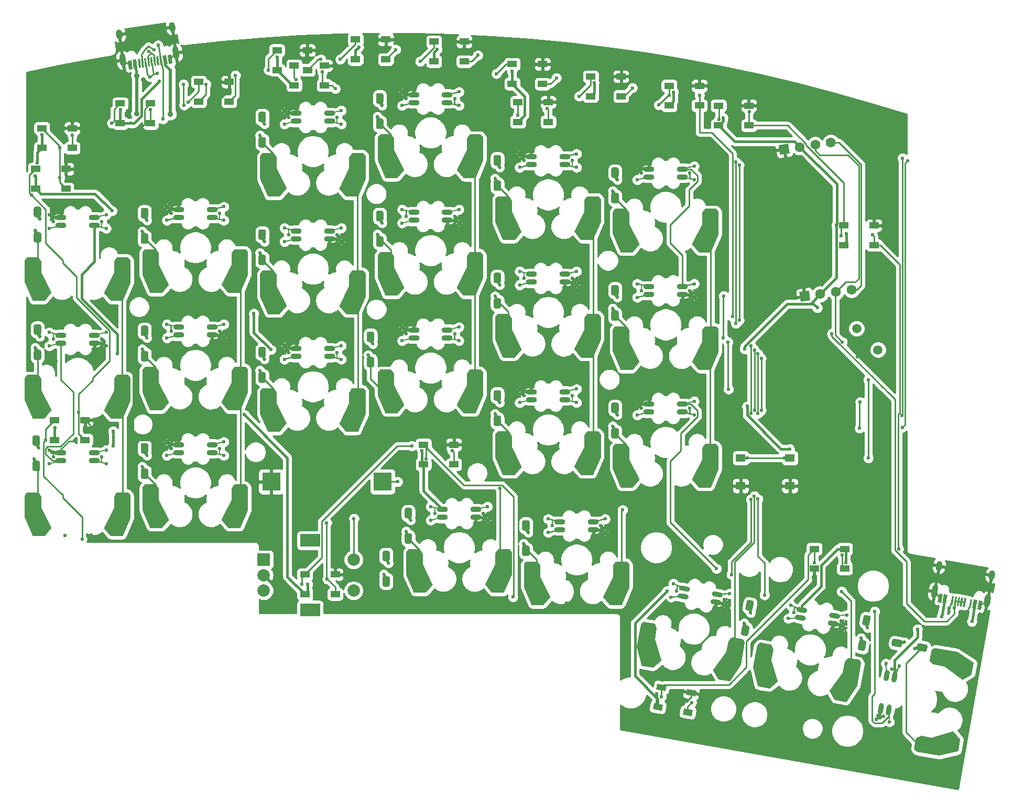
<source format=gbr>
%TF.GenerationSoftware,KiCad,Pcbnew,5.1.10*%
%TF.CreationDate,2021-05-25T13:28:19-05:00*%
%TF.ProjectId,nightwing,6e696768-7477-4696-9e67-2e6b69636164,rev?*%
%TF.SameCoordinates,Original*%
%TF.FileFunction,Copper,L2,Bot*%
%TF.FilePolarity,Positive*%
%FSLAX46Y46*%
G04 Gerber Fmt 4.6, Leading zero omitted, Abs format (unit mm)*
G04 Created by KiCad (PCBNEW 5.1.10) date 2021-05-25 13:28:19*
%MOMM*%
%LPD*%
G01*
G04 APERTURE LIST*
%TA.AperFunction,SMDPad,CuDef*%
%ADD10R,1.500000X1.000000*%
%TD*%
%TA.AperFunction,SMDPad,CuDef*%
%ADD11C,0.150000*%
%TD*%
%TA.AperFunction,SMDPad,CuDef*%
%ADD12R,1.550000X1.300000*%
%TD*%
%TA.AperFunction,ComponentPad*%
%ADD13C,0.150000*%
%TD*%
%TA.AperFunction,ComponentPad*%
%ADD14C,1.600000*%
%TD*%
%TA.AperFunction,ComponentPad*%
%ADD15C,2.000000*%
%TD*%
%TA.AperFunction,WasherPad*%
%ADD16R,3.200000X2.000000*%
%TD*%
%TA.AperFunction,ComponentPad*%
%ADD17R,2.000000X2.000000*%
%TD*%
%TA.AperFunction,ComponentPad*%
%ADD18C,0.500000*%
%TD*%
%TA.AperFunction,ComponentPad*%
%ADD19C,0.800000*%
%TD*%
%TA.AperFunction,SMDPad,CuDef*%
%ADD20R,2.150000X2.500000*%
%TD*%
%TA.AperFunction,SMDPad,CuDef*%
%ADD21R,2.350000X2.500000*%
%TD*%
%TA.AperFunction,SMDPad,CuDef*%
%ADD22R,3.000000X3.000000*%
%TD*%
%TA.AperFunction,ComponentPad*%
%ADD23C,1.500000*%
%TD*%
%TA.AperFunction,SMDPad,CuDef*%
%ADD24O,1.800000X0.820000*%
%TD*%
%TA.AperFunction,ComponentPad*%
%ADD25C,0.600000*%
%TD*%
%TA.AperFunction,ViaPad*%
%ADD26C,0.600000*%
%TD*%
%TA.AperFunction,ViaPad*%
%ADD27C,0.900000*%
%TD*%
%TA.AperFunction,Conductor*%
%ADD28C,0.250000*%
%TD*%
%TA.AperFunction,Conductor*%
%ADD29C,0.450000*%
%TD*%
%TA.AperFunction,Conductor*%
%ADD30C,0.550000*%
%TD*%
%TA.AperFunction,Conductor*%
%ADD31C,0.400000*%
%TD*%
%TA.AperFunction,Conductor*%
%ADD32C,0.254000*%
%TD*%
%TA.AperFunction,Conductor*%
%ADD33C,0.150000*%
%TD*%
G04 APERTURE END LIST*
D10*
%TO.P,L39,4*%
%TO.N,Net-(L38-Pad2)*%
X136983000Y-33205000D03*
%TO.P,L39,1*%
%TO.N,+5V*%
X132083000Y-33205000D03*
%TO.P,L39,3*%
%TO.N,GND*%
X136983000Y-30005000D03*
%TO.P,L39,2*%
%TO.N,Net-(L39-Pad2)*%
X132083000Y-30005000D03*
%TD*%
%TO.P,J2,S1*%
%TO.N,GND*%
%TA.AperFunction,ComponentPad*%
G36*
G01*
X167579022Y-108049468D02*
X167388010Y-109132756D01*
G75*
G02*
X166808782Y-109538336I-492404J86824D01*
G01*
X166808782Y-109538336D01*
G75*
G02*
X166403202Y-108959108I86824J492404D01*
G01*
X166594214Y-107875820D01*
G75*
G02*
X167173442Y-107470240I492404J-86824D01*
G01*
X167173442Y-107470240D01*
G75*
G02*
X167579022Y-108049468I-86824J-492404D01*
G01*
G37*
%TD.AperFunction*%
%TA.AperFunction,ComponentPad*%
G36*
G01*
X176087761Y-109549788D02*
X175896749Y-110633076D01*
G75*
G02*
X175317521Y-111038656I-492404J86824D01*
G01*
X175317521Y-111038656D01*
G75*
G02*
X174911941Y-110459428I86824J492404D01*
G01*
X175102953Y-109376140D01*
G75*
G02*
X175682181Y-108970560I492404J-86824D01*
G01*
X175682181Y-108970560D01*
G75*
G02*
X176087761Y-109549788I-86824J-492404D01*
G01*
G37*
%TD.AperFunction*%
%TA.AperFunction,ComponentPad*%
G36*
G01*
X176770198Y-105679494D02*
X176666010Y-106270378D01*
G75*
G02*
X176086782Y-106675958I-492404J86824D01*
G01*
X176086782Y-106675958D01*
G75*
G02*
X175681202Y-106096730I86824J492404D01*
G01*
X175785390Y-105505846D01*
G75*
G02*
X176364618Y-105100266I492404J-86824D01*
G01*
X176364618Y-105100266D01*
G75*
G02*
X176770198Y-105679494I-86824J-492404D01*
G01*
G37*
%TD.AperFunction*%
%TA.AperFunction,ComponentPad*%
G36*
G01*
X168261459Y-104179174D02*
X168157271Y-104770058D01*
G75*
G02*
X167578043Y-105175638I-492404J86824D01*
G01*
X167578043Y-105175638D01*
G75*
G02*
X167172463Y-104596410I86824J492404D01*
G01*
X167276651Y-104005526D01*
G75*
G02*
X167855879Y-103599946I492404J-86824D01*
G01*
X167855879Y-103599946D01*
G75*
G02*
X168261459Y-104179174I-86824J-492404D01*
G01*
G37*
%TD.AperFunction*%
%TA.AperFunction,SMDPad,CuDef*%
D11*
%TO.P,J2,B7*%
%TO.N,RX*%
G36*
X170074371Y-110713249D02*
G01*
X170326161Y-109285278D01*
X170621603Y-109337373D01*
X170369813Y-110765344D01*
X170074371Y-110713249D01*
G37*
%TD.AperFunction*%
%TA.AperFunction,SMDPad,CuDef*%
%TO.P,J2,A6*%
G36*
X170566775Y-110800073D02*
G01*
X170818565Y-109372102D01*
X171114007Y-109424197D01*
X170862217Y-110852168D01*
X170566775Y-110800073D01*
G37*
%TD.AperFunction*%
%TA.AperFunction,SMDPad,CuDef*%
%TO.P,J2,B5*%
%TO.N,GND*%
G36*
X172536391Y-111147370D02*
G01*
X172788181Y-109719399D01*
X173083623Y-109771494D01*
X172831833Y-111199465D01*
X172536391Y-111147370D01*
G37*
%TD.AperFunction*%
%TA.AperFunction,SMDPad,CuDef*%
%TO.P,J2,A5*%
G36*
X169581967Y-110626425D02*
G01*
X169833757Y-109198454D01*
X170129199Y-109250549D01*
X169877409Y-110678520D01*
X169581967Y-110626425D01*
G37*
%TD.AperFunction*%
%TA.AperFunction,SMDPad,CuDef*%
%TO.P,J2,B6*%
%TO.N,RX*%
G36*
X171551583Y-110973721D02*
G01*
X171803373Y-109545750D01*
X172098815Y-109597845D01*
X171847025Y-111025816D01*
X171551583Y-110973721D01*
G37*
%TD.AperFunction*%
%TA.AperFunction,SMDPad,CuDef*%
%TO.P,J2,A7*%
G36*
X171059179Y-110886897D02*
G01*
X171310969Y-109458926D01*
X171606411Y-109511021D01*
X171354621Y-110938992D01*
X171059179Y-110886897D01*
G37*
%TD.AperFunction*%
%TA.AperFunction,SMDPad,CuDef*%
%TO.P,J2,B1*%
%TO.N,GND*%
G36*
X173865881Y-111381795D02*
G01*
X174117671Y-109953824D01*
X174708555Y-110058013D01*
X174456765Y-111485984D01*
X173865881Y-111381795D01*
G37*
%TD.AperFunction*%
%TA.AperFunction,SMDPad,CuDef*%
%TO.P,J2,A1*%
G36*
X167464631Y-110253082D02*
G01*
X167716421Y-108825111D01*
X168307305Y-108929300D01*
X168055515Y-110357271D01*
X167464631Y-110253082D01*
G37*
%TD.AperFunction*%
%TA.AperFunction,SMDPad,CuDef*%
%TO.P,J2,B4*%
%TO.N,+5V*%
G36*
X173078035Y-111242876D02*
G01*
X173329825Y-109814905D01*
X173920709Y-109919094D01*
X173668919Y-111347065D01*
X173078035Y-111242876D01*
G37*
%TD.AperFunction*%
%TA.AperFunction,SMDPad,CuDef*%
%TO.P,J2,A4*%
G36*
X168252477Y-110392000D02*
G01*
X168504267Y-108964029D01*
X169095151Y-109068218D01*
X168843361Y-110496189D01*
X168252477Y-110392000D01*
G37*
%TD.AperFunction*%
%TD*%
D12*
%TO.P,RESET,2*%
%TO.N,GND*%
X143598000Y-91448000D03*
X135648000Y-91448000D03*
%TO.P,RESET,1*%
%TO.N,RESET*%
X143598000Y-86948000D03*
X135648000Y-86948000D03*
%TD*%
%TA.AperFunction,ComponentPad*%
D13*
%TO.P,J3,1*%
%TO.N,GND*%
G36*
X141996125Y-37944586D02*
G01*
X141773448Y-36360157D01*
X143357877Y-36137480D01*
X143580554Y-37721909D01*
X141996125Y-37944586D01*
G37*
%TD.AperFunction*%
D14*
%TO.P,J3,3*%
%TO.N,SCL*%
X147707563Y-36334033D03*
%TO.P,J3,4*%
%TO.N,SDA*%
X150222844Y-35980534D03*
%TO.P,J3,2*%
%TO.N,+5V*%
X145192282Y-36687533D03*
%TA.AperFunction,ComponentPad*%
D13*
%TO.P,J3,1*%
%TO.N,GND*%
G36*
X146698032Y-59903913D02*
G01*
X146920709Y-61488342D01*
X145336280Y-61711019D01*
X145113603Y-60126590D01*
X146698032Y-59903913D01*
G37*
%TD.AperFunction*%
D14*
%TO.P,J3,2*%
%TO.N,+5V*%
X148532437Y-60453967D03*
%TO.P,J3,3*%
%TO.N,SCL*%
X151047718Y-60100467D03*
%TO.P,J3,4*%
%TO.N,SDA*%
X153562999Y-59746967D03*
%TD*%
D10*
%TO.P,L42,4*%
%TO.N,Net-(L41-Pad2)*%
X68426000Y-26721000D03*
%TO.P,L42,1*%
%TO.N,+5V*%
X63526000Y-26721000D03*
%TO.P,L42,3*%
%TO.N,GND*%
X68426000Y-23521000D03*
%TO.P,L42,2*%
%TO.N,Net-(L42-Pad2)*%
X63526000Y-23521000D03*
%TD*%
%TO.P,L41,4*%
%TO.N,Net-(L39-Pad2)*%
X104571000Y-32633000D03*
%TO.P,L41,1*%
%TO.N,+5V*%
X99671000Y-32633000D03*
%TO.P,L41,3*%
%TO.N,GND*%
X104571000Y-29433000D03*
%TO.P,L41,2*%
%TO.N,Net-(L41-Pad2)*%
X99671000Y-29433000D03*
%TD*%
%TO.P,L40,4*%
%TO.N,Net-(L35-Pad2)*%
X89324000Y-87988000D03*
%TO.P,L40,1*%
%TO.N,+5V*%
X84424000Y-87988000D03*
%TO.P,L40,3*%
%TO.N,GND*%
X89324000Y-84788000D03*
%TO.P,L40,2*%
%TO.N,Net-(L36-Pad4)*%
X84424000Y-84788000D03*
%TD*%
%TO.P,L35,4*%
%TO.N,Net-(L34-Pad2)*%
X70144324Y-108961721D03*
%TO.P,L35,1*%
%TO.N,+5V*%
X65244324Y-108961721D03*
%TO.P,L35,3*%
%TO.N,GND*%
X70144324Y-105761721D03*
%TO.P,L35,2*%
%TO.N,Net-(L35-Pad2)*%
X65244324Y-105761721D03*
%TD*%
%TO.P,L29,3*%
%TO.N,GND*%
X65655000Y-21052641D03*
%TO.P,L29,1*%
%TO.N,+5V*%
X60755000Y-24252641D03*
%TO.P,L29,2*%
%TO.N,Net-(L29-Pad2)*%
X60755000Y-21052641D03*
%TO.P,L29,4*%
%TO.N,Net-(L28-Pad2)*%
X65655000Y-24252641D03*
%TD*%
%TO.P,L30,3*%
%TO.N,GND*%
X52995000Y-26152641D03*
%TO.P,L30,1*%
%TO.N,+5V*%
X48095000Y-29352641D03*
%TO.P,L30,2*%
%TO.N,Net-(L30-Pad2)*%
X48095000Y-26152641D03*
%TO.P,L30,4*%
%TO.N,Net-(L29-Pad2)*%
X52995000Y-29352641D03*
%TD*%
%TO.P,J1,S1*%
%TO.N,GND*%
%TA.AperFunction,ComponentPad*%
G36*
G01*
X36259243Y-22028533D02*
X36412333Y-23117827D01*
G75*
G02*
X35986786Y-23682548I-495134J-69587D01*
G01*
X35986786Y-23682548D01*
G75*
G02*
X35422065Y-23257001I-69587J495134D01*
G01*
X35268975Y-22167707D01*
G75*
G02*
X35694522Y-21602986I495134J69587D01*
G01*
X35694522Y-21602986D01*
G75*
G02*
X36259243Y-22028533I69587J-495134D01*
G01*
G37*
%TD.AperFunction*%
%TA.AperFunction,ComponentPad*%
G36*
G01*
X44815159Y-20826077D02*
X44968249Y-21915371D01*
G75*
G02*
X44542702Y-22480092I-495134J-69587D01*
G01*
X44542702Y-22480092D01*
G75*
G02*
X43977981Y-22054545I-69587J495134D01*
G01*
X43824891Y-20965251D01*
G75*
G02*
X44250438Y-20400530I495134J69587D01*
G01*
X44250438Y-20400530D01*
G75*
G02*
X44815159Y-20826077I69587J-495134D01*
G01*
G37*
%TD.AperFunction*%
%TA.AperFunction,ComponentPad*%
G36*
G01*
X44268208Y-16934324D02*
X44351712Y-17528484D01*
G75*
G02*
X43926165Y-18093205I-495134J-69587D01*
G01*
X43926165Y-18093205D01*
G75*
G02*
X43361444Y-17667658I-69587J495134D01*
G01*
X43277940Y-17073498D01*
G75*
G02*
X43703487Y-16508777I495134J69587D01*
G01*
X43703487Y-16508777D01*
G75*
G02*
X44268208Y-16934324I69587J-495134D01*
G01*
G37*
%TD.AperFunction*%
%TA.AperFunction,ComponentPad*%
G36*
G01*
X35712292Y-18136779D02*
X35795796Y-18730939D01*
G75*
G02*
X35370249Y-19295660I-495134J-69587D01*
G01*
X35370249Y-19295660D01*
G75*
G02*
X34805528Y-18870113I-69587J495134D01*
G01*
X34722024Y-18275953D01*
G75*
G02*
X35147571Y-17711232I495134J69587D01*
G01*
X35147571Y-17711232D01*
G75*
G02*
X35712292Y-18136779I69587J-495134D01*
G01*
G37*
%TD.AperFunction*%
%TA.AperFunction,SMDPad,CuDef*%
D11*
%TO.P,J1,B7*%
%TO.N,DN*%
G36*
X39455614Y-23790834D02*
G01*
X39253813Y-22354946D01*
X39550894Y-22313194D01*
X39752695Y-23749082D01*
X39455614Y-23790834D01*
G37*
%TD.AperFunction*%
%TA.AperFunction,SMDPad,CuDef*%
%TO.P,J1,A6*%
%TO.N,DP*%
G36*
X39950748Y-23721248D02*
G01*
X39748947Y-22285360D01*
X40046028Y-22243608D01*
X40247829Y-23679496D01*
X39950748Y-23721248D01*
G37*
%TD.AperFunction*%
%TA.AperFunction,SMDPad,CuDef*%
%TO.P,J1,B5*%
%TO.N,Net-(J1-PadB5)*%
G36*
X41931284Y-23442901D02*
G01*
X41729483Y-22007013D01*
X42026564Y-21965261D01*
X42228365Y-23401149D01*
X41931284Y-23442901D01*
G37*
%TD.AperFunction*%
%TA.AperFunction,SMDPad,CuDef*%
%TO.P,J1,A5*%
%TO.N,Net-(J1-PadA5)*%
G36*
X38960480Y-23860421D02*
G01*
X38758679Y-22424533D01*
X39055760Y-22382781D01*
X39257561Y-23818669D01*
X38960480Y-23860421D01*
G37*
%TD.AperFunction*%
%TA.AperFunction,SMDPad,CuDef*%
%TO.P,J1,B6*%
%TO.N,DP*%
G36*
X40941016Y-23582075D02*
G01*
X40739215Y-22146187D01*
X41036296Y-22104435D01*
X41238097Y-23540323D01*
X40941016Y-23582075D01*
G37*
%TD.AperFunction*%
%TA.AperFunction,SMDPad,CuDef*%
%TO.P,J1,B8*%
%TO.N,N/C*%
G36*
X38465346Y-23930007D02*
G01*
X38263545Y-22494119D01*
X38560626Y-22452367D01*
X38762427Y-23888255D01*
X38465346Y-23930007D01*
G37*
%TD.AperFunction*%
%TA.AperFunction,SMDPad,CuDef*%
%TO.P,J1,A8*%
G36*
X41436150Y-23512488D02*
G01*
X41234349Y-22076600D01*
X41531430Y-22034848D01*
X41733231Y-23470736D01*
X41436150Y-23512488D01*
G37*
%TD.AperFunction*%
%TA.AperFunction,SMDPad,CuDef*%
%TO.P,J1,A7*%
%TO.N,DN*%
G36*
X40445882Y-23651661D02*
G01*
X40244081Y-22215773D01*
X40541162Y-22174021D01*
X40742963Y-23609909D01*
X40445882Y-23651661D01*
G37*
%TD.AperFunction*%
%TA.AperFunction,SMDPad,CuDef*%
%TO.P,J1,B1*%
%TO.N,GND*%
G36*
X43268146Y-23255018D02*
G01*
X43066345Y-21819130D01*
X43660506Y-21735626D01*
X43862307Y-23171514D01*
X43268146Y-23255018D01*
G37*
%TD.AperFunction*%
%TA.AperFunction,SMDPad,CuDef*%
%TO.P,J1,A1*%
G36*
X36831404Y-24159643D02*
G01*
X36629603Y-22723755D01*
X37223764Y-22640251D01*
X37425565Y-24076139D01*
X36831404Y-24159643D01*
G37*
%TD.AperFunction*%
%TA.AperFunction,SMDPad,CuDef*%
%TO.P,J1,B4*%
%TO.N,VCC*%
G36*
X42475932Y-23366356D02*
G01*
X42274131Y-21930468D01*
X42868292Y-21846964D01*
X43070093Y-23282852D01*
X42475932Y-23366356D01*
G37*
%TD.AperFunction*%
%TA.AperFunction,SMDPad,CuDef*%
%TO.P,J1,A4*%
G36*
X37623618Y-24048304D02*
G01*
X37421817Y-22612416D01*
X38015978Y-22528912D01*
X38217779Y-23964800D01*
X37623618Y-24048304D01*
G37*
%TD.AperFunction*%
%TD*%
D15*
%TO.P,SW19,S1*%
%TO.N,Net-(D19-Pad2)*%
X73110000Y-108364000D03*
%TO.P,SW19,S2*%
%TO.N,COL0*%
X73110000Y-103364000D03*
D16*
%TO.P,SW19,*%
%TO.N,*%
X66110000Y-111464000D03*
X66110000Y-100264000D03*
D15*
%TO.P,SW19,B*%
%TO.N,ROT_B*%
X58610000Y-108364000D03*
%TO.P,SW19,C*%
%TO.N,GND*%
X58610000Y-105864000D03*
D17*
%TO.P,SW19,A*%
%TO.N,ROT_A*%
X58610000Y-103364000D03*
%TD*%
D10*
%TO.P,L38,4*%
%TO.N,Net-(L37-Pad2)*%
X157200000Y-52554000D03*
%TO.P,L38,1*%
%TO.N,+5V*%
X152300000Y-52554000D03*
%TO.P,L38,3*%
%TO.N,GND*%
X157200000Y-49354000D03*
%TO.P,L38,2*%
%TO.N,Net-(L38-Pad2)*%
X152300000Y-49354000D03*
%TD*%
%TO.P,L37,4*%
%TO.N,Net-(L36-Pad2)*%
X147556000Y-101628000D03*
%TO.P,L37,1*%
%TO.N,+5V*%
X152456000Y-101628000D03*
%TO.P,L37,3*%
%TO.N,GND*%
X147556000Y-104828000D03*
%TO.P,L37,2*%
%TO.N,Net-(L37-Pad2)*%
X152456000Y-104828000D03*
%TD*%
%TA.AperFunction,SMDPad,CuDef*%
D11*
%TO.P,L36,4*%
%TO.N,Net-(L36-Pad4)*%
G36*
X126284475Y-128381070D02*
G01*
X126458123Y-127396262D01*
X127935335Y-127656734D01*
X127761687Y-128641542D01*
X126284475Y-128381070D01*
G37*
%TD.AperFunction*%
%TA.AperFunction,SMDPad,CuDef*%
%TO.P,L36,1*%
%TO.N,+5V*%
G36*
X121458917Y-127530194D02*
G01*
X121632565Y-126545386D01*
X123109777Y-126805858D01*
X122936129Y-127790666D01*
X121458917Y-127530194D01*
G37*
%TD.AperFunction*%
%TA.AperFunction,SMDPad,CuDef*%
%TO.P,L36,3*%
%TO.N,GND*%
G36*
X126840149Y-125229686D02*
G01*
X127013797Y-124244878D01*
X128491009Y-124505350D01*
X128317361Y-125490158D01*
X126840149Y-125229686D01*
G37*
%TD.AperFunction*%
%TA.AperFunction,SMDPad,CuDef*%
%TO.P,L36,2*%
%TO.N,Net-(L36-Pad2)*%
G36*
X122014591Y-124378810D02*
G01*
X122188239Y-123394002D01*
X123665451Y-123654474D01*
X123491803Y-124639282D01*
X122014591Y-124378810D01*
G37*
%TD.AperFunction*%
%TD*%
D10*
%TO.P,L34,4*%
%TO.N,Net-(L33-Pad2)*%
X29738505Y-84024487D03*
%TO.P,L34,1*%
%TO.N,+5V*%
X24838505Y-84024487D03*
%TO.P,L34,3*%
%TO.N,GND*%
X29738505Y-80824487D03*
%TO.P,L34,2*%
%TO.N,Net-(L34-Pad2)*%
X24838505Y-80824487D03*
%TD*%
%TO.P,L33,4*%
%TO.N,Net-(L32-Pad2)*%
X26644788Y-43431170D03*
%TO.P,L33,1*%
%TO.N,+5V*%
X21744788Y-43431170D03*
%TO.P,L33,3*%
%TO.N,GND*%
X26644788Y-40231170D03*
%TO.P,L33,2*%
%TO.N,Net-(L33-Pad2)*%
X21744788Y-40231170D03*
%TD*%
%TO.P,L32,3*%
%TO.N,GND*%
X27655000Y-33652641D03*
%TO.P,L32,1*%
%TO.N,+5V*%
X22755000Y-36852641D03*
%TO.P,L32,2*%
%TO.N,Net-(L32-Pad2)*%
X22755000Y-33652641D03*
%TO.P,L32,4*%
%TO.N,Net-(L31-Pad2)*%
X27655000Y-36852641D03*
%TD*%
%TO.P,L31,3*%
%TO.N,GND*%
X40325000Y-29652641D03*
%TO.P,L31,1*%
%TO.N,+5V*%
X35425000Y-32852641D03*
%TO.P,L31,2*%
%TO.N,Net-(L31-Pad2)*%
X35425000Y-29652641D03*
%TO.P,L31,4*%
%TO.N,Net-(L30-Pad2)*%
X40325000Y-32852641D03*
%TD*%
%TO.P,L28,3*%
%TO.N,GND*%
X78325000Y-19324000D03*
%TO.P,L28,1*%
%TO.N,+5V*%
X73425000Y-22524000D03*
%TO.P,L28,2*%
%TO.N,Net-(L28-Pad2)*%
X73425000Y-19324000D03*
%TO.P,L28,4*%
%TO.N,Net-(L27-Pad2)*%
X78325000Y-22524000D03*
%TD*%
%TO.P,L27,3*%
%TO.N,GND*%
X90995000Y-19664000D03*
%TO.P,L27,1*%
%TO.N,+5V*%
X86095000Y-22864000D03*
%TO.P,L27,2*%
%TO.N,Net-(L27-Pad2)*%
X86095000Y-19664000D03*
%TO.P,L27,4*%
%TO.N,Net-(L26-Pad2)*%
X90995000Y-22864000D03*
%TD*%
%TO.P,L26,3*%
%TO.N,GND*%
X103655000Y-23294000D03*
%TO.P,L26,1*%
%TO.N,+5V*%
X98755000Y-26494000D03*
%TO.P,L26,2*%
%TO.N,Net-(L26-Pad2)*%
X98755000Y-23294000D03*
%TO.P,L26,4*%
%TO.N,Net-(L25-Pad2)*%
X103655000Y-26494000D03*
%TD*%
%TO.P,L25,3*%
%TO.N,GND*%
X116325000Y-25294000D03*
%TO.P,L25,1*%
%TO.N,+5V*%
X111425000Y-28494000D03*
%TO.P,L25,2*%
%TO.N,Net-(L25-Pad2)*%
X111425000Y-25294000D03*
%TO.P,L25,4*%
%TO.N,Net-(L24-Pad2)*%
X116325000Y-28494000D03*
%TD*%
%TO.P,L24,3*%
%TO.N,GND*%
X128995000Y-26794000D03*
%TO.P,L24,1*%
%TO.N,+5V*%
X124095000Y-29994000D03*
%TO.P,L24,2*%
%TO.N,Net-(L24-Pad2)*%
X124095000Y-26794000D03*
%TO.P,L24,4*%
%TO.N,WS_LED*%
X128995000Y-29994000D03*
%TD*%
%TA.AperFunction,SMDPad,CuDef*%
D11*
%TO.P,D1,1*%
%TO.N,ROW0*%
G36*
X22673666Y-48380080D02*
G01*
X22669159Y-48404086D01*
X22662330Y-48427536D01*
X22653245Y-48450208D01*
X22641992Y-48471887D01*
X22628677Y-48492363D01*
X22613427Y-48511442D01*
X22596388Y-48528942D01*
X22577723Y-48544697D01*
X22557609Y-48558554D01*
X22536240Y-48570382D01*
X22513818Y-48580068D01*
X22490558Y-48587521D01*
X22466681Y-48592668D01*
X22442416Y-48595461D01*
X22417995Y-48595872D01*
X22393650Y-48593898D01*
X22369614Y-48589558D01*
X22346116Y-48582894D01*
X22323380Y-48573967D01*
X22301625Y-48562866D01*
X22281055Y-48549694D01*
X22261870Y-48534578D01*
X22244252Y-48517661D01*
X22228368Y-48499107D01*
X22214371Y-48479090D01*
X22202393Y-48457803D01*
X21821393Y-47695803D01*
X21819853Y-47692670D01*
X21810324Y-47670182D01*
X21803034Y-47646870D01*
X21798054Y-47622959D01*
X21795431Y-47598675D01*
X21795190Y-47574251D01*
X21797334Y-47549920D01*
X21801841Y-47525915D01*
X21808670Y-47502464D01*
X21817755Y-47479792D01*
X21829008Y-47458113D01*
X21842323Y-47437637D01*
X21857573Y-47418558D01*
X21874613Y-47401058D01*
X21893277Y-47385303D01*
X21913391Y-47371447D01*
X21934760Y-47359618D01*
X21957182Y-47349932D01*
X21980442Y-47342479D01*
X22004319Y-47337332D01*
X22028584Y-47334539D01*
X22053005Y-47334128D01*
X22077350Y-47336102D01*
X22101386Y-47340442D01*
X22124884Y-47347106D01*
X22147620Y-47356033D01*
X22169375Y-47367134D01*
X22189945Y-47380306D01*
X22209130Y-47395422D01*
X22226748Y-47412339D01*
X22242632Y-47430893D01*
X22256630Y-47450910D01*
X22268607Y-47472197D01*
X22649607Y-48234197D01*
X22651147Y-48237330D01*
X22660676Y-48259818D01*
X22667966Y-48283130D01*
X22672946Y-48307042D01*
X22675569Y-48331325D01*
X22675810Y-48355749D01*
X22673666Y-48380080D01*
G37*
%TD.AperFunction*%
%TA.AperFunction,SMDPad,CuDef*%
%TO.P,D1,2*%
%TO.N,Net-(D1-Pad2)*%
G36*
X22292666Y-50921080D02*
G01*
X22288159Y-50945086D01*
X22281330Y-50968536D01*
X22272245Y-50991208D01*
X22260992Y-51012887D01*
X22247677Y-51033363D01*
X22232427Y-51052442D01*
X22215388Y-51069942D01*
X22196723Y-51085697D01*
X22176609Y-51099554D01*
X22155240Y-51111382D01*
X22132818Y-51121068D01*
X22109558Y-51128521D01*
X22085681Y-51133668D01*
X22061416Y-51136461D01*
X22036995Y-51136872D01*
X22012650Y-51134898D01*
X21988614Y-51130558D01*
X21965116Y-51123894D01*
X21942380Y-51114967D01*
X21920625Y-51103866D01*
X21900055Y-51090694D01*
X21880870Y-51075578D01*
X21863252Y-51058661D01*
X21847368Y-51040107D01*
X21833371Y-51020090D01*
X21821393Y-50998803D01*
X21440393Y-50236803D01*
X21438853Y-50233670D01*
X21429324Y-50211182D01*
X21422034Y-50187870D01*
X21417054Y-50163959D01*
X21414431Y-50139675D01*
X21414190Y-50115251D01*
X21416334Y-50090920D01*
X21420841Y-50066915D01*
X21427670Y-50043464D01*
X21436755Y-50020792D01*
X21448008Y-49999113D01*
X21461323Y-49978637D01*
X21476573Y-49959558D01*
X21493613Y-49942058D01*
X21512277Y-49926303D01*
X21532391Y-49912447D01*
X21553760Y-49900618D01*
X21576182Y-49890932D01*
X21599442Y-49883479D01*
X21623319Y-49878332D01*
X21647584Y-49875539D01*
X21672005Y-49875128D01*
X21696350Y-49877102D01*
X21720386Y-49881442D01*
X21743884Y-49888106D01*
X21766620Y-49897033D01*
X21788375Y-49908134D01*
X21808945Y-49921306D01*
X21828130Y-49936422D01*
X21845748Y-49953339D01*
X21861632Y-49971893D01*
X21875630Y-49991910D01*
X21887607Y-50013197D01*
X22268607Y-50775197D01*
X22270147Y-50778330D01*
X22279676Y-50800818D01*
X22286966Y-50824130D01*
X22291946Y-50848042D01*
X22294569Y-50872325D01*
X22294810Y-50896749D01*
X22292666Y-50921080D01*
G37*
%TD.AperFunction*%
D18*
X21664000Y-50105000D03*
%TO.P,D1,1*%
%TO.N,ROW0*%
X22426000Y-48346000D03*
%TO.P,D1,2*%
%TO.N,Net-(D1-Pad2)*%
%TA.AperFunction,SMDPad,CuDef*%
G36*
G01*
X21745000Y-50435500D02*
X22345000Y-50435500D01*
G75*
G02*
X22645000Y-50735500I0J-300000D01*
G01*
X22645000Y-51836500D01*
G75*
G02*
X22345000Y-52136500I-300000J0D01*
G01*
X21745000Y-52136500D01*
G75*
G02*
X21445000Y-51836500I0J300000D01*
G01*
X21445000Y-50735500D01*
G75*
G02*
X21745000Y-50435500I300000J0D01*
G01*
G37*
%TD.AperFunction*%
%TO.P,D1,1*%
%TO.N,ROW0*%
%TA.AperFunction,SMDPad,CuDef*%
G36*
G01*
X21745000Y-46333500D02*
X22345000Y-46333500D01*
G75*
G02*
X22645000Y-46633500I0J-300000D01*
G01*
X22645000Y-47734500D01*
G75*
G02*
X22345000Y-48034500I-300000J0D01*
G01*
X21745000Y-48034500D01*
G75*
G02*
X21445000Y-47734500I0J300000D01*
G01*
X21445000Y-46633500D01*
G75*
G02*
X21745000Y-46333500I300000J0D01*
G01*
G37*
%TD.AperFunction*%
%TD*%
%TA.AperFunction,SMDPad,CuDef*%
D11*
%TO.P,D2,1*%
%TO.N,ROW0*%
G36*
X39973666Y-48580080D02*
G01*
X39969159Y-48604086D01*
X39962330Y-48627536D01*
X39953245Y-48650208D01*
X39941992Y-48671887D01*
X39928677Y-48692363D01*
X39913427Y-48711442D01*
X39896388Y-48728942D01*
X39877723Y-48744697D01*
X39857609Y-48758554D01*
X39836240Y-48770382D01*
X39813818Y-48780068D01*
X39790558Y-48787521D01*
X39766681Y-48792668D01*
X39742416Y-48795461D01*
X39717995Y-48795872D01*
X39693650Y-48793898D01*
X39669614Y-48789558D01*
X39646116Y-48782894D01*
X39623380Y-48773967D01*
X39601625Y-48762866D01*
X39581055Y-48749694D01*
X39561870Y-48734578D01*
X39544252Y-48717661D01*
X39528368Y-48699107D01*
X39514371Y-48679090D01*
X39502393Y-48657803D01*
X39121393Y-47895803D01*
X39119853Y-47892670D01*
X39110324Y-47870182D01*
X39103034Y-47846870D01*
X39098054Y-47822959D01*
X39095431Y-47798675D01*
X39095190Y-47774251D01*
X39097334Y-47749920D01*
X39101841Y-47725915D01*
X39108670Y-47702464D01*
X39117755Y-47679792D01*
X39129008Y-47658113D01*
X39142323Y-47637637D01*
X39157573Y-47618558D01*
X39174613Y-47601058D01*
X39193277Y-47585303D01*
X39213391Y-47571447D01*
X39234760Y-47559618D01*
X39257182Y-47549932D01*
X39280442Y-47542479D01*
X39304319Y-47537332D01*
X39328584Y-47534539D01*
X39353005Y-47534128D01*
X39377350Y-47536102D01*
X39401386Y-47540442D01*
X39424884Y-47547106D01*
X39447620Y-47556033D01*
X39469375Y-47567134D01*
X39489945Y-47580306D01*
X39509130Y-47595422D01*
X39526748Y-47612339D01*
X39542632Y-47630893D01*
X39556630Y-47650910D01*
X39568607Y-47672197D01*
X39949607Y-48434197D01*
X39951147Y-48437330D01*
X39960676Y-48459818D01*
X39967966Y-48483130D01*
X39972946Y-48507042D01*
X39975569Y-48531325D01*
X39975810Y-48555749D01*
X39973666Y-48580080D01*
G37*
%TD.AperFunction*%
%TA.AperFunction,SMDPad,CuDef*%
%TO.P,D2,2*%
%TO.N,Net-(D2-Pad2)*%
G36*
X39592666Y-51121080D02*
G01*
X39588159Y-51145086D01*
X39581330Y-51168536D01*
X39572245Y-51191208D01*
X39560992Y-51212887D01*
X39547677Y-51233363D01*
X39532427Y-51252442D01*
X39515388Y-51269942D01*
X39496723Y-51285697D01*
X39476609Y-51299554D01*
X39455240Y-51311382D01*
X39432818Y-51321068D01*
X39409558Y-51328521D01*
X39385681Y-51333668D01*
X39361416Y-51336461D01*
X39336995Y-51336872D01*
X39312650Y-51334898D01*
X39288614Y-51330558D01*
X39265116Y-51323894D01*
X39242380Y-51314967D01*
X39220625Y-51303866D01*
X39200055Y-51290694D01*
X39180870Y-51275578D01*
X39163252Y-51258661D01*
X39147368Y-51240107D01*
X39133371Y-51220090D01*
X39121393Y-51198803D01*
X38740393Y-50436803D01*
X38738853Y-50433670D01*
X38729324Y-50411182D01*
X38722034Y-50387870D01*
X38717054Y-50363959D01*
X38714431Y-50339675D01*
X38714190Y-50315251D01*
X38716334Y-50290920D01*
X38720841Y-50266915D01*
X38727670Y-50243464D01*
X38736755Y-50220792D01*
X38748008Y-50199113D01*
X38761323Y-50178637D01*
X38776573Y-50159558D01*
X38793613Y-50142058D01*
X38812277Y-50126303D01*
X38832391Y-50112447D01*
X38853760Y-50100618D01*
X38876182Y-50090932D01*
X38899442Y-50083479D01*
X38923319Y-50078332D01*
X38947584Y-50075539D01*
X38972005Y-50075128D01*
X38996350Y-50077102D01*
X39020386Y-50081442D01*
X39043884Y-50088106D01*
X39066620Y-50097033D01*
X39088375Y-50108134D01*
X39108945Y-50121306D01*
X39128130Y-50136422D01*
X39145748Y-50153339D01*
X39161632Y-50171893D01*
X39175630Y-50191910D01*
X39187607Y-50213197D01*
X39568607Y-50975197D01*
X39570147Y-50978330D01*
X39579676Y-51000818D01*
X39586966Y-51024130D01*
X39591946Y-51048042D01*
X39594569Y-51072325D01*
X39594810Y-51096749D01*
X39592666Y-51121080D01*
G37*
%TD.AperFunction*%
D18*
X38964000Y-50305000D03*
%TO.P,D2,1*%
%TO.N,ROW0*%
X39726000Y-48546000D03*
%TO.P,D2,2*%
%TO.N,Net-(D2-Pad2)*%
%TA.AperFunction,SMDPad,CuDef*%
G36*
G01*
X39045000Y-50635500D02*
X39645000Y-50635500D01*
G75*
G02*
X39945000Y-50935500I0J-300000D01*
G01*
X39945000Y-52036500D01*
G75*
G02*
X39645000Y-52336500I-300000J0D01*
G01*
X39045000Y-52336500D01*
G75*
G02*
X38745000Y-52036500I0J300000D01*
G01*
X38745000Y-50935500D01*
G75*
G02*
X39045000Y-50635500I300000J0D01*
G01*
G37*
%TD.AperFunction*%
%TO.P,D2,1*%
%TO.N,ROW0*%
%TA.AperFunction,SMDPad,CuDef*%
G36*
G01*
X39045000Y-46533500D02*
X39645000Y-46533500D01*
G75*
G02*
X39945000Y-46833500I0J-300000D01*
G01*
X39945000Y-47934500D01*
G75*
G02*
X39645000Y-48234500I-300000J0D01*
G01*
X39045000Y-48234500D01*
G75*
G02*
X38745000Y-47934500I0J300000D01*
G01*
X38745000Y-46833500D01*
G75*
G02*
X39045000Y-46533500I300000J0D01*
G01*
G37*
%TD.AperFunction*%
%TD*%
%TA.AperFunction,SMDPad,CuDef*%
D11*
%TO.P,D3,1*%
%TO.N,ROW0*%
G36*
X58973666Y-33030080D02*
G01*
X58969159Y-33054086D01*
X58962330Y-33077536D01*
X58953245Y-33100208D01*
X58941992Y-33121887D01*
X58928677Y-33142363D01*
X58913427Y-33161442D01*
X58896388Y-33178942D01*
X58877723Y-33194697D01*
X58857609Y-33208554D01*
X58836240Y-33220382D01*
X58813818Y-33230068D01*
X58790558Y-33237521D01*
X58766681Y-33242668D01*
X58742416Y-33245461D01*
X58717995Y-33245872D01*
X58693650Y-33243898D01*
X58669614Y-33239558D01*
X58646116Y-33232894D01*
X58623380Y-33223967D01*
X58601625Y-33212866D01*
X58581055Y-33199694D01*
X58561870Y-33184578D01*
X58544252Y-33167661D01*
X58528368Y-33149107D01*
X58514371Y-33129090D01*
X58502393Y-33107803D01*
X58121393Y-32345803D01*
X58119853Y-32342670D01*
X58110324Y-32320182D01*
X58103034Y-32296870D01*
X58098054Y-32272959D01*
X58095431Y-32248675D01*
X58095190Y-32224251D01*
X58097334Y-32199920D01*
X58101841Y-32175915D01*
X58108670Y-32152464D01*
X58117755Y-32129792D01*
X58129008Y-32108113D01*
X58142323Y-32087637D01*
X58157573Y-32068558D01*
X58174613Y-32051058D01*
X58193277Y-32035303D01*
X58213391Y-32021447D01*
X58234760Y-32009618D01*
X58257182Y-31999932D01*
X58280442Y-31992479D01*
X58304319Y-31987332D01*
X58328584Y-31984539D01*
X58353005Y-31984128D01*
X58377350Y-31986102D01*
X58401386Y-31990442D01*
X58424884Y-31997106D01*
X58447620Y-32006033D01*
X58469375Y-32017134D01*
X58489945Y-32030306D01*
X58509130Y-32045422D01*
X58526748Y-32062339D01*
X58542632Y-32080893D01*
X58556630Y-32100910D01*
X58568607Y-32122197D01*
X58949607Y-32884197D01*
X58951147Y-32887330D01*
X58960676Y-32909818D01*
X58967966Y-32933130D01*
X58972946Y-32957042D01*
X58975569Y-32981325D01*
X58975810Y-33005749D01*
X58973666Y-33030080D01*
G37*
%TD.AperFunction*%
%TA.AperFunction,SMDPad,CuDef*%
%TO.P,D3,2*%
%TO.N,Net-(D3-Pad2)*%
G36*
X58592666Y-35571080D02*
G01*
X58588159Y-35595086D01*
X58581330Y-35618536D01*
X58572245Y-35641208D01*
X58560992Y-35662887D01*
X58547677Y-35683363D01*
X58532427Y-35702442D01*
X58515388Y-35719942D01*
X58496723Y-35735697D01*
X58476609Y-35749554D01*
X58455240Y-35761382D01*
X58432818Y-35771068D01*
X58409558Y-35778521D01*
X58385681Y-35783668D01*
X58361416Y-35786461D01*
X58336995Y-35786872D01*
X58312650Y-35784898D01*
X58288614Y-35780558D01*
X58265116Y-35773894D01*
X58242380Y-35764967D01*
X58220625Y-35753866D01*
X58200055Y-35740694D01*
X58180870Y-35725578D01*
X58163252Y-35708661D01*
X58147368Y-35690107D01*
X58133371Y-35670090D01*
X58121393Y-35648803D01*
X57740393Y-34886803D01*
X57738853Y-34883670D01*
X57729324Y-34861182D01*
X57722034Y-34837870D01*
X57717054Y-34813959D01*
X57714431Y-34789675D01*
X57714190Y-34765251D01*
X57716334Y-34740920D01*
X57720841Y-34716915D01*
X57727670Y-34693464D01*
X57736755Y-34670792D01*
X57748008Y-34649113D01*
X57761323Y-34628637D01*
X57776573Y-34609558D01*
X57793613Y-34592058D01*
X57812277Y-34576303D01*
X57832391Y-34562447D01*
X57853760Y-34550618D01*
X57876182Y-34540932D01*
X57899442Y-34533479D01*
X57923319Y-34528332D01*
X57947584Y-34525539D01*
X57972005Y-34525128D01*
X57996350Y-34527102D01*
X58020386Y-34531442D01*
X58043884Y-34538106D01*
X58066620Y-34547033D01*
X58088375Y-34558134D01*
X58108945Y-34571306D01*
X58128130Y-34586422D01*
X58145748Y-34603339D01*
X58161632Y-34621893D01*
X58175630Y-34641910D01*
X58187607Y-34663197D01*
X58568607Y-35425197D01*
X58570147Y-35428330D01*
X58579676Y-35450818D01*
X58586966Y-35474130D01*
X58591946Y-35498042D01*
X58594569Y-35522325D01*
X58594810Y-35546749D01*
X58592666Y-35571080D01*
G37*
%TD.AperFunction*%
D18*
X57964000Y-34755000D03*
%TO.P,D3,1*%
%TO.N,ROW0*%
X58726000Y-32996000D03*
%TO.P,D3,2*%
%TO.N,Net-(D3-Pad2)*%
%TA.AperFunction,SMDPad,CuDef*%
G36*
G01*
X58045000Y-35085500D02*
X58645000Y-35085500D01*
G75*
G02*
X58945000Y-35385500I0J-300000D01*
G01*
X58945000Y-36486500D01*
G75*
G02*
X58645000Y-36786500I-300000J0D01*
G01*
X58045000Y-36786500D01*
G75*
G02*
X57745000Y-36486500I0J300000D01*
G01*
X57745000Y-35385500D01*
G75*
G02*
X58045000Y-35085500I300000J0D01*
G01*
G37*
%TD.AperFunction*%
%TO.P,D3,1*%
%TO.N,ROW0*%
%TA.AperFunction,SMDPad,CuDef*%
G36*
G01*
X58045000Y-30983500D02*
X58645000Y-30983500D01*
G75*
G02*
X58945000Y-31283500I0J-300000D01*
G01*
X58945000Y-32384500D01*
G75*
G02*
X58645000Y-32684500I-300000J0D01*
G01*
X58045000Y-32684500D01*
G75*
G02*
X57745000Y-32384500I0J300000D01*
G01*
X57745000Y-31283500D01*
G75*
G02*
X58045000Y-30983500I300000J0D01*
G01*
G37*
%TD.AperFunction*%
%TD*%
%TA.AperFunction,SMDPad,CuDef*%
D11*
%TO.P,D4,1*%
%TO.N,ROW0*%
G36*
X77973666Y-30030080D02*
G01*
X77969159Y-30054086D01*
X77962330Y-30077536D01*
X77953245Y-30100208D01*
X77941992Y-30121887D01*
X77928677Y-30142363D01*
X77913427Y-30161442D01*
X77896388Y-30178942D01*
X77877723Y-30194697D01*
X77857609Y-30208554D01*
X77836240Y-30220382D01*
X77813818Y-30230068D01*
X77790558Y-30237521D01*
X77766681Y-30242668D01*
X77742416Y-30245461D01*
X77717995Y-30245872D01*
X77693650Y-30243898D01*
X77669614Y-30239558D01*
X77646116Y-30232894D01*
X77623380Y-30223967D01*
X77601625Y-30212866D01*
X77581055Y-30199694D01*
X77561870Y-30184578D01*
X77544252Y-30167661D01*
X77528368Y-30149107D01*
X77514371Y-30129090D01*
X77502393Y-30107803D01*
X77121393Y-29345803D01*
X77119853Y-29342670D01*
X77110324Y-29320182D01*
X77103034Y-29296870D01*
X77098054Y-29272959D01*
X77095431Y-29248675D01*
X77095190Y-29224251D01*
X77097334Y-29199920D01*
X77101841Y-29175915D01*
X77108670Y-29152464D01*
X77117755Y-29129792D01*
X77129008Y-29108113D01*
X77142323Y-29087637D01*
X77157573Y-29068558D01*
X77174613Y-29051058D01*
X77193277Y-29035303D01*
X77213391Y-29021447D01*
X77234760Y-29009618D01*
X77257182Y-28999932D01*
X77280442Y-28992479D01*
X77304319Y-28987332D01*
X77328584Y-28984539D01*
X77353005Y-28984128D01*
X77377350Y-28986102D01*
X77401386Y-28990442D01*
X77424884Y-28997106D01*
X77447620Y-29006033D01*
X77469375Y-29017134D01*
X77489945Y-29030306D01*
X77509130Y-29045422D01*
X77526748Y-29062339D01*
X77542632Y-29080893D01*
X77556630Y-29100910D01*
X77568607Y-29122197D01*
X77949607Y-29884197D01*
X77951147Y-29887330D01*
X77960676Y-29909818D01*
X77967966Y-29933130D01*
X77972946Y-29957042D01*
X77975569Y-29981325D01*
X77975810Y-30005749D01*
X77973666Y-30030080D01*
G37*
%TD.AperFunction*%
%TA.AperFunction,SMDPad,CuDef*%
%TO.P,D4,2*%
%TO.N,Net-(D4-Pad2)*%
G36*
X77592666Y-32571080D02*
G01*
X77588159Y-32595086D01*
X77581330Y-32618536D01*
X77572245Y-32641208D01*
X77560992Y-32662887D01*
X77547677Y-32683363D01*
X77532427Y-32702442D01*
X77515388Y-32719942D01*
X77496723Y-32735697D01*
X77476609Y-32749554D01*
X77455240Y-32761382D01*
X77432818Y-32771068D01*
X77409558Y-32778521D01*
X77385681Y-32783668D01*
X77361416Y-32786461D01*
X77336995Y-32786872D01*
X77312650Y-32784898D01*
X77288614Y-32780558D01*
X77265116Y-32773894D01*
X77242380Y-32764967D01*
X77220625Y-32753866D01*
X77200055Y-32740694D01*
X77180870Y-32725578D01*
X77163252Y-32708661D01*
X77147368Y-32690107D01*
X77133371Y-32670090D01*
X77121393Y-32648803D01*
X76740393Y-31886803D01*
X76738853Y-31883670D01*
X76729324Y-31861182D01*
X76722034Y-31837870D01*
X76717054Y-31813959D01*
X76714431Y-31789675D01*
X76714190Y-31765251D01*
X76716334Y-31740920D01*
X76720841Y-31716915D01*
X76727670Y-31693464D01*
X76736755Y-31670792D01*
X76748008Y-31649113D01*
X76761323Y-31628637D01*
X76776573Y-31609558D01*
X76793613Y-31592058D01*
X76812277Y-31576303D01*
X76832391Y-31562447D01*
X76853760Y-31550618D01*
X76876182Y-31540932D01*
X76899442Y-31533479D01*
X76923319Y-31528332D01*
X76947584Y-31525539D01*
X76972005Y-31525128D01*
X76996350Y-31527102D01*
X77020386Y-31531442D01*
X77043884Y-31538106D01*
X77066620Y-31547033D01*
X77088375Y-31558134D01*
X77108945Y-31571306D01*
X77128130Y-31586422D01*
X77145748Y-31603339D01*
X77161632Y-31621893D01*
X77175630Y-31641910D01*
X77187607Y-31663197D01*
X77568607Y-32425197D01*
X77570147Y-32428330D01*
X77579676Y-32450818D01*
X77586966Y-32474130D01*
X77591946Y-32498042D01*
X77594569Y-32522325D01*
X77594810Y-32546749D01*
X77592666Y-32571080D01*
G37*
%TD.AperFunction*%
D18*
X76964000Y-31755000D03*
%TO.P,D4,1*%
%TO.N,ROW0*%
X77726000Y-29996000D03*
%TO.P,D4,2*%
%TO.N,Net-(D4-Pad2)*%
%TA.AperFunction,SMDPad,CuDef*%
G36*
G01*
X77045000Y-32085500D02*
X77645000Y-32085500D01*
G75*
G02*
X77945000Y-32385500I0J-300000D01*
G01*
X77945000Y-33486500D01*
G75*
G02*
X77645000Y-33786500I-300000J0D01*
G01*
X77045000Y-33786500D01*
G75*
G02*
X76745000Y-33486500I0J300000D01*
G01*
X76745000Y-32385500D01*
G75*
G02*
X77045000Y-32085500I300000J0D01*
G01*
G37*
%TD.AperFunction*%
%TO.P,D4,1*%
%TO.N,ROW0*%
%TA.AperFunction,SMDPad,CuDef*%
G36*
G01*
X77045000Y-27983500D02*
X77645000Y-27983500D01*
G75*
G02*
X77945000Y-28283500I0J-300000D01*
G01*
X77945000Y-29384500D01*
G75*
G02*
X77645000Y-29684500I-300000J0D01*
G01*
X77045000Y-29684500D01*
G75*
G02*
X76745000Y-29384500I0J300000D01*
G01*
X76745000Y-28283500D01*
G75*
G02*
X77045000Y-27983500I300000J0D01*
G01*
G37*
%TD.AperFunction*%
%TD*%
%TA.AperFunction,SMDPad,CuDef*%
D11*
%TO.P,D5,1*%
%TO.N,ROW0*%
G36*
X96973666Y-40030080D02*
G01*
X96969159Y-40054086D01*
X96962330Y-40077536D01*
X96953245Y-40100208D01*
X96941992Y-40121887D01*
X96928677Y-40142363D01*
X96913427Y-40161442D01*
X96896388Y-40178942D01*
X96877723Y-40194697D01*
X96857609Y-40208554D01*
X96836240Y-40220382D01*
X96813818Y-40230068D01*
X96790558Y-40237521D01*
X96766681Y-40242668D01*
X96742416Y-40245461D01*
X96717995Y-40245872D01*
X96693650Y-40243898D01*
X96669614Y-40239558D01*
X96646116Y-40232894D01*
X96623380Y-40223967D01*
X96601625Y-40212866D01*
X96581055Y-40199694D01*
X96561870Y-40184578D01*
X96544252Y-40167661D01*
X96528368Y-40149107D01*
X96514371Y-40129090D01*
X96502393Y-40107803D01*
X96121393Y-39345803D01*
X96119853Y-39342670D01*
X96110324Y-39320182D01*
X96103034Y-39296870D01*
X96098054Y-39272959D01*
X96095431Y-39248675D01*
X96095190Y-39224251D01*
X96097334Y-39199920D01*
X96101841Y-39175915D01*
X96108670Y-39152464D01*
X96117755Y-39129792D01*
X96129008Y-39108113D01*
X96142323Y-39087637D01*
X96157573Y-39068558D01*
X96174613Y-39051058D01*
X96193277Y-39035303D01*
X96213391Y-39021447D01*
X96234760Y-39009618D01*
X96257182Y-38999932D01*
X96280442Y-38992479D01*
X96304319Y-38987332D01*
X96328584Y-38984539D01*
X96353005Y-38984128D01*
X96377350Y-38986102D01*
X96401386Y-38990442D01*
X96424884Y-38997106D01*
X96447620Y-39006033D01*
X96469375Y-39017134D01*
X96489945Y-39030306D01*
X96509130Y-39045422D01*
X96526748Y-39062339D01*
X96542632Y-39080893D01*
X96556630Y-39100910D01*
X96568607Y-39122197D01*
X96949607Y-39884197D01*
X96951147Y-39887330D01*
X96960676Y-39909818D01*
X96967966Y-39933130D01*
X96972946Y-39957042D01*
X96975569Y-39981325D01*
X96975810Y-40005749D01*
X96973666Y-40030080D01*
G37*
%TD.AperFunction*%
%TA.AperFunction,SMDPad,CuDef*%
%TO.P,D5,2*%
%TO.N,Net-(D5-Pad2)*%
G36*
X96592666Y-42571080D02*
G01*
X96588159Y-42595086D01*
X96581330Y-42618536D01*
X96572245Y-42641208D01*
X96560992Y-42662887D01*
X96547677Y-42683363D01*
X96532427Y-42702442D01*
X96515388Y-42719942D01*
X96496723Y-42735697D01*
X96476609Y-42749554D01*
X96455240Y-42761382D01*
X96432818Y-42771068D01*
X96409558Y-42778521D01*
X96385681Y-42783668D01*
X96361416Y-42786461D01*
X96336995Y-42786872D01*
X96312650Y-42784898D01*
X96288614Y-42780558D01*
X96265116Y-42773894D01*
X96242380Y-42764967D01*
X96220625Y-42753866D01*
X96200055Y-42740694D01*
X96180870Y-42725578D01*
X96163252Y-42708661D01*
X96147368Y-42690107D01*
X96133371Y-42670090D01*
X96121393Y-42648803D01*
X95740393Y-41886803D01*
X95738853Y-41883670D01*
X95729324Y-41861182D01*
X95722034Y-41837870D01*
X95717054Y-41813959D01*
X95714431Y-41789675D01*
X95714190Y-41765251D01*
X95716334Y-41740920D01*
X95720841Y-41716915D01*
X95727670Y-41693464D01*
X95736755Y-41670792D01*
X95748008Y-41649113D01*
X95761323Y-41628637D01*
X95776573Y-41609558D01*
X95793613Y-41592058D01*
X95812277Y-41576303D01*
X95832391Y-41562447D01*
X95853760Y-41550618D01*
X95876182Y-41540932D01*
X95899442Y-41533479D01*
X95923319Y-41528332D01*
X95947584Y-41525539D01*
X95972005Y-41525128D01*
X95996350Y-41527102D01*
X96020386Y-41531442D01*
X96043884Y-41538106D01*
X96066620Y-41547033D01*
X96088375Y-41558134D01*
X96108945Y-41571306D01*
X96128130Y-41586422D01*
X96145748Y-41603339D01*
X96161632Y-41621893D01*
X96175630Y-41641910D01*
X96187607Y-41663197D01*
X96568607Y-42425197D01*
X96570147Y-42428330D01*
X96579676Y-42450818D01*
X96586966Y-42474130D01*
X96591946Y-42498042D01*
X96594569Y-42522325D01*
X96594810Y-42546749D01*
X96592666Y-42571080D01*
G37*
%TD.AperFunction*%
D18*
X95964000Y-41755000D03*
%TO.P,D5,1*%
%TO.N,ROW0*%
X96726000Y-39996000D03*
%TO.P,D5,2*%
%TO.N,Net-(D5-Pad2)*%
%TA.AperFunction,SMDPad,CuDef*%
G36*
G01*
X96045000Y-42085500D02*
X96645000Y-42085500D01*
G75*
G02*
X96945000Y-42385500I0J-300000D01*
G01*
X96945000Y-43486500D01*
G75*
G02*
X96645000Y-43786500I-300000J0D01*
G01*
X96045000Y-43786500D01*
G75*
G02*
X95745000Y-43486500I0J300000D01*
G01*
X95745000Y-42385500D01*
G75*
G02*
X96045000Y-42085500I300000J0D01*
G01*
G37*
%TD.AperFunction*%
%TO.P,D5,1*%
%TO.N,ROW0*%
%TA.AperFunction,SMDPad,CuDef*%
G36*
G01*
X96045000Y-37983500D02*
X96645000Y-37983500D01*
G75*
G02*
X96945000Y-38283500I0J-300000D01*
G01*
X96945000Y-39384500D01*
G75*
G02*
X96645000Y-39684500I-300000J0D01*
G01*
X96045000Y-39684500D01*
G75*
G02*
X95745000Y-39384500I0J300000D01*
G01*
X95745000Y-38283500D01*
G75*
G02*
X96045000Y-37983500I300000J0D01*
G01*
G37*
%TD.AperFunction*%
%TD*%
%TA.AperFunction,SMDPad,CuDef*%
D11*
%TO.P,D6,1*%
%TO.N,ROW0*%
G36*
X115973666Y-42030080D02*
G01*
X115969159Y-42054086D01*
X115962330Y-42077536D01*
X115953245Y-42100208D01*
X115941992Y-42121887D01*
X115928677Y-42142363D01*
X115913427Y-42161442D01*
X115896388Y-42178942D01*
X115877723Y-42194697D01*
X115857609Y-42208554D01*
X115836240Y-42220382D01*
X115813818Y-42230068D01*
X115790558Y-42237521D01*
X115766681Y-42242668D01*
X115742416Y-42245461D01*
X115717995Y-42245872D01*
X115693650Y-42243898D01*
X115669614Y-42239558D01*
X115646116Y-42232894D01*
X115623380Y-42223967D01*
X115601625Y-42212866D01*
X115581055Y-42199694D01*
X115561870Y-42184578D01*
X115544252Y-42167661D01*
X115528368Y-42149107D01*
X115514371Y-42129090D01*
X115502393Y-42107803D01*
X115121393Y-41345803D01*
X115119853Y-41342670D01*
X115110324Y-41320182D01*
X115103034Y-41296870D01*
X115098054Y-41272959D01*
X115095431Y-41248675D01*
X115095190Y-41224251D01*
X115097334Y-41199920D01*
X115101841Y-41175915D01*
X115108670Y-41152464D01*
X115117755Y-41129792D01*
X115129008Y-41108113D01*
X115142323Y-41087637D01*
X115157573Y-41068558D01*
X115174613Y-41051058D01*
X115193277Y-41035303D01*
X115213391Y-41021447D01*
X115234760Y-41009618D01*
X115257182Y-40999932D01*
X115280442Y-40992479D01*
X115304319Y-40987332D01*
X115328584Y-40984539D01*
X115353005Y-40984128D01*
X115377350Y-40986102D01*
X115401386Y-40990442D01*
X115424884Y-40997106D01*
X115447620Y-41006033D01*
X115469375Y-41017134D01*
X115489945Y-41030306D01*
X115509130Y-41045422D01*
X115526748Y-41062339D01*
X115542632Y-41080893D01*
X115556630Y-41100910D01*
X115568607Y-41122197D01*
X115949607Y-41884197D01*
X115951147Y-41887330D01*
X115960676Y-41909818D01*
X115967966Y-41933130D01*
X115972946Y-41957042D01*
X115975569Y-41981325D01*
X115975810Y-42005749D01*
X115973666Y-42030080D01*
G37*
%TD.AperFunction*%
%TA.AperFunction,SMDPad,CuDef*%
%TO.P,D6,2*%
%TO.N,Net-(D6-Pad2)*%
G36*
X115592666Y-44571080D02*
G01*
X115588159Y-44595086D01*
X115581330Y-44618536D01*
X115572245Y-44641208D01*
X115560992Y-44662887D01*
X115547677Y-44683363D01*
X115532427Y-44702442D01*
X115515388Y-44719942D01*
X115496723Y-44735697D01*
X115476609Y-44749554D01*
X115455240Y-44761382D01*
X115432818Y-44771068D01*
X115409558Y-44778521D01*
X115385681Y-44783668D01*
X115361416Y-44786461D01*
X115336995Y-44786872D01*
X115312650Y-44784898D01*
X115288614Y-44780558D01*
X115265116Y-44773894D01*
X115242380Y-44764967D01*
X115220625Y-44753866D01*
X115200055Y-44740694D01*
X115180870Y-44725578D01*
X115163252Y-44708661D01*
X115147368Y-44690107D01*
X115133371Y-44670090D01*
X115121393Y-44648803D01*
X114740393Y-43886803D01*
X114738853Y-43883670D01*
X114729324Y-43861182D01*
X114722034Y-43837870D01*
X114717054Y-43813959D01*
X114714431Y-43789675D01*
X114714190Y-43765251D01*
X114716334Y-43740920D01*
X114720841Y-43716915D01*
X114727670Y-43693464D01*
X114736755Y-43670792D01*
X114748008Y-43649113D01*
X114761323Y-43628637D01*
X114776573Y-43609558D01*
X114793613Y-43592058D01*
X114812277Y-43576303D01*
X114832391Y-43562447D01*
X114853760Y-43550618D01*
X114876182Y-43540932D01*
X114899442Y-43533479D01*
X114923319Y-43528332D01*
X114947584Y-43525539D01*
X114972005Y-43525128D01*
X114996350Y-43527102D01*
X115020386Y-43531442D01*
X115043884Y-43538106D01*
X115066620Y-43547033D01*
X115088375Y-43558134D01*
X115108945Y-43571306D01*
X115128130Y-43586422D01*
X115145748Y-43603339D01*
X115161632Y-43621893D01*
X115175630Y-43641910D01*
X115187607Y-43663197D01*
X115568607Y-44425197D01*
X115570147Y-44428330D01*
X115579676Y-44450818D01*
X115586966Y-44474130D01*
X115591946Y-44498042D01*
X115594569Y-44522325D01*
X115594810Y-44546749D01*
X115592666Y-44571080D01*
G37*
%TD.AperFunction*%
D18*
X114964000Y-43755000D03*
%TO.P,D6,1*%
%TO.N,ROW0*%
X115726000Y-41996000D03*
%TO.P,D6,2*%
%TO.N,Net-(D6-Pad2)*%
%TA.AperFunction,SMDPad,CuDef*%
G36*
G01*
X115045000Y-44085500D02*
X115645000Y-44085500D01*
G75*
G02*
X115945000Y-44385500I0J-300000D01*
G01*
X115945000Y-45486500D01*
G75*
G02*
X115645000Y-45786500I-300000J0D01*
G01*
X115045000Y-45786500D01*
G75*
G02*
X114745000Y-45486500I0J300000D01*
G01*
X114745000Y-44385500D01*
G75*
G02*
X115045000Y-44085500I300000J0D01*
G01*
G37*
%TD.AperFunction*%
%TO.P,D6,1*%
%TO.N,ROW0*%
%TA.AperFunction,SMDPad,CuDef*%
G36*
G01*
X115045000Y-39983500D02*
X115645000Y-39983500D01*
G75*
G02*
X115945000Y-40283500I0J-300000D01*
G01*
X115945000Y-41384500D01*
G75*
G02*
X115645000Y-41684500I-300000J0D01*
G01*
X115045000Y-41684500D01*
G75*
G02*
X114745000Y-41384500I0J300000D01*
G01*
X114745000Y-40283500D01*
G75*
G02*
X115045000Y-39983500I300000J0D01*
G01*
G37*
%TD.AperFunction*%
%TD*%
%TA.AperFunction,SMDPad,CuDef*%
D11*
%TO.P,D7,1*%
%TO.N,ROW1*%
G36*
X22673666Y-67380080D02*
G01*
X22669159Y-67404086D01*
X22662330Y-67427536D01*
X22653245Y-67450208D01*
X22641992Y-67471887D01*
X22628677Y-67492363D01*
X22613427Y-67511442D01*
X22596388Y-67528942D01*
X22577723Y-67544697D01*
X22557609Y-67558554D01*
X22536240Y-67570382D01*
X22513818Y-67580068D01*
X22490558Y-67587521D01*
X22466681Y-67592668D01*
X22442416Y-67595461D01*
X22417995Y-67595872D01*
X22393650Y-67593898D01*
X22369614Y-67589558D01*
X22346116Y-67582894D01*
X22323380Y-67573967D01*
X22301625Y-67562866D01*
X22281055Y-67549694D01*
X22261870Y-67534578D01*
X22244252Y-67517661D01*
X22228368Y-67499107D01*
X22214371Y-67479090D01*
X22202393Y-67457803D01*
X21821393Y-66695803D01*
X21819853Y-66692670D01*
X21810324Y-66670182D01*
X21803034Y-66646870D01*
X21798054Y-66622959D01*
X21795431Y-66598675D01*
X21795190Y-66574251D01*
X21797334Y-66549920D01*
X21801841Y-66525915D01*
X21808670Y-66502464D01*
X21817755Y-66479792D01*
X21829008Y-66458113D01*
X21842323Y-66437637D01*
X21857573Y-66418558D01*
X21874613Y-66401058D01*
X21893277Y-66385303D01*
X21913391Y-66371447D01*
X21934760Y-66359618D01*
X21957182Y-66349932D01*
X21980442Y-66342479D01*
X22004319Y-66337332D01*
X22028584Y-66334539D01*
X22053005Y-66334128D01*
X22077350Y-66336102D01*
X22101386Y-66340442D01*
X22124884Y-66347106D01*
X22147620Y-66356033D01*
X22169375Y-66367134D01*
X22189945Y-66380306D01*
X22209130Y-66395422D01*
X22226748Y-66412339D01*
X22242632Y-66430893D01*
X22256630Y-66450910D01*
X22268607Y-66472197D01*
X22649607Y-67234197D01*
X22651147Y-67237330D01*
X22660676Y-67259818D01*
X22667966Y-67283130D01*
X22672946Y-67307042D01*
X22675569Y-67331325D01*
X22675810Y-67355749D01*
X22673666Y-67380080D01*
G37*
%TD.AperFunction*%
%TA.AperFunction,SMDPad,CuDef*%
%TO.P,D7,2*%
%TO.N,Net-(D7-Pad2)*%
G36*
X22292666Y-69921080D02*
G01*
X22288159Y-69945086D01*
X22281330Y-69968536D01*
X22272245Y-69991208D01*
X22260992Y-70012887D01*
X22247677Y-70033363D01*
X22232427Y-70052442D01*
X22215388Y-70069942D01*
X22196723Y-70085697D01*
X22176609Y-70099554D01*
X22155240Y-70111382D01*
X22132818Y-70121068D01*
X22109558Y-70128521D01*
X22085681Y-70133668D01*
X22061416Y-70136461D01*
X22036995Y-70136872D01*
X22012650Y-70134898D01*
X21988614Y-70130558D01*
X21965116Y-70123894D01*
X21942380Y-70114967D01*
X21920625Y-70103866D01*
X21900055Y-70090694D01*
X21880870Y-70075578D01*
X21863252Y-70058661D01*
X21847368Y-70040107D01*
X21833371Y-70020090D01*
X21821393Y-69998803D01*
X21440393Y-69236803D01*
X21438853Y-69233670D01*
X21429324Y-69211182D01*
X21422034Y-69187870D01*
X21417054Y-69163959D01*
X21414431Y-69139675D01*
X21414190Y-69115251D01*
X21416334Y-69090920D01*
X21420841Y-69066915D01*
X21427670Y-69043464D01*
X21436755Y-69020792D01*
X21448008Y-68999113D01*
X21461323Y-68978637D01*
X21476573Y-68959558D01*
X21493613Y-68942058D01*
X21512277Y-68926303D01*
X21532391Y-68912447D01*
X21553760Y-68900618D01*
X21576182Y-68890932D01*
X21599442Y-68883479D01*
X21623319Y-68878332D01*
X21647584Y-68875539D01*
X21672005Y-68875128D01*
X21696350Y-68877102D01*
X21720386Y-68881442D01*
X21743884Y-68888106D01*
X21766620Y-68897033D01*
X21788375Y-68908134D01*
X21808945Y-68921306D01*
X21828130Y-68936422D01*
X21845748Y-68953339D01*
X21861632Y-68971893D01*
X21875630Y-68991910D01*
X21887607Y-69013197D01*
X22268607Y-69775197D01*
X22270147Y-69778330D01*
X22279676Y-69800818D01*
X22286966Y-69824130D01*
X22291946Y-69848042D01*
X22294569Y-69872325D01*
X22294810Y-69896749D01*
X22292666Y-69921080D01*
G37*
%TD.AperFunction*%
D18*
X21664000Y-69105000D03*
%TO.P,D7,1*%
%TO.N,ROW1*%
X22426000Y-67346000D03*
%TO.P,D7,2*%
%TO.N,Net-(D7-Pad2)*%
%TA.AperFunction,SMDPad,CuDef*%
G36*
G01*
X21745000Y-69435500D02*
X22345000Y-69435500D01*
G75*
G02*
X22645000Y-69735500I0J-300000D01*
G01*
X22645000Y-70836500D01*
G75*
G02*
X22345000Y-71136500I-300000J0D01*
G01*
X21745000Y-71136500D01*
G75*
G02*
X21445000Y-70836500I0J300000D01*
G01*
X21445000Y-69735500D01*
G75*
G02*
X21745000Y-69435500I300000J0D01*
G01*
G37*
%TD.AperFunction*%
%TO.P,D7,1*%
%TO.N,ROW1*%
%TA.AperFunction,SMDPad,CuDef*%
G36*
G01*
X21745000Y-65333500D02*
X22345000Y-65333500D01*
G75*
G02*
X22645000Y-65633500I0J-300000D01*
G01*
X22645000Y-66734500D01*
G75*
G02*
X22345000Y-67034500I-300000J0D01*
G01*
X21745000Y-67034500D01*
G75*
G02*
X21445000Y-66734500I0J300000D01*
G01*
X21445000Y-65633500D01*
G75*
G02*
X21745000Y-65333500I300000J0D01*
G01*
G37*
%TD.AperFunction*%
%TD*%
%TA.AperFunction,SMDPad,CuDef*%
D11*
%TO.P,D8,1*%
%TO.N,ROW1*%
G36*
X39973666Y-67580080D02*
G01*
X39969159Y-67604086D01*
X39962330Y-67627536D01*
X39953245Y-67650208D01*
X39941992Y-67671887D01*
X39928677Y-67692363D01*
X39913427Y-67711442D01*
X39896388Y-67728942D01*
X39877723Y-67744697D01*
X39857609Y-67758554D01*
X39836240Y-67770382D01*
X39813818Y-67780068D01*
X39790558Y-67787521D01*
X39766681Y-67792668D01*
X39742416Y-67795461D01*
X39717995Y-67795872D01*
X39693650Y-67793898D01*
X39669614Y-67789558D01*
X39646116Y-67782894D01*
X39623380Y-67773967D01*
X39601625Y-67762866D01*
X39581055Y-67749694D01*
X39561870Y-67734578D01*
X39544252Y-67717661D01*
X39528368Y-67699107D01*
X39514371Y-67679090D01*
X39502393Y-67657803D01*
X39121393Y-66895803D01*
X39119853Y-66892670D01*
X39110324Y-66870182D01*
X39103034Y-66846870D01*
X39098054Y-66822959D01*
X39095431Y-66798675D01*
X39095190Y-66774251D01*
X39097334Y-66749920D01*
X39101841Y-66725915D01*
X39108670Y-66702464D01*
X39117755Y-66679792D01*
X39129008Y-66658113D01*
X39142323Y-66637637D01*
X39157573Y-66618558D01*
X39174613Y-66601058D01*
X39193277Y-66585303D01*
X39213391Y-66571447D01*
X39234760Y-66559618D01*
X39257182Y-66549932D01*
X39280442Y-66542479D01*
X39304319Y-66537332D01*
X39328584Y-66534539D01*
X39353005Y-66534128D01*
X39377350Y-66536102D01*
X39401386Y-66540442D01*
X39424884Y-66547106D01*
X39447620Y-66556033D01*
X39469375Y-66567134D01*
X39489945Y-66580306D01*
X39509130Y-66595422D01*
X39526748Y-66612339D01*
X39542632Y-66630893D01*
X39556630Y-66650910D01*
X39568607Y-66672197D01*
X39949607Y-67434197D01*
X39951147Y-67437330D01*
X39960676Y-67459818D01*
X39967966Y-67483130D01*
X39972946Y-67507042D01*
X39975569Y-67531325D01*
X39975810Y-67555749D01*
X39973666Y-67580080D01*
G37*
%TD.AperFunction*%
%TA.AperFunction,SMDPad,CuDef*%
%TO.P,D8,2*%
%TO.N,Net-(D8-Pad2)*%
G36*
X39592666Y-70121080D02*
G01*
X39588159Y-70145086D01*
X39581330Y-70168536D01*
X39572245Y-70191208D01*
X39560992Y-70212887D01*
X39547677Y-70233363D01*
X39532427Y-70252442D01*
X39515388Y-70269942D01*
X39496723Y-70285697D01*
X39476609Y-70299554D01*
X39455240Y-70311382D01*
X39432818Y-70321068D01*
X39409558Y-70328521D01*
X39385681Y-70333668D01*
X39361416Y-70336461D01*
X39336995Y-70336872D01*
X39312650Y-70334898D01*
X39288614Y-70330558D01*
X39265116Y-70323894D01*
X39242380Y-70314967D01*
X39220625Y-70303866D01*
X39200055Y-70290694D01*
X39180870Y-70275578D01*
X39163252Y-70258661D01*
X39147368Y-70240107D01*
X39133371Y-70220090D01*
X39121393Y-70198803D01*
X38740393Y-69436803D01*
X38738853Y-69433670D01*
X38729324Y-69411182D01*
X38722034Y-69387870D01*
X38717054Y-69363959D01*
X38714431Y-69339675D01*
X38714190Y-69315251D01*
X38716334Y-69290920D01*
X38720841Y-69266915D01*
X38727670Y-69243464D01*
X38736755Y-69220792D01*
X38748008Y-69199113D01*
X38761323Y-69178637D01*
X38776573Y-69159558D01*
X38793613Y-69142058D01*
X38812277Y-69126303D01*
X38832391Y-69112447D01*
X38853760Y-69100618D01*
X38876182Y-69090932D01*
X38899442Y-69083479D01*
X38923319Y-69078332D01*
X38947584Y-69075539D01*
X38972005Y-69075128D01*
X38996350Y-69077102D01*
X39020386Y-69081442D01*
X39043884Y-69088106D01*
X39066620Y-69097033D01*
X39088375Y-69108134D01*
X39108945Y-69121306D01*
X39128130Y-69136422D01*
X39145748Y-69153339D01*
X39161632Y-69171893D01*
X39175630Y-69191910D01*
X39187607Y-69213197D01*
X39568607Y-69975197D01*
X39570147Y-69978330D01*
X39579676Y-70000818D01*
X39586966Y-70024130D01*
X39591946Y-70048042D01*
X39594569Y-70072325D01*
X39594810Y-70096749D01*
X39592666Y-70121080D01*
G37*
%TD.AperFunction*%
D18*
X38964000Y-69305000D03*
%TO.P,D8,1*%
%TO.N,ROW1*%
X39726000Y-67546000D03*
%TO.P,D8,2*%
%TO.N,Net-(D8-Pad2)*%
%TA.AperFunction,SMDPad,CuDef*%
G36*
G01*
X39045000Y-69635500D02*
X39645000Y-69635500D01*
G75*
G02*
X39945000Y-69935500I0J-300000D01*
G01*
X39945000Y-71036500D01*
G75*
G02*
X39645000Y-71336500I-300000J0D01*
G01*
X39045000Y-71336500D01*
G75*
G02*
X38745000Y-71036500I0J300000D01*
G01*
X38745000Y-69935500D01*
G75*
G02*
X39045000Y-69635500I300000J0D01*
G01*
G37*
%TD.AperFunction*%
%TO.P,D8,1*%
%TO.N,ROW1*%
%TA.AperFunction,SMDPad,CuDef*%
G36*
G01*
X39045000Y-65533500D02*
X39645000Y-65533500D01*
G75*
G02*
X39945000Y-65833500I0J-300000D01*
G01*
X39945000Y-66934500D01*
G75*
G02*
X39645000Y-67234500I-300000J0D01*
G01*
X39045000Y-67234500D01*
G75*
G02*
X38745000Y-66934500I0J300000D01*
G01*
X38745000Y-65833500D01*
G75*
G02*
X39045000Y-65533500I300000J0D01*
G01*
G37*
%TD.AperFunction*%
%TD*%
%TA.AperFunction,SMDPad,CuDef*%
D11*
%TO.P,D9,1*%
%TO.N,ROW1*%
G36*
X58973666Y-52030080D02*
G01*
X58969159Y-52054086D01*
X58962330Y-52077536D01*
X58953245Y-52100208D01*
X58941992Y-52121887D01*
X58928677Y-52142363D01*
X58913427Y-52161442D01*
X58896388Y-52178942D01*
X58877723Y-52194697D01*
X58857609Y-52208554D01*
X58836240Y-52220382D01*
X58813818Y-52230068D01*
X58790558Y-52237521D01*
X58766681Y-52242668D01*
X58742416Y-52245461D01*
X58717995Y-52245872D01*
X58693650Y-52243898D01*
X58669614Y-52239558D01*
X58646116Y-52232894D01*
X58623380Y-52223967D01*
X58601625Y-52212866D01*
X58581055Y-52199694D01*
X58561870Y-52184578D01*
X58544252Y-52167661D01*
X58528368Y-52149107D01*
X58514371Y-52129090D01*
X58502393Y-52107803D01*
X58121393Y-51345803D01*
X58119853Y-51342670D01*
X58110324Y-51320182D01*
X58103034Y-51296870D01*
X58098054Y-51272959D01*
X58095431Y-51248675D01*
X58095190Y-51224251D01*
X58097334Y-51199920D01*
X58101841Y-51175915D01*
X58108670Y-51152464D01*
X58117755Y-51129792D01*
X58129008Y-51108113D01*
X58142323Y-51087637D01*
X58157573Y-51068558D01*
X58174613Y-51051058D01*
X58193277Y-51035303D01*
X58213391Y-51021447D01*
X58234760Y-51009618D01*
X58257182Y-50999932D01*
X58280442Y-50992479D01*
X58304319Y-50987332D01*
X58328584Y-50984539D01*
X58353005Y-50984128D01*
X58377350Y-50986102D01*
X58401386Y-50990442D01*
X58424884Y-50997106D01*
X58447620Y-51006033D01*
X58469375Y-51017134D01*
X58489945Y-51030306D01*
X58509130Y-51045422D01*
X58526748Y-51062339D01*
X58542632Y-51080893D01*
X58556630Y-51100910D01*
X58568607Y-51122197D01*
X58949607Y-51884197D01*
X58951147Y-51887330D01*
X58960676Y-51909818D01*
X58967966Y-51933130D01*
X58972946Y-51957042D01*
X58975569Y-51981325D01*
X58975810Y-52005749D01*
X58973666Y-52030080D01*
G37*
%TD.AperFunction*%
%TA.AperFunction,SMDPad,CuDef*%
%TO.P,D9,2*%
%TO.N,Net-(D9-Pad2)*%
G36*
X58592666Y-54571080D02*
G01*
X58588159Y-54595086D01*
X58581330Y-54618536D01*
X58572245Y-54641208D01*
X58560992Y-54662887D01*
X58547677Y-54683363D01*
X58532427Y-54702442D01*
X58515388Y-54719942D01*
X58496723Y-54735697D01*
X58476609Y-54749554D01*
X58455240Y-54761382D01*
X58432818Y-54771068D01*
X58409558Y-54778521D01*
X58385681Y-54783668D01*
X58361416Y-54786461D01*
X58336995Y-54786872D01*
X58312650Y-54784898D01*
X58288614Y-54780558D01*
X58265116Y-54773894D01*
X58242380Y-54764967D01*
X58220625Y-54753866D01*
X58200055Y-54740694D01*
X58180870Y-54725578D01*
X58163252Y-54708661D01*
X58147368Y-54690107D01*
X58133371Y-54670090D01*
X58121393Y-54648803D01*
X57740393Y-53886803D01*
X57738853Y-53883670D01*
X57729324Y-53861182D01*
X57722034Y-53837870D01*
X57717054Y-53813959D01*
X57714431Y-53789675D01*
X57714190Y-53765251D01*
X57716334Y-53740920D01*
X57720841Y-53716915D01*
X57727670Y-53693464D01*
X57736755Y-53670792D01*
X57748008Y-53649113D01*
X57761323Y-53628637D01*
X57776573Y-53609558D01*
X57793613Y-53592058D01*
X57812277Y-53576303D01*
X57832391Y-53562447D01*
X57853760Y-53550618D01*
X57876182Y-53540932D01*
X57899442Y-53533479D01*
X57923319Y-53528332D01*
X57947584Y-53525539D01*
X57972005Y-53525128D01*
X57996350Y-53527102D01*
X58020386Y-53531442D01*
X58043884Y-53538106D01*
X58066620Y-53547033D01*
X58088375Y-53558134D01*
X58108945Y-53571306D01*
X58128130Y-53586422D01*
X58145748Y-53603339D01*
X58161632Y-53621893D01*
X58175630Y-53641910D01*
X58187607Y-53663197D01*
X58568607Y-54425197D01*
X58570147Y-54428330D01*
X58579676Y-54450818D01*
X58586966Y-54474130D01*
X58591946Y-54498042D01*
X58594569Y-54522325D01*
X58594810Y-54546749D01*
X58592666Y-54571080D01*
G37*
%TD.AperFunction*%
D18*
X57964000Y-53755000D03*
%TO.P,D9,1*%
%TO.N,ROW1*%
X58726000Y-51996000D03*
%TO.P,D9,2*%
%TO.N,Net-(D9-Pad2)*%
%TA.AperFunction,SMDPad,CuDef*%
G36*
G01*
X58045000Y-54085500D02*
X58645000Y-54085500D01*
G75*
G02*
X58945000Y-54385500I0J-300000D01*
G01*
X58945000Y-55486500D01*
G75*
G02*
X58645000Y-55786500I-300000J0D01*
G01*
X58045000Y-55786500D01*
G75*
G02*
X57745000Y-55486500I0J300000D01*
G01*
X57745000Y-54385500D01*
G75*
G02*
X58045000Y-54085500I300000J0D01*
G01*
G37*
%TD.AperFunction*%
%TO.P,D9,1*%
%TO.N,ROW1*%
%TA.AperFunction,SMDPad,CuDef*%
G36*
G01*
X58045000Y-49983500D02*
X58645000Y-49983500D01*
G75*
G02*
X58945000Y-50283500I0J-300000D01*
G01*
X58945000Y-51384500D01*
G75*
G02*
X58645000Y-51684500I-300000J0D01*
G01*
X58045000Y-51684500D01*
G75*
G02*
X57745000Y-51384500I0J300000D01*
G01*
X57745000Y-50283500D01*
G75*
G02*
X58045000Y-49983500I300000J0D01*
G01*
G37*
%TD.AperFunction*%
%TD*%
%TA.AperFunction,SMDPad,CuDef*%
D11*
%TO.P,D10,1*%
%TO.N,ROW1*%
G36*
X77973666Y-49030080D02*
G01*
X77969159Y-49054086D01*
X77962330Y-49077536D01*
X77953245Y-49100208D01*
X77941992Y-49121887D01*
X77928677Y-49142363D01*
X77913427Y-49161442D01*
X77896388Y-49178942D01*
X77877723Y-49194697D01*
X77857609Y-49208554D01*
X77836240Y-49220382D01*
X77813818Y-49230068D01*
X77790558Y-49237521D01*
X77766681Y-49242668D01*
X77742416Y-49245461D01*
X77717995Y-49245872D01*
X77693650Y-49243898D01*
X77669614Y-49239558D01*
X77646116Y-49232894D01*
X77623380Y-49223967D01*
X77601625Y-49212866D01*
X77581055Y-49199694D01*
X77561870Y-49184578D01*
X77544252Y-49167661D01*
X77528368Y-49149107D01*
X77514371Y-49129090D01*
X77502393Y-49107803D01*
X77121393Y-48345803D01*
X77119853Y-48342670D01*
X77110324Y-48320182D01*
X77103034Y-48296870D01*
X77098054Y-48272959D01*
X77095431Y-48248675D01*
X77095190Y-48224251D01*
X77097334Y-48199920D01*
X77101841Y-48175915D01*
X77108670Y-48152464D01*
X77117755Y-48129792D01*
X77129008Y-48108113D01*
X77142323Y-48087637D01*
X77157573Y-48068558D01*
X77174613Y-48051058D01*
X77193277Y-48035303D01*
X77213391Y-48021447D01*
X77234760Y-48009618D01*
X77257182Y-47999932D01*
X77280442Y-47992479D01*
X77304319Y-47987332D01*
X77328584Y-47984539D01*
X77353005Y-47984128D01*
X77377350Y-47986102D01*
X77401386Y-47990442D01*
X77424884Y-47997106D01*
X77447620Y-48006033D01*
X77469375Y-48017134D01*
X77489945Y-48030306D01*
X77509130Y-48045422D01*
X77526748Y-48062339D01*
X77542632Y-48080893D01*
X77556630Y-48100910D01*
X77568607Y-48122197D01*
X77949607Y-48884197D01*
X77951147Y-48887330D01*
X77960676Y-48909818D01*
X77967966Y-48933130D01*
X77972946Y-48957042D01*
X77975569Y-48981325D01*
X77975810Y-49005749D01*
X77973666Y-49030080D01*
G37*
%TD.AperFunction*%
%TA.AperFunction,SMDPad,CuDef*%
%TO.P,D10,2*%
%TO.N,Net-(D10-Pad2)*%
G36*
X77592666Y-51571080D02*
G01*
X77588159Y-51595086D01*
X77581330Y-51618536D01*
X77572245Y-51641208D01*
X77560992Y-51662887D01*
X77547677Y-51683363D01*
X77532427Y-51702442D01*
X77515388Y-51719942D01*
X77496723Y-51735697D01*
X77476609Y-51749554D01*
X77455240Y-51761382D01*
X77432818Y-51771068D01*
X77409558Y-51778521D01*
X77385681Y-51783668D01*
X77361416Y-51786461D01*
X77336995Y-51786872D01*
X77312650Y-51784898D01*
X77288614Y-51780558D01*
X77265116Y-51773894D01*
X77242380Y-51764967D01*
X77220625Y-51753866D01*
X77200055Y-51740694D01*
X77180870Y-51725578D01*
X77163252Y-51708661D01*
X77147368Y-51690107D01*
X77133371Y-51670090D01*
X77121393Y-51648803D01*
X76740393Y-50886803D01*
X76738853Y-50883670D01*
X76729324Y-50861182D01*
X76722034Y-50837870D01*
X76717054Y-50813959D01*
X76714431Y-50789675D01*
X76714190Y-50765251D01*
X76716334Y-50740920D01*
X76720841Y-50716915D01*
X76727670Y-50693464D01*
X76736755Y-50670792D01*
X76748008Y-50649113D01*
X76761323Y-50628637D01*
X76776573Y-50609558D01*
X76793613Y-50592058D01*
X76812277Y-50576303D01*
X76832391Y-50562447D01*
X76853760Y-50550618D01*
X76876182Y-50540932D01*
X76899442Y-50533479D01*
X76923319Y-50528332D01*
X76947584Y-50525539D01*
X76972005Y-50525128D01*
X76996350Y-50527102D01*
X77020386Y-50531442D01*
X77043884Y-50538106D01*
X77066620Y-50547033D01*
X77088375Y-50558134D01*
X77108945Y-50571306D01*
X77128130Y-50586422D01*
X77145748Y-50603339D01*
X77161632Y-50621893D01*
X77175630Y-50641910D01*
X77187607Y-50663197D01*
X77568607Y-51425197D01*
X77570147Y-51428330D01*
X77579676Y-51450818D01*
X77586966Y-51474130D01*
X77591946Y-51498042D01*
X77594569Y-51522325D01*
X77594810Y-51546749D01*
X77592666Y-51571080D01*
G37*
%TD.AperFunction*%
D18*
X76964000Y-50755000D03*
%TO.P,D10,1*%
%TO.N,ROW1*%
X77726000Y-48996000D03*
%TO.P,D10,2*%
%TO.N,Net-(D10-Pad2)*%
%TA.AperFunction,SMDPad,CuDef*%
G36*
G01*
X77045000Y-51085500D02*
X77645000Y-51085500D01*
G75*
G02*
X77945000Y-51385500I0J-300000D01*
G01*
X77945000Y-52486500D01*
G75*
G02*
X77645000Y-52786500I-300000J0D01*
G01*
X77045000Y-52786500D01*
G75*
G02*
X76745000Y-52486500I0J300000D01*
G01*
X76745000Y-51385500D01*
G75*
G02*
X77045000Y-51085500I300000J0D01*
G01*
G37*
%TD.AperFunction*%
%TO.P,D10,1*%
%TO.N,ROW1*%
%TA.AperFunction,SMDPad,CuDef*%
G36*
G01*
X77045000Y-46983500D02*
X77645000Y-46983500D01*
G75*
G02*
X77945000Y-47283500I0J-300000D01*
G01*
X77945000Y-48384500D01*
G75*
G02*
X77645000Y-48684500I-300000J0D01*
G01*
X77045000Y-48684500D01*
G75*
G02*
X76745000Y-48384500I0J300000D01*
G01*
X76745000Y-47283500D01*
G75*
G02*
X77045000Y-46983500I300000J0D01*
G01*
G37*
%TD.AperFunction*%
%TD*%
%TA.AperFunction,SMDPad,CuDef*%
D11*
%TO.P,D11,1*%
%TO.N,ROW1*%
G36*
X96973666Y-59030080D02*
G01*
X96969159Y-59054086D01*
X96962330Y-59077536D01*
X96953245Y-59100208D01*
X96941992Y-59121887D01*
X96928677Y-59142363D01*
X96913427Y-59161442D01*
X96896388Y-59178942D01*
X96877723Y-59194697D01*
X96857609Y-59208554D01*
X96836240Y-59220382D01*
X96813818Y-59230068D01*
X96790558Y-59237521D01*
X96766681Y-59242668D01*
X96742416Y-59245461D01*
X96717995Y-59245872D01*
X96693650Y-59243898D01*
X96669614Y-59239558D01*
X96646116Y-59232894D01*
X96623380Y-59223967D01*
X96601625Y-59212866D01*
X96581055Y-59199694D01*
X96561870Y-59184578D01*
X96544252Y-59167661D01*
X96528368Y-59149107D01*
X96514371Y-59129090D01*
X96502393Y-59107803D01*
X96121393Y-58345803D01*
X96119853Y-58342670D01*
X96110324Y-58320182D01*
X96103034Y-58296870D01*
X96098054Y-58272959D01*
X96095431Y-58248675D01*
X96095190Y-58224251D01*
X96097334Y-58199920D01*
X96101841Y-58175915D01*
X96108670Y-58152464D01*
X96117755Y-58129792D01*
X96129008Y-58108113D01*
X96142323Y-58087637D01*
X96157573Y-58068558D01*
X96174613Y-58051058D01*
X96193277Y-58035303D01*
X96213391Y-58021447D01*
X96234760Y-58009618D01*
X96257182Y-57999932D01*
X96280442Y-57992479D01*
X96304319Y-57987332D01*
X96328584Y-57984539D01*
X96353005Y-57984128D01*
X96377350Y-57986102D01*
X96401386Y-57990442D01*
X96424884Y-57997106D01*
X96447620Y-58006033D01*
X96469375Y-58017134D01*
X96489945Y-58030306D01*
X96509130Y-58045422D01*
X96526748Y-58062339D01*
X96542632Y-58080893D01*
X96556630Y-58100910D01*
X96568607Y-58122197D01*
X96949607Y-58884197D01*
X96951147Y-58887330D01*
X96960676Y-58909818D01*
X96967966Y-58933130D01*
X96972946Y-58957042D01*
X96975569Y-58981325D01*
X96975810Y-59005749D01*
X96973666Y-59030080D01*
G37*
%TD.AperFunction*%
%TA.AperFunction,SMDPad,CuDef*%
%TO.P,D11,2*%
%TO.N,Net-(D11-Pad2)*%
G36*
X96592666Y-61571080D02*
G01*
X96588159Y-61595086D01*
X96581330Y-61618536D01*
X96572245Y-61641208D01*
X96560992Y-61662887D01*
X96547677Y-61683363D01*
X96532427Y-61702442D01*
X96515388Y-61719942D01*
X96496723Y-61735697D01*
X96476609Y-61749554D01*
X96455240Y-61761382D01*
X96432818Y-61771068D01*
X96409558Y-61778521D01*
X96385681Y-61783668D01*
X96361416Y-61786461D01*
X96336995Y-61786872D01*
X96312650Y-61784898D01*
X96288614Y-61780558D01*
X96265116Y-61773894D01*
X96242380Y-61764967D01*
X96220625Y-61753866D01*
X96200055Y-61740694D01*
X96180870Y-61725578D01*
X96163252Y-61708661D01*
X96147368Y-61690107D01*
X96133371Y-61670090D01*
X96121393Y-61648803D01*
X95740393Y-60886803D01*
X95738853Y-60883670D01*
X95729324Y-60861182D01*
X95722034Y-60837870D01*
X95717054Y-60813959D01*
X95714431Y-60789675D01*
X95714190Y-60765251D01*
X95716334Y-60740920D01*
X95720841Y-60716915D01*
X95727670Y-60693464D01*
X95736755Y-60670792D01*
X95748008Y-60649113D01*
X95761323Y-60628637D01*
X95776573Y-60609558D01*
X95793613Y-60592058D01*
X95812277Y-60576303D01*
X95832391Y-60562447D01*
X95853760Y-60550618D01*
X95876182Y-60540932D01*
X95899442Y-60533479D01*
X95923319Y-60528332D01*
X95947584Y-60525539D01*
X95972005Y-60525128D01*
X95996350Y-60527102D01*
X96020386Y-60531442D01*
X96043884Y-60538106D01*
X96066620Y-60547033D01*
X96088375Y-60558134D01*
X96108945Y-60571306D01*
X96128130Y-60586422D01*
X96145748Y-60603339D01*
X96161632Y-60621893D01*
X96175630Y-60641910D01*
X96187607Y-60663197D01*
X96568607Y-61425197D01*
X96570147Y-61428330D01*
X96579676Y-61450818D01*
X96586966Y-61474130D01*
X96591946Y-61498042D01*
X96594569Y-61522325D01*
X96594810Y-61546749D01*
X96592666Y-61571080D01*
G37*
%TD.AperFunction*%
D18*
X95964000Y-60755000D03*
%TO.P,D11,1*%
%TO.N,ROW1*%
X96726000Y-58996000D03*
%TO.P,D11,2*%
%TO.N,Net-(D11-Pad2)*%
%TA.AperFunction,SMDPad,CuDef*%
G36*
G01*
X96045000Y-61085500D02*
X96645000Y-61085500D01*
G75*
G02*
X96945000Y-61385500I0J-300000D01*
G01*
X96945000Y-62486500D01*
G75*
G02*
X96645000Y-62786500I-300000J0D01*
G01*
X96045000Y-62786500D01*
G75*
G02*
X95745000Y-62486500I0J300000D01*
G01*
X95745000Y-61385500D01*
G75*
G02*
X96045000Y-61085500I300000J0D01*
G01*
G37*
%TD.AperFunction*%
%TO.P,D11,1*%
%TO.N,ROW1*%
%TA.AperFunction,SMDPad,CuDef*%
G36*
G01*
X96045000Y-56983500D02*
X96645000Y-56983500D01*
G75*
G02*
X96945000Y-57283500I0J-300000D01*
G01*
X96945000Y-58384500D01*
G75*
G02*
X96645000Y-58684500I-300000J0D01*
G01*
X96045000Y-58684500D01*
G75*
G02*
X95745000Y-58384500I0J300000D01*
G01*
X95745000Y-57283500D01*
G75*
G02*
X96045000Y-56983500I300000J0D01*
G01*
G37*
%TD.AperFunction*%
%TD*%
%TA.AperFunction,SMDPad,CuDef*%
D11*
%TO.P,D12,1*%
%TO.N,ROW1*%
G36*
X115973666Y-61030080D02*
G01*
X115969159Y-61054086D01*
X115962330Y-61077536D01*
X115953245Y-61100208D01*
X115941992Y-61121887D01*
X115928677Y-61142363D01*
X115913427Y-61161442D01*
X115896388Y-61178942D01*
X115877723Y-61194697D01*
X115857609Y-61208554D01*
X115836240Y-61220382D01*
X115813818Y-61230068D01*
X115790558Y-61237521D01*
X115766681Y-61242668D01*
X115742416Y-61245461D01*
X115717995Y-61245872D01*
X115693650Y-61243898D01*
X115669614Y-61239558D01*
X115646116Y-61232894D01*
X115623380Y-61223967D01*
X115601625Y-61212866D01*
X115581055Y-61199694D01*
X115561870Y-61184578D01*
X115544252Y-61167661D01*
X115528368Y-61149107D01*
X115514371Y-61129090D01*
X115502393Y-61107803D01*
X115121393Y-60345803D01*
X115119853Y-60342670D01*
X115110324Y-60320182D01*
X115103034Y-60296870D01*
X115098054Y-60272959D01*
X115095431Y-60248675D01*
X115095190Y-60224251D01*
X115097334Y-60199920D01*
X115101841Y-60175915D01*
X115108670Y-60152464D01*
X115117755Y-60129792D01*
X115129008Y-60108113D01*
X115142323Y-60087637D01*
X115157573Y-60068558D01*
X115174613Y-60051058D01*
X115193277Y-60035303D01*
X115213391Y-60021447D01*
X115234760Y-60009618D01*
X115257182Y-59999932D01*
X115280442Y-59992479D01*
X115304319Y-59987332D01*
X115328584Y-59984539D01*
X115353005Y-59984128D01*
X115377350Y-59986102D01*
X115401386Y-59990442D01*
X115424884Y-59997106D01*
X115447620Y-60006033D01*
X115469375Y-60017134D01*
X115489945Y-60030306D01*
X115509130Y-60045422D01*
X115526748Y-60062339D01*
X115542632Y-60080893D01*
X115556630Y-60100910D01*
X115568607Y-60122197D01*
X115949607Y-60884197D01*
X115951147Y-60887330D01*
X115960676Y-60909818D01*
X115967966Y-60933130D01*
X115972946Y-60957042D01*
X115975569Y-60981325D01*
X115975810Y-61005749D01*
X115973666Y-61030080D01*
G37*
%TD.AperFunction*%
%TA.AperFunction,SMDPad,CuDef*%
%TO.P,D12,2*%
%TO.N,Net-(D12-Pad2)*%
G36*
X115592666Y-63571080D02*
G01*
X115588159Y-63595086D01*
X115581330Y-63618536D01*
X115572245Y-63641208D01*
X115560992Y-63662887D01*
X115547677Y-63683363D01*
X115532427Y-63702442D01*
X115515388Y-63719942D01*
X115496723Y-63735697D01*
X115476609Y-63749554D01*
X115455240Y-63761382D01*
X115432818Y-63771068D01*
X115409558Y-63778521D01*
X115385681Y-63783668D01*
X115361416Y-63786461D01*
X115336995Y-63786872D01*
X115312650Y-63784898D01*
X115288614Y-63780558D01*
X115265116Y-63773894D01*
X115242380Y-63764967D01*
X115220625Y-63753866D01*
X115200055Y-63740694D01*
X115180870Y-63725578D01*
X115163252Y-63708661D01*
X115147368Y-63690107D01*
X115133371Y-63670090D01*
X115121393Y-63648803D01*
X114740393Y-62886803D01*
X114738853Y-62883670D01*
X114729324Y-62861182D01*
X114722034Y-62837870D01*
X114717054Y-62813959D01*
X114714431Y-62789675D01*
X114714190Y-62765251D01*
X114716334Y-62740920D01*
X114720841Y-62716915D01*
X114727670Y-62693464D01*
X114736755Y-62670792D01*
X114748008Y-62649113D01*
X114761323Y-62628637D01*
X114776573Y-62609558D01*
X114793613Y-62592058D01*
X114812277Y-62576303D01*
X114832391Y-62562447D01*
X114853760Y-62550618D01*
X114876182Y-62540932D01*
X114899442Y-62533479D01*
X114923319Y-62528332D01*
X114947584Y-62525539D01*
X114972005Y-62525128D01*
X114996350Y-62527102D01*
X115020386Y-62531442D01*
X115043884Y-62538106D01*
X115066620Y-62547033D01*
X115088375Y-62558134D01*
X115108945Y-62571306D01*
X115128130Y-62586422D01*
X115145748Y-62603339D01*
X115161632Y-62621893D01*
X115175630Y-62641910D01*
X115187607Y-62663197D01*
X115568607Y-63425197D01*
X115570147Y-63428330D01*
X115579676Y-63450818D01*
X115586966Y-63474130D01*
X115591946Y-63498042D01*
X115594569Y-63522325D01*
X115594810Y-63546749D01*
X115592666Y-63571080D01*
G37*
%TD.AperFunction*%
D18*
X114964000Y-62755000D03*
%TO.P,D12,1*%
%TO.N,ROW1*%
X115726000Y-60996000D03*
%TO.P,D12,2*%
%TO.N,Net-(D12-Pad2)*%
%TA.AperFunction,SMDPad,CuDef*%
G36*
G01*
X115045000Y-63085500D02*
X115645000Y-63085500D01*
G75*
G02*
X115945000Y-63385500I0J-300000D01*
G01*
X115945000Y-64486500D01*
G75*
G02*
X115645000Y-64786500I-300000J0D01*
G01*
X115045000Y-64786500D01*
G75*
G02*
X114745000Y-64486500I0J300000D01*
G01*
X114745000Y-63385500D01*
G75*
G02*
X115045000Y-63085500I300000J0D01*
G01*
G37*
%TD.AperFunction*%
%TO.P,D12,1*%
%TO.N,ROW1*%
%TA.AperFunction,SMDPad,CuDef*%
G36*
G01*
X115045000Y-58983500D02*
X115645000Y-58983500D01*
G75*
G02*
X115945000Y-59283500I0J-300000D01*
G01*
X115945000Y-60384500D01*
G75*
G02*
X115645000Y-60684500I-300000J0D01*
G01*
X115045000Y-60684500D01*
G75*
G02*
X114745000Y-60384500I0J300000D01*
G01*
X114745000Y-59283500D01*
G75*
G02*
X115045000Y-58983500I300000J0D01*
G01*
G37*
%TD.AperFunction*%
%TD*%
%TA.AperFunction,SMDPad,CuDef*%
D11*
%TO.P,D13,1*%
%TO.N,ROW2*%
G36*
X22479729Y-85319527D02*
G01*
X22475222Y-85343533D01*
X22468393Y-85366983D01*
X22459308Y-85389655D01*
X22448055Y-85411334D01*
X22434740Y-85431810D01*
X22419490Y-85450889D01*
X22402451Y-85468389D01*
X22383786Y-85484144D01*
X22363672Y-85498001D01*
X22342303Y-85509829D01*
X22319881Y-85519515D01*
X22296621Y-85526968D01*
X22272744Y-85532115D01*
X22248479Y-85534908D01*
X22224058Y-85535319D01*
X22199713Y-85533345D01*
X22175677Y-85529005D01*
X22152179Y-85522341D01*
X22129443Y-85513414D01*
X22107688Y-85502313D01*
X22087118Y-85489141D01*
X22067933Y-85474025D01*
X22050315Y-85457108D01*
X22034431Y-85438554D01*
X22020434Y-85418537D01*
X22008456Y-85397250D01*
X21627456Y-84635250D01*
X21625916Y-84632117D01*
X21616387Y-84609629D01*
X21609097Y-84586317D01*
X21604117Y-84562406D01*
X21601494Y-84538122D01*
X21601253Y-84513698D01*
X21603397Y-84489367D01*
X21607904Y-84465362D01*
X21614733Y-84441911D01*
X21623818Y-84419239D01*
X21635071Y-84397560D01*
X21648386Y-84377084D01*
X21663636Y-84358005D01*
X21680676Y-84340505D01*
X21699340Y-84324750D01*
X21719454Y-84310894D01*
X21740823Y-84299065D01*
X21763245Y-84289379D01*
X21786505Y-84281926D01*
X21810382Y-84276779D01*
X21834647Y-84273986D01*
X21859068Y-84273575D01*
X21883413Y-84275549D01*
X21907449Y-84279889D01*
X21930947Y-84286553D01*
X21953683Y-84295480D01*
X21975438Y-84306581D01*
X21996008Y-84319753D01*
X22015193Y-84334869D01*
X22032811Y-84351786D01*
X22048695Y-84370340D01*
X22062693Y-84390357D01*
X22074670Y-84411644D01*
X22455670Y-85173644D01*
X22457210Y-85176777D01*
X22466739Y-85199265D01*
X22474029Y-85222577D01*
X22479009Y-85246489D01*
X22481632Y-85270772D01*
X22481873Y-85295196D01*
X22479729Y-85319527D01*
G37*
%TD.AperFunction*%
%TA.AperFunction,SMDPad,CuDef*%
%TO.P,D13,2*%
%TO.N,Net-(D13-Pad2)*%
G36*
X22098729Y-87860527D02*
G01*
X22094222Y-87884533D01*
X22087393Y-87907983D01*
X22078308Y-87930655D01*
X22067055Y-87952334D01*
X22053740Y-87972810D01*
X22038490Y-87991889D01*
X22021451Y-88009389D01*
X22002786Y-88025144D01*
X21982672Y-88039001D01*
X21961303Y-88050829D01*
X21938881Y-88060515D01*
X21915621Y-88067968D01*
X21891744Y-88073115D01*
X21867479Y-88075908D01*
X21843058Y-88076319D01*
X21818713Y-88074345D01*
X21794677Y-88070005D01*
X21771179Y-88063341D01*
X21748443Y-88054414D01*
X21726688Y-88043313D01*
X21706118Y-88030141D01*
X21686933Y-88015025D01*
X21669315Y-87998108D01*
X21653431Y-87979554D01*
X21639434Y-87959537D01*
X21627456Y-87938250D01*
X21246456Y-87176250D01*
X21244916Y-87173117D01*
X21235387Y-87150629D01*
X21228097Y-87127317D01*
X21223117Y-87103406D01*
X21220494Y-87079122D01*
X21220253Y-87054698D01*
X21222397Y-87030367D01*
X21226904Y-87006362D01*
X21233733Y-86982911D01*
X21242818Y-86960239D01*
X21254071Y-86938560D01*
X21267386Y-86918084D01*
X21282636Y-86899005D01*
X21299676Y-86881505D01*
X21318340Y-86865750D01*
X21338454Y-86851894D01*
X21359823Y-86840065D01*
X21382245Y-86830379D01*
X21405505Y-86822926D01*
X21429382Y-86817779D01*
X21453647Y-86814986D01*
X21478068Y-86814575D01*
X21502413Y-86816549D01*
X21526449Y-86820889D01*
X21549947Y-86827553D01*
X21572683Y-86836480D01*
X21594438Y-86847581D01*
X21615008Y-86860753D01*
X21634193Y-86875869D01*
X21651811Y-86892786D01*
X21667695Y-86911340D01*
X21681693Y-86931357D01*
X21693670Y-86952644D01*
X22074670Y-87714644D01*
X22076210Y-87717777D01*
X22085739Y-87740265D01*
X22093029Y-87763577D01*
X22098009Y-87787489D01*
X22100632Y-87811772D01*
X22100873Y-87836196D01*
X22098729Y-87860527D01*
G37*
%TD.AperFunction*%
D18*
X21470063Y-87044447D03*
%TO.P,D13,1*%
%TO.N,ROW2*%
X22232063Y-85285447D03*
%TO.P,D13,2*%
%TO.N,Net-(D13-Pad2)*%
%TA.AperFunction,SMDPad,CuDef*%
G36*
G01*
X21551063Y-87374947D02*
X22151063Y-87374947D01*
G75*
G02*
X22451063Y-87674947I0J-300000D01*
G01*
X22451063Y-88775947D01*
G75*
G02*
X22151063Y-89075947I-300000J0D01*
G01*
X21551063Y-89075947D01*
G75*
G02*
X21251063Y-88775947I0J300000D01*
G01*
X21251063Y-87674947D01*
G75*
G02*
X21551063Y-87374947I300000J0D01*
G01*
G37*
%TD.AperFunction*%
%TO.P,D13,1*%
%TO.N,ROW2*%
%TA.AperFunction,SMDPad,CuDef*%
G36*
G01*
X21551063Y-83272947D02*
X22151063Y-83272947D01*
G75*
G02*
X22451063Y-83572947I0J-300000D01*
G01*
X22451063Y-84673947D01*
G75*
G02*
X22151063Y-84973947I-300000J0D01*
G01*
X21551063Y-84973947D01*
G75*
G02*
X21251063Y-84673947I0J300000D01*
G01*
X21251063Y-83572947D01*
G75*
G02*
X21551063Y-83272947I300000J0D01*
G01*
G37*
%TD.AperFunction*%
%TD*%
%TA.AperFunction,SMDPad,CuDef*%
D11*
%TO.P,D14,1*%
%TO.N,ROW2*%
G36*
X39973666Y-86580080D02*
G01*
X39969159Y-86604086D01*
X39962330Y-86627536D01*
X39953245Y-86650208D01*
X39941992Y-86671887D01*
X39928677Y-86692363D01*
X39913427Y-86711442D01*
X39896388Y-86728942D01*
X39877723Y-86744697D01*
X39857609Y-86758554D01*
X39836240Y-86770382D01*
X39813818Y-86780068D01*
X39790558Y-86787521D01*
X39766681Y-86792668D01*
X39742416Y-86795461D01*
X39717995Y-86795872D01*
X39693650Y-86793898D01*
X39669614Y-86789558D01*
X39646116Y-86782894D01*
X39623380Y-86773967D01*
X39601625Y-86762866D01*
X39581055Y-86749694D01*
X39561870Y-86734578D01*
X39544252Y-86717661D01*
X39528368Y-86699107D01*
X39514371Y-86679090D01*
X39502393Y-86657803D01*
X39121393Y-85895803D01*
X39119853Y-85892670D01*
X39110324Y-85870182D01*
X39103034Y-85846870D01*
X39098054Y-85822959D01*
X39095431Y-85798675D01*
X39095190Y-85774251D01*
X39097334Y-85749920D01*
X39101841Y-85725915D01*
X39108670Y-85702464D01*
X39117755Y-85679792D01*
X39129008Y-85658113D01*
X39142323Y-85637637D01*
X39157573Y-85618558D01*
X39174613Y-85601058D01*
X39193277Y-85585303D01*
X39213391Y-85571447D01*
X39234760Y-85559618D01*
X39257182Y-85549932D01*
X39280442Y-85542479D01*
X39304319Y-85537332D01*
X39328584Y-85534539D01*
X39353005Y-85534128D01*
X39377350Y-85536102D01*
X39401386Y-85540442D01*
X39424884Y-85547106D01*
X39447620Y-85556033D01*
X39469375Y-85567134D01*
X39489945Y-85580306D01*
X39509130Y-85595422D01*
X39526748Y-85612339D01*
X39542632Y-85630893D01*
X39556630Y-85650910D01*
X39568607Y-85672197D01*
X39949607Y-86434197D01*
X39951147Y-86437330D01*
X39960676Y-86459818D01*
X39967966Y-86483130D01*
X39972946Y-86507042D01*
X39975569Y-86531325D01*
X39975810Y-86555749D01*
X39973666Y-86580080D01*
G37*
%TD.AperFunction*%
%TA.AperFunction,SMDPad,CuDef*%
%TO.P,D14,2*%
%TO.N,Net-(D14-Pad2)*%
G36*
X39592666Y-89121080D02*
G01*
X39588159Y-89145086D01*
X39581330Y-89168536D01*
X39572245Y-89191208D01*
X39560992Y-89212887D01*
X39547677Y-89233363D01*
X39532427Y-89252442D01*
X39515388Y-89269942D01*
X39496723Y-89285697D01*
X39476609Y-89299554D01*
X39455240Y-89311382D01*
X39432818Y-89321068D01*
X39409558Y-89328521D01*
X39385681Y-89333668D01*
X39361416Y-89336461D01*
X39336995Y-89336872D01*
X39312650Y-89334898D01*
X39288614Y-89330558D01*
X39265116Y-89323894D01*
X39242380Y-89314967D01*
X39220625Y-89303866D01*
X39200055Y-89290694D01*
X39180870Y-89275578D01*
X39163252Y-89258661D01*
X39147368Y-89240107D01*
X39133371Y-89220090D01*
X39121393Y-89198803D01*
X38740393Y-88436803D01*
X38738853Y-88433670D01*
X38729324Y-88411182D01*
X38722034Y-88387870D01*
X38717054Y-88363959D01*
X38714431Y-88339675D01*
X38714190Y-88315251D01*
X38716334Y-88290920D01*
X38720841Y-88266915D01*
X38727670Y-88243464D01*
X38736755Y-88220792D01*
X38748008Y-88199113D01*
X38761323Y-88178637D01*
X38776573Y-88159558D01*
X38793613Y-88142058D01*
X38812277Y-88126303D01*
X38832391Y-88112447D01*
X38853760Y-88100618D01*
X38876182Y-88090932D01*
X38899442Y-88083479D01*
X38923319Y-88078332D01*
X38947584Y-88075539D01*
X38972005Y-88075128D01*
X38996350Y-88077102D01*
X39020386Y-88081442D01*
X39043884Y-88088106D01*
X39066620Y-88097033D01*
X39088375Y-88108134D01*
X39108945Y-88121306D01*
X39128130Y-88136422D01*
X39145748Y-88153339D01*
X39161632Y-88171893D01*
X39175630Y-88191910D01*
X39187607Y-88213197D01*
X39568607Y-88975197D01*
X39570147Y-88978330D01*
X39579676Y-89000818D01*
X39586966Y-89024130D01*
X39591946Y-89048042D01*
X39594569Y-89072325D01*
X39594810Y-89096749D01*
X39592666Y-89121080D01*
G37*
%TD.AperFunction*%
D18*
X38964000Y-88305000D03*
%TO.P,D14,1*%
%TO.N,ROW2*%
X39726000Y-86546000D03*
%TO.P,D14,2*%
%TO.N,Net-(D14-Pad2)*%
%TA.AperFunction,SMDPad,CuDef*%
G36*
G01*
X39045000Y-88635500D02*
X39645000Y-88635500D01*
G75*
G02*
X39945000Y-88935500I0J-300000D01*
G01*
X39945000Y-90036500D01*
G75*
G02*
X39645000Y-90336500I-300000J0D01*
G01*
X39045000Y-90336500D01*
G75*
G02*
X38745000Y-90036500I0J300000D01*
G01*
X38745000Y-88935500D01*
G75*
G02*
X39045000Y-88635500I300000J0D01*
G01*
G37*
%TD.AperFunction*%
%TO.P,D14,1*%
%TO.N,ROW2*%
%TA.AperFunction,SMDPad,CuDef*%
G36*
G01*
X39045000Y-84533500D02*
X39645000Y-84533500D01*
G75*
G02*
X39945000Y-84833500I0J-300000D01*
G01*
X39945000Y-85934500D01*
G75*
G02*
X39645000Y-86234500I-300000J0D01*
G01*
X39045000Y-86234500D01*
G75*
G02*
X38745000Y-85934500I0J300000D01*
G01*
X38745000Y-84833500D01*
G75*
G02*
X39045000Y-84533500I300000J0D01*
G01*
G37*
%TD.AperFunction*%
%TD*%
%TA.AperFunction,SMDPad,CuDef*%
D11*
%TO.P,D15,1*%
%TO.N,ROW2*%
G36*
X58973666Y-71030080D02*
G01*
X58969159Y-71054086D01*
X58962330Y-71077536D01*
X58953245Y-71100208D01*
X58941992Y-71121887D01*
X58928677Y-71142363D01*
X58913427Y-71161442D01*
X58896388Y-71178942D01*
X58877723Y-71194697D01*
X58857609Y-71208554D01*
X58836240Y-71220382D01*
X58813818Y-71230068D01*
X58790558Y-71237521D01*
X58766681Y-71242668D01*
X58742416Y-71245461D01*
X58717995Y-71245872D01*
X58693650Y-71243898D01*
X58669614Y-71239558D01*
X58646116Y-71232894D01*
X58623380Y-71223967D01*
X58601625Y-71212866D01*
X58581055Y-71199694D01*
X58561870Y-71184578D01*
X58544252Y-71167661D01*
X58528368Y-71149107D01*
X58514371Y-71129090D01*
X58502393Y-71107803D01*
X58121393Y-70345803D01*
X58119853Y-70342670D01*
X58110324Y-70320182D01*
X58103034Y-70296870D01*
X58098054Y-70272959D01*
X58095431Y-70248675D01*
X58095190Y-70224251D01*
X58097334Y-70199920D01*
X58101841Y-70175915D01*
X58108670Y-70152464D01*
X58117755Y-70129792D01*
X58129008Y-70108113D01*
X58142323Y-70087637D01*
X58157573Y-70068558D01*
X58174613Y-70051058D01*
X58193277Y-70035303D01*
X58213391Y-70021447D01*
X58234760Y-70009618D01*
X58257182Y-69999932D01*
X58280442Y-69992479D01*
X58304319Y-69987332D01*
X58328584Y-69984539D01*
X58353005Y-69984128D01*
X58377350Y-69986102D01*
X58401386Y-69990442D01*
X58424884Y-69997106D01*
X58447620Y-70006033D01*
X58469375Y-70017134D01*
X58489945Y-70030306D01*
X58509130Y-70045422D01*
X58526748Y-70062339D01*
X58542632Y-70080893D01*
X58556630Y-70100910D01*
X58568607Y-70122197D01*
X58949607Y-70884197D01*
X58951147Y-70887330D01*
X58960676Y-70909818D01*
X58967966Y-70933130D01*
X58972946Y-70957042D01*
X58975569Y-70981325D01*
X58975810Y-71005749D01*
X58973666Y-71030080D01*
G37*
%TD.AperFunction*%
%TA.AperFunction,SMDPad,CuDef*%
%TO.P,D15,2*%
%TO.N,Net-(D15-Pad2)*%
G36*
X58592666Y-73571080D02*
G01*
X58588159Y-73595086D01*
X58581330Y-73618536D01*
X58572245Y-73641208D01*
X58560992Y-73662887D01*
X58547677Y-73683363D01*
X58532427Y-73702442D01*
X58515388Y-73719942D01*
X58496723Y-73735697D01*
X58476609Y-73749554D01*
X58455240Y-73761382D01*
X58432818Y-73771068D01*
X58409558Y-73778521D01*
X58385681Y-73783668D01*
X58361416Y-73786461D01*
X58336995Y-73786872D01*
X58312650Y-73784898D01*
X58288614Y-73780558D01*
X58265116Y-73773894D01*
X58242380Y-73764967D01*
X58220625Y-73753866D01*
X58200055Y-73740694D01*
X58180870Y-73725578D01*
X58163252Y-73708661D01*
X58147368Y-73690107D01*
X58133371Y-73670090D01*
X58121393Y-73648803D01*
X57740393Y-72886803D01*
X57738853Y-72883670D01*
X57729324Y-72861182D01*
X57722034Y-72837870D01*
X57717054Y-72813959D01*
X57714431Y-72789675D01*
X57714190Y-72765251D01*
X57716334Y-72740920D01*
X57720841Y-72716915D01*
X57727670Y-72693464D01*
X57736755Y-72670792D01*
X57748008Y-72649113D01*
X57761323Y-72628637D01*
X57776573Y-72609558D01*
X57793613Y-72592058D01*
X57812277Y-72576303D01*
X57832391Y-72562447D01*
X57853760Y-72550618D01*
X57876182Y-72540932D01*
X57899442Y-72533479D01*
X57923319Y-72528332D01*
X57947584Y-72525539D01*
X57972005Y-72525128D01*
X57996350Y-72527102D01*
X58020386Y-72531442D01*
X58043884Y-72538106D01*
X58066620Y-72547033D01*
X58088375Y-72558134D01*
X58108945Y-72571306D01*
X58128130Y-72586422D01*
X58145748Y-72603339D01*
X58161632Y-72621893D01*
X58175630Y-72641910D01*
X58187607Y-72663197D01*
X58568607Y-73425197D01*
X58570147Y-73428330D01*
X58579676Y-73450818D01*
X58586966Y-73474130D01*
X58591946Y-73498042D01*
X58594569Y-73522325D01*
X58594810Y-73546749D01*
X58592666Y-73571080D01*
G37*
%TD.AperFunction*%
D18*
X57964000Y-72755000D03*
%TO.P,D15,1*%
%TO.N,ROW2*%
X58726000Y-70996000D03*
%TO.P,D15,2*%
%TO.N,Net-(D15-Pad2)*%
%TA.AperFunction,SMDPad,CuDef*%
G36*
G01*
X58045000Y-73085500D02*
X58645000Y-73085500D01*
G75*
G02*
X58945000Y-73385500I0J-300000D01*
G01*
X58945000Y-74486500D01*
G75*
G02*
X58645000Y-74786500I-300000J0D01*
G01*
X58045000Y-74786500D01*
G75*
G02*
X57745000Y-74486500I0J300000D01*
G01*
X57745000Y-73385500D01*
G75*
G02*
X58045000Y-73085500I300000J0D01*
G01*
G37*
%TD.AperFunction*%
%TO.P,D15,1*%
%TO.N,ROW2*%
%TA.AperFunction,SMDPad,CuDef*%
G36*
G01*
X58045000Y-68983500D02*
X58645000Y-68983500D01*
G75*
G02*
X58945000Y-69283500I0J-300000D01*
G01*
X58945000Y-70384500D01*
G75*
G02*
X58645000Y-70684500I-300000J0D01*
G01*
X58045000Y-70684500D01*
G75*
G02*
X57745000Y-70384500I0J300000D01*
G01*
X57745000Y-69283500D01*
G75*
G02*
X58045000Y-68983500I300000J0D01*
G01*
G37*
%TD.AperFunction*%
%TD*%
%TA.AperFunction,SMDPad,CuDef*%
D11*
%TO.P,D16,1*%
%TO.N,ROW2*%
G36*
X76479153Y-68549934D02*
G01*
X76474646Y-68573940D01*
X76467817Y-68597390D01*
X76458732Y-68620062D01*
X76447479Y-68641741D01*
X76434164Y-68662217D01*
X76418914Y-68681296D01*
X76401875Y-68698796D01*
X76383210Y-68714551D01*
X76363096Y-68728408D01*
X76341727Y-68740236D01*
X76319305Y-68749922D01*
X76296045Y-68757375D01*
X76272168Y-68762522D01*
X76247903Y-68765315D01*
X76223482Y-68765726D01*
X76199137Y-68763752D01*
X76175101Y-68759412D01*
X76151603Y-68752748D01*
X76128867Y-68743821D01*
X76107112Y-68732720D01*
X76086542Y-68719548D01*
X76067357Y-68704432D01*
X76049739Y-68687515D01*
X76033855Y-68668961D01*
X76019858Y-68648944D01*
X76007880Y-68627657D01*
X75626880Y-67865657D01*
X75625340Y-67862524D01*
X75615811Y-67840036D01*
X75608521Y-67816724D01*
X75603541Y-67792813D01*
X75600918Y-67768529D01*
X75600677Y-67744105D01*
X75602821Y-67719774D01*
X75607328Y-67695769D01*
X75614157Y-67672318D01*
X75623242Y-67649646D01*
X75634495Y-67627967D01*
X75647810Y-67607491D01*
X75663060Y-67588412D01*
X75680100Y-67570912D01*
X75698764Y-67555157D01*
X75718878Y-67541301D01*
X75740247Y-67529472D01*
X75762669Y-67519786D01*
X75785929Y-67512333D01*
X75809806Y-67507186D01*
X75834071Y-67504393D01*
X75858492Y-67503982D01*
X75882837Y-67505956D01*
X75906873Y-67510296D01*
X75930371Y-67516960D01*
X75953107Y-67525887D01*
X75974862Y-67536988D01*
X75995432Y-67550160D01*
X76014617Y-67565276D01*
X76032235Y-67582193D01*
X76048119Y-67600747D01*
X76062117Y-67620764D01*
X76074094Y-67642051D01*
X76455094Y-68404051D01*
X76456634Y-68407184D01*
X76466163Y-68429672D01*
X76473453Y-68452984D01*
X76478433Y-68476896D01*
X76481056Y-68501179D01*
X76481297Y-68525603D01*
X76479153Y-68549934D01*
G37*
%TD.AperFunction*%
%TA.AperFunction,SMDPad,CuDef*%
%TO.P,D16,2*%
%TO.N,Net-(D16-Pad2)*%
G36*
X76098153Y-71090934D02*
G01*
X76093646Y-71114940D01*
X76086817Y-71138390D01*
X76077732Y-71161062D01*
X76066479Y-71182741D01*
X76053164Y-71203217D01*
X76037914Y-71222296D01*
X76020875Y-71239796D01*
X76002210Y-71255551D01*
X75982096Y-71269408D01*
X75960727Y-71281236D01*
X75938305Y-71290922D01*
X75915045Y-71298375D01*
X75891168Y-71303522D01*
X75866903Y-71306315D01*
X75842482Y-71306726D01*
X75818137Y-71304752D01*
X75794101Y-71300412D01*
X75770603Y-71293748D01*
X75747867Y-71284821D01*
X75726112Y-71273720D01*
X75705542Y-71260548D01*
X75686357Y-71245432D01*
X75668739Y-71228515D01*
X75652855Y-71209961D01*
X75638858Y-71189944D01*
X75626880Y-71168657D01*
X75245880Y-70406657D01*
X75244340Y-70403524D01*
X75234811Y-70381036D01*
X75227521Y-70357724D01*
X75222541Y-70333813D01*
X75219918Y-70309529D01*
X75219677Y-70285105D01*
X75221821Y-70260774D01*
X75226328Y-70236769D01*
X75233157Y-70213318D01*
X75242242Y-70190646D01*
X75253495Y-70168967D01*
X75266810Y-70148491D01*
X75282060Y-70129412D01*
X75299100Y-70111912D01*
X75317764Y-70096157D01*
X75337878Y-70082301D01*
X75359247Y-70070472D01*
X75381669Y-70060786D01*
X75404929Y-70053333D01*
X75428806Y-70048186D01*
X75453071Y-70045393D01*
X75477492Y-70044982D01*
X75501837Y-70046956D01*
X75525873Y-70051296D01*
X75549371Y-70057960D01*
X75572107Y-70066887D01*
X75593862Y-70077988D01*
X75614432Y-70091160D01*
X75633617Y-70106276D01*
X75651235Y-70123193D01*
X75667119Y-70141747D01*
X75681117Y-70161764D01*
X75693094Y-70183051D01*
X76074094Y-70945051D01*
X76075634Y-70948184D01*
X76085163Y-70970672D01*
X76092453Y-70993984D01*
X76097433Y-71017896D01*
X76100056Y-71042179D01*
X76100297Y-71066603D01*
X76098153Y-71090934D01*
G37*
%TD.AperFunction*%
D18*
X75469487Y-70274854D03*
%TO.P,D16,1*%
%TO.N,ROW2*%
X76231487Y-68515854D03*
%TO.P,D16,2*%
%TO.N,Net-(D16-Pad2)*%
%TA.AperFunction,SMDPad,CuDef*%
G36*
G01*
X75550487Y-70605354D02*
X76150487Y-70605354D01*
G75*
G02*
X76450487Y-70905354I0J-300000D01*
G01*
X76450487Y-72006354D01*
G75*
G02*
X76150487Y-72306354I-300000J0D01*
G01*
X75550487Y-72306354D01*
G75*
G02*
X75250487Y-72006354I0J300000D01*
G01*
X75250487Y-70905354D01*
G75*
G02*
X75550487Y-70605354I300000J0D01*
G01*
G37*
%TD.AperFunction*%
%TO.P,D16,1*%
%TO.N,ROW2*%
%TA.AperFunction,SMDPad,CuDef*%
G36*
G01*
X75550487Y-66503354D02*
X76150487Y-66503354D01*
G75*
G02*
X76450487Y-66803354I0J-300000D01*
G01*
X76450487Y-67904354D01*
G75*
G02*
X76150487Y-68204354I-300000J0D01*
G01*
X75550487Y-68204354D01*
G75*
G02*
X75250487Y-67904354I0J300000D01*
G01*
X75250487Y-66803354D01*
G75*
G02*
X75550487Y-66503354I300000J0D01*
G01*
G37*
%TD.AperFunction*%
%TD*%
%TA.AperFunction,SMDPad,CuDef*%
D11*
%TO.P,D17,1*%
%TO.N,ROW2*%
G36*
X96973666Y-78030080D02*
G01*
X96969159Y-78054086D01*
X96962330Y-78077536D01*
X96953245Y-78100208D01*
X96941992Y-78121887D01*
X96928677Y-78142363D01*
X96913427Y-78161442D01*
X96896388Y-78178942D01*
X96877723Y-78194697D01*
X96857609Y-78208554D01*
X96836240Y-78220382D01*
X96813818Y-78230068D01*
X96790558Y-78237521D01*
X96766681Y-78242668D01*
X96742416Y-78245461D01*
X96717995Y-78245872D01*
X96693650Y-78243898D01*
X96669614Y-78239558D01*
X96646116Y-78232894D01*
X96623380Y-78223967D01*
X96601625Y-78212866D01*
X96581055Y-78199694D01*
X96561870Y-78184578D01*
X96544252Y-78167661D01*
X96528368Y-78149107D01*
X96514371Y-78129090D01*
X96502393Y-78107803D01*
X96121393Y-77345803D01*
X96119853Y-77342670D01*
X96110324Y-77320182D01*
X96103034Y-77296870D01*
X96098054Y-77272959D01*
X96095431Y-77248675D01*
X96095190Y-77224251D01*
X96097334Y-77199920D01*
X96101841Y-77175915D01*
X96108670Y-77152464D01*
X96117755Y-77129792D01*
X96129008Y-77108113D01*
X96142323Y-77087637D01*
X96157573Y-77068558D01*
X96174613Y-77051058D01*
X96193277Y-77035303D01*
X96213391Y-77021447D01*
X96234760Y-77009618D01*
X96257182Y-76999932D01*
X96280442Y-76992479D01*
X96304319Y-76987332D01*
X96328584Y-76984539D01*
X96353005Y-76984128D01*
X96377350Y-76986102D01*
X96401386Y-76990442D01*
X96424884Y-76997106D01*
X96447620Y-77006033D01*
X96469375Y-77017134D01*
X96489945Y-77030306D01*
X96509130Y-77045422D01*
X96526748Y-77062339D01*
X96542632Y-77080893D01*
X96556630Y-77100910D01*
X96568607Y-77122197D01*
X96949607Y-77884197D01*
X96951147Y-77887330D01*
X96960676Y-77909818D01*
X96967966Y-77933130D01*
X96972946Y-77957042D01*
X96975569Y-77981325D01*
X96975810Y-78005749D01*
X96973666Y-78030080D01*
G37*
%TD.AperFunction*%
%TA.AperFunction,SMDPad,CuDef*%
%TO.P,D17,2*%
%TO.N,Net-(D17-Pad2)*%
G36*
X96592666Y-80571080D02*
G01*
X96588159Y-80595086D01*
X96581330Y-80618536D01*
X96572245Y-80641208D01*
X96560992Y-80662887D01*
X96547677Y-80683363D01*
X96532427Y-80702442D01*
X96515388Y-80719942D01*
X96496723Y-80735697D01*
X96476609Y-80749554D01*
X96455240Y-80761382D01*
X96432818Y-80771068D01*
X96409558Y-80778521D01*
X96385681Y-80783668D01*
X96361416Y-80786461D01*
X96336995Y-80786872D01*
X96312650Y-80784898D01*
X96288614Y-80780558D01*
X96265116Y-80773894D01*
X96242380Y-80764967D01*
X96220625Y-80753866D01*
X96200055Y-80740694D01*
X96180870Y-80725578D01*
X96163252Y-80708661D01*
X96147368Y-80690107D01*
X96133371Y-80670090D01*
X96121393Y-80648803D01*
X95740393Y-79886803D01*
X95738853Y-79883670D01*
X95729324Y-79861182D01*
X95722034Y-79837870D01*
X95717054Y-79813959D01*
X95714431Y-79789675D01*
X95714190Y-79765251D01*
X95716334Y-79740920D01*
X95720841Y-79716915D01*
X95727670Y-79693464D01*
X95736755Y-79670792D01*
X95748008Y-79649113D01*
X95761323Y-79628637D01*
X95776573Y-79609558D01*
X95793613Y-79592058D01*
X95812277Y-79576303D01*
X95832391Y-79562447D01*
X95853760Y-79550618D01*
X95876182Y-79540932D01*
X95899442Y-79533479D01*
X95923319Y-79528332D01*
X95947584Y-79525539D01*
X95972005Y-79525128D01*
X95996350Y-79527102D01*
X96020386Y-79531442D01*
X96043884Y-79538106D01*
X96066620Y-79547033D01*
X96088375Y-79558134D01*
X96108945Y-79571306D01*
X96128130Y-79586422D01*
X96145748Y-79603339D01*
X96161632Y-79621893D01*
X96175630Y-79641910D01*
X96187607Y-79663197D01*
X96568607Y-80425197D01*
X96570147Y-80428330D01*
X96579676Y-80450818D01*
X96586966Y-80474130D01*
X96591946Y-80498042D01*
X96594569Y-80522325D01*
X96594810Y-80546749D01*
X96592666Y-80571080D01*
G37*
%TD.AperFunction*%
D18*
X95964000Y-79755000D03*
%TO.P,D17,1*%
%TO.N,ROW2*%
X96726000Y-77996000D03*
%TO.P,D17,2*%
%TO.N,Net-(D17-Pad2)*%
%TA.AperFunction,SMDPad,CuDef*%
G36*
G01*
X96045000Y-80085500D02*
X96645000Y-80085500D01*
G75*
G02*
X96945000Y-80385500I0J-300000D01*
G01*
X96945000Y-81486500D01*
G75*
G02*
X96645000Y-81786500I-300000J0D01*
G01*
X96045000Y-81786500D01*
G75*
G02*
X95745000Y-81486500I0J300000D01*
G01*
X95745000Y-80385500D01*
G75*
G02*
X96045000Y-80085500I300000J0D01*
G01*
G37*
%TD.AperFunction*%
%TO.P,D17,1*%
%TO.N,ROW2*%
%TA.AperFunction,SMDPad,CuDef*%
G36*
G01*
X96045000Y-75983500D02*
X96645000Y-75983500D01*
G75*
G02*
X96945000Y-76283500I0J-300000D01*
G01*
X96945000Y-77384500D01*
G75*
G02*
X96645000Y-77684500I-300000J0D01*
G01*
X96045000Y-77684500D01*
G75*
G02*
X95745000Y-77384500I0J300000D01*
G01*
X95745000Y-76283500D01*
G75*
G02*
X96045000Y-75983500I300000J0D01*
G01*
G37*
%TD.AperFunction*%
%TD*%
%TA.AperFunction,SMDPad,CuDef*%
D11*
%TO.P,D18,1*%
%TO.N,ROW2*%
G36*
X115973666Y-80030080D02*
G01*
X115969159Y-80054086D01*
X115962330Y-80077536D01*
X115953245Y-80100208D01*
X115941992Y-80121887D01*
X115928677Y-80142363D01*
X115913427Y-80161442D01*
X115896388Y-80178942D01*
X115877723Y-80194697D01*
X115857609Y-80208554D01*
X115836240Y-80220382D01*
X115813818Y-80230068D01*
X115790558Y-80237521D01*
X115766681Y-80242668D01*
X115742416Y-80245461D01*
X115717995Y-80245872D01*
X115693650Y-80243898D01*
X115669614Y-80239558D01*
X115646116Y-80232894D01*
X115623380Y-80223967D01*
X115601625Y-80212866D01*
X115581055Y-80199694D01*
X115561870Y-80184578D01*
X115544252Y-80167661D01*
X115528368Y-80149107D01*
X115514371Y-80129090D01*
X115502393Y-80107803D01*
X115121393Y-79345803D01*
X115119853Y-79342670D01*
X115110324Y-79320182D01*
X115103034Y-79296870D01*
X115098054Y-79272959D01*
X115095431Y-79248675D01*
X115095190Y-79224251D01*
X115097334Y-79199920D01*
X115101841Y-79175915D01*
X115108670Y-79152464D01*
X115117755Y-79129792D01*
X115129008Y-79108113D01*
X115142323Y-79087637D01*
X115157573Y-79068558D01*
X115174613Y-79051058D01*
X115193277Y-79035303D01*
X115213391Y-79021447D01*
X115234760Y-79009618D01*
X115257182Y-78999932D01*
X115280442Y-78992479D01*
X115304319Y-78987332D01*
X115328584Y-78984539D01*
X115353005Y-78984128D01*
X115377350Y-78986102D01*
X115401386Y-78990442D01*
X115424884Y-78997106D01*
X115447620Y-79006033D01*
X115469375Y-79017134D01*
X115489945Y-79030306D01*
X115509130Y-79045422D01*
X115526748Y-79062339D01*
X115542632Y-79080893D01*
X115556630Y-79100910D01*
X115568607Y-79122197D01*
X115949607Y-79884197D01*
X115951147Y-79887330D01*
X115960676Y-79909818D01*
X115967966Y-79933130D01*
X115972946Y-79957042D01*
X115975569Y-79981325D01*
X115975810Y-80005749D01*
X115973666Y-80030080D01*
G37*
%TD.AperFunction*%
%TA.AperFunction,SMDPad,CuDef*%
%TO.P,D18,2*%
%TO.N,Net-(D18-Pad2)*%
G36*
X115592666Y-82571080D02*
G01*
X115588159Y-82595086D01*
X115581330Y-82618536D01*
X115572245Y-82641208D01*
X115560992Y-82662887D01*
X115547677Y-82683363D01*
X115532427Y-82702442D01*
X115515388Y-82719942D01*
X115496723Y-82735697D01*
X115476609Y-82749554D01*
X115455240Y-82761382D01*
X115432818Y-82771068D01*
X115409558Y-82778521D01*
X115385681Y-82783668D01*
X115361416Y-82786461D01*
X115336995Y-82786872D01*
X115312650Y-82784898D01*
X115288614Y-82780558D01*
X115265116Y-82773894D01*
X115242380Y-82764967D01*
X115220625Y-82753866D01*
X115200055Y-82740694D01*
X115180870Y-82725578D01*
X115163252Y-82708661D01*
X115147368Y-82690107D01*
X115133371Y-82670090D01*
X115121393Y-82648803D01*
X114740393Y-81886803D01*
X114738853Y-81883670D01*
X114729324Y-81861182D01*
X114722034Y-81837870D01*
X114717054Y-81813959D01*
X114714431Y-81789675D01*
X114714190Y-81765251D01*
X114716334Y-81740920D01*
X114720841Y-81716915D01*
X114727670Y-81693464D01*
X114736755Y-81670792D01*
X114748008Y-81649113D01*
X114761323Y-81628637D01*
X114776573Y-81609558D01*
X114793613Y-81592058D01*
X114812277Y-81576303D01*
X114832391Y-81562447D01*
X114853760Y-81550618D01*
X114876182Y-81540932D01*
X114899442Y-81533479D01*
X114923319Y-81528332D01*
X114947584Y-81525539D01*
X114972005Y-81525128D01*
X114996350Y-81527102D01*
X115020386Y-81531442D01*
X115043884Y-81538106D01*
X115066620Y-81547033D01*
X115088375Y-81558134D01*
X115108945Y-81571306D01*
X115128130Y-81586422D01*
X115145748Y-81603339D01*
X115161632Y-81621893D01*
X115175630Y-81641910D01*
X115187607Y-81663197D01*
X115568607Y-82425197D01*
X115570147Y-82428330D01*
X115579676Y-82450818D01*
X115586966Y-82474130D01*
X115591946Y-82498042D01*
X115594569Y-82522325D01*
X115594810Y-82546749D01*
X115592666Y-82571080D01*
G37*
%TD.AperFunction*%
D18*
X114964000Y-81755000D03*
%TO.P,D18,1*%
%TO.N,ROW2*%
X115726000Y-79996000D03*
%TO.P,D18,2*%
%TO.N,Net-(D18-Pad2)*%
%TA.AperFunction,SMDPad,CuDef*%
G36*
G01*
X115045000Y-82085500D02*
X115645000Y-82085500D01*
G75*
G02*
X115945000Y-82385500I0J-300000D01*
G01*
X115945000Y-83486500D01*
G75*
G02*
X115645000Y-83786500I-300000J0D01*
G01*
X115045000Y-83786500D01*
G75*
G02*
X114745000Y-83486500I0J300000D01*
G01*
X114745000Y-82385500D01*
G75*
G02*
X115045000Y-82085500I300000J0D01*
G01*
G37*
%TD.AperFunction*%
%TO.P,D18,1*%
%TO.N,ROW2*%
%TA.AperFunction,SMDPad,CuDef*%
G36*
G01*
X115045000Y-77983500D02*
X115645000Y-77983500D01*
G75*
G02*
X115945000Y-78283500I0J-300000D01*
G01*
X115945000Y-79384500D01*
G75*
G02*
X115645000Y-79684500I-300000J0D01*
G01*
X115045000Y-79684500D01*
G75*
G02*
X114745000Y-79384500I0J300000D01*
G01*
X114745000Y-78283500D01*
G75*
G02*
X115045000Y-77983500I300000J0D01*
G01*
G37*
%TD.AperFunction*%
%TD*%
%TA.AperFunction,SMDPad,CuDef*%
D11*
%TO.P,D19,1*%
%TO.N,ROW3*%
G36*
X79010376Y-103975578D02*
G01*
X79005869Y-103999584D01*
X78999040Y-104023034D01*
X78989955Y-104045706D01*
X78978702Y-104067385D01*
X78965387Y-104087861D01*
X78950137Y-104106940D01*
X78933098Y-104124440D01*
X78914433Y-104140195D01*
X78894319Y-104154052D01*
X78872950Y-104165880D01*
X78850528Y-104175566D01*
X78827268Y-104183019D01*
X78803391Y-104188166D01*
X78779126Y-104190959D01*
X78754705Y-104191370D01*
X78730360Y-104189396D01*
X78706324Y-104185056D01*
X78682826Y-104178392D01*
X78660090Y-104169465D01*
X78638335Y-104158364D01*
X78617765Y-104145192D01*
X78598580Y-104130076D01*
X78580962Y-104113159D01*
X78565078Y-104094605D01*
X78551081Y-104074588D01*
X78539103Y-104053301D01*
X78158103Y-103291301D01*
X78156563Y-103288168D01*
X78147034Y-103265680D01*
X78139744Y-103242368D01*
X78134764Y-103218457D01*
X78132141Y-103194173D01*
X78131900Y-103169749D01*
X78134044Y-103145418D01*
X78138551Y-103121413D01*
X78145380Y-103097962D01*
X78154465Y-103075290D01*
X78165718Y-103053611D01*
X78179033Y-103033135D01*
X78194283Y-103014056D01*
X78211323Y-102996556D01*
X78229987Y-102980801D01*
X78250101Y-102966945D01*
X78271470Y-102955116D01*
X78293892Y-102945430D01*
X78317152Y-102937977D01*
X78341029Y-102932830D01*
X78365294Y-102930037D01*
X78389715Y-102929626D01*
X78414060Y-102931600D01*
X78438096Y-102935940D01*
X78461594Y-102942604D01*
X78484330Y-102951531D01*
X78506085Y-102962632D01*
X78526655Y-102975804D01*
X78545840Y-102990920D01*
X78563458Y-103007837D01*
X78579342Y-103026391D01*
X78593340Y-103046408D01*
X78605317Y-103067695D01*
X78986317Y-103829695D01*
X78987857Y-103832828D01*
X78997386Y-103855316D01*
X79004676Y-103878628D01*
X79009656Y-103902540D01*
X79012279Y-103926823D01*
X79012520Y-103951247D01*
X79010376Y-103975578D01*
G37*
%TD.AperFunction*%
%TA.AperFunction,SMDPad,CuDef*%
%TO.P,D19,2*%
%TO.N,Net-(D19-Pad2)*%
G36*
X78629376Y-106516578D02*
G01*
X78624869Y-106540584D01*
X78618040Y-106564034D01*
X78608955Y-106586706D01*
X78597702Y-106608385D01*
X78584387Y-106628861D01*
X78569137Y-106647940D01*
X78552098Y-106665440D01*
X78533433Y-106681195D01*
X78513319Y-106695052D01*
X78491950Y-106706880D01*
X78469528Y-106716566D01*
X78446268Y-106724019D01*
X78422391Y-106729166D01*
X78398126Y-106731959D01*
X78373705Y-106732370D01*
X78349360Y-106730396D01*
X78325324Y-106726056D01*
X78301826Y-106719392D01*
X78279090Y-106710465D01*
X78257335Y-106699364D01*
X78236765Y-106686192D01*
X78217580Y-106671076D01*
X78199962Y-106654159D01*
X78184078Y-106635605D01*
X78170081Y-106615588D01*
X78158103Y-106594301D01*
X77777103Y-105832301D01*
X77775563Y-105829168D01*
X77766034Y-105806680D01*
X77758744Y-105783368D01*
X77753764Y-105759457D01*
X77751141Y-105735173D01*
X77750900Y-105710749D01*
X77753044Y-105686418D01*
X77757551Y-105662413D01*
X77764380Y-105638962D01*
X77773465Y-105616290D01*
X77784718Y-105594611D01*
X77798033Y-105574135D01*
X77813283Y-105555056D01*
X77830323Y-105537556D01*
X77848987Y-105521801D01*
X77869101Y-105507945D01*
X77890470Y-105496116D01*
X77912892Y-105486430D01*
X77936152Y-105478977D01*
X77960029Y-105473830D01*
X77984294Y-105471037D01*
X78008715Y-105470626D01*
X78033060Y-105472600D01*
X78057096Y-105476940D01*
X78080594Y-105483604D01*
X78103330Y-105492531D01*
X78125085Y-105503632D01*
X78145655Y-105516804D01*
X78164840Y-105531920D01*
X78182458Y-105548837D01*
X78198342Y-105567391D01*
X78212340Y-105587408D01*
X78224317Y-105608695D01*
X78605317Y-106370695D01*
X78606857Y-106373828D01*
X78616386Y-106396316D01*
X78623676Y-106419628D01*
X78628656Y-106443540D01*
X78631279Y-106467823D01*
X78631520Y-106492247D01*
X78629376Y-106516578D01*
G37*
%TD.AperFunction*%
D18*
X78000710Y-105700498D03*
%TO.P,D19,1*%
%TO.N,ROW3*%
X78762710Y-103941498D03*
%TO.P,D19,2*%
%TO.N,Net-(D19-Pad2)*%
%TA.AperFunction,SMDPad,CuDef*%
G36*
G01*
X78081710Y-106030998D02*
X78681710Y-106030998D01*
G75*
G02*
X78981710Y-106330998I0J-300000D01*
G01*
X78981710Y-107431998D01*
G75*
G02*
X78681710Y-107731998I-300000J0D01*
G01*
X78081710Y-107731998D01*
G75*
G02*
X77781710Y-107431998I0J300000D01*
G01*
X77781710Y-106330998D01*
G75*
G02*
X78081710Y-106030998I300000J0D01*
G01*
G37*
%TD.AperFunction*%
%TO.P,D19,1*%
%TO.N,ROW3*%
%TA.AperFunction,SMDPad,CuDef*%
G36*
G01*
X78081710Y-101928998D02*
X78681710Y-101928998D01*
G75*
G02*
X78981710Y-102228998I0J-300000D01*
G01*
X78981710Y-103329998D01*
G75*
G02*
X78681710Y-103629998I-300000J0D01*
G01*
X78081710Y-103629998D01*
G75*
G02*
X77781710Y-103329998I0J300000D01*
G01*
X77781710Y-102228998D01*
G75*
G02*
X78081710Y-101928998I300000J0D01*
G01*
G37*
%TD.AperFunction*%
%TD*%
%TA.AperFunction,SMDPad,CuDef*%
D11*
%TO.P,D20,1*%
%TO.N,ROW3*%
G36*
X82586166Y-97039080D02*
G01*
X82581659Y-97063086D01*
X82574830Y-97086536D01*
X82565745Y-97109208D01*
X82554492Y-97130887D01*
X82541177Y-97151363D01*
X82525927Y-97170442D01*
X82508888Y-97187942D01*
X82490223Y-97203697D01*
X82470109Y-97217554D01*
X82448740Y-97229382D01*
X82426318Y-97239068D01*
X82403058Y-97246521D01*
X82379181Y-97251668D01*
X82354916Y-97254461D01*
X82330495Y-97254872D01*
X82306150Y-97252898D01*
X82282114Y-97248558D01*
X82258616Y-97241894D01*
X82235880Y-97232967D01*
X82214125Y-97221866D01*
X82193555Y-97208694D01*
X82174370Y-97193578D01*
X82156752Y-97176661D01*
X82140868Y-97158107D01*
X82126871Y-97138090D01*
X82114893Y-97116803D01*
X81733893Y-96354803D01*
X81732353Y-96351670D01*
X81722824Y-96329182D01*
X81715534Y-96305870D01*
X81710554Y-96281959D01*
X81707931Y-96257675D01*
X81707690Y-96233251D01*
X81709834Y-96208920D01*
X81714341Y-96184915D01*
X81721170Y-96161464D01*
X81730255Y-96138792D01*
X81741508Y-96117113D01*
X81754823Y-96096637D01*
X81770073Y-96077558D01*
X81787113Y-96060058D01*
X81805777Y-96044303D01*
X81825891Y-96030447D01*
X81847260Y-96018618D01*
X81869682Y-96008932D01*
X81892942Y-96001479D01*
X81916819Y-95996332D01*
X81941084Y-95993539D01*
X81965505Y-95993128D01*
X81989850Y-95995102D01*
X82013886Y-95999442D01*
X82037384Y-96006106D01*
X82060120Y-96015033D01*
X82081875Y-96026134D01*
X82102445Y-96039306D01*
X82121630Y-96054422D01*
X82139248Y-96071339D01*
X82155132Y-96089893D01*
X82169130Y-96109910D01*
X82181107Y-96131197D01*
X82562107Y-96893197D01*
X82563647Y-96896330D01*
X82573176Y-96918818D01*
X82580466Y-96942130D01*
X82585446Y-96966042D01*
X82588069Y-96990325D01*
X82588310Y-97014749D01*
X82586166Y-97039080D01*
G37*
%TD.AperFunction*%
%TA.AperFunction,SMDPad,CuDef*%
%TO.P,D20,2*%
%TO.N,Net-(D20-Pad2)*%
G36*
X82205166Y-99580080D02*
G01*
X82200659Y-99604086D01*
X82193830Y-99627536D01*
X82184745Y-99650208D01*
X82173492Y-99671887D01*
X82160177Y-99692363D01*
X82144927Y-99711442D01*
X82127888Y-99728942D01*
X82109223Y-99744697D01*
X82089109Y-99758554D01*
X82067740Y-99770382D01*
X82045318Y-99780068D01*
X82022058Y-99787521D01*
X81998181Y-99792668D01*
X81973916Y-99795461D01*
X81949495Y-99795872D01*
X81925150Y-99793898D01*
X81901114Y-99789558D01*
X81877616Y-99782894D01*
X81854880Y-99773967D01*
X81833125Y-99762866D01*
X81812555Y-99749694D01*
X81793370Y-99734578D01*
X81775752Y-99717661D01*
X81759868Y-99699107D01*
X81745871Y-99679090D01*
X81733893Y-99657803D01*
X81352893Y-98895803D01*
X81351353Y-98892670D01*
X81341824Y-98870182D01*
X81334534Y-98846870D01*
X81329554Y-98822959D01*
X81326931Y-98798675D01*
X81326690Y-98774251D01*
X81328834Y-98749920D01*
X81333341Y-98725915D01*
X81340170Y-98702464D01*
X81349255Y-98679792D01*
X81360508Y-98658113D01*
X81373823Y-98637637D01*
X81389073Y-98618558D01*
X81406113Y-98601058D01*
X81424777Y-98585303D01*
X81444891Y-98571447D01*
X81466260Y-98559618D01*
X81488682Y-98549932D01*
X81511942Y-98542479D01*
X81535819Y-98537332D01*
X81560084Y-98534539D01*
X81584505Y-98534128D01*
X81608850Y-98536102D01*
X81632886Y-98540442D01*
X81656384Y-98547106D01*
X81679120Y-98556033D01*
X81700875Y-98567134D01*
X81721445Y-98580306D01*
X81740630Y-98595422D01*
X81758248Y-98612339D01*
X81774132Y-98630893D01*
X81788130Y-98650910D01*
X81800107Y-98672197D01*
X82181107Y-99434197D01*
X82182647Y-99437330D01*
X82192176Y-99459818D01*
X82199466Y-99483130D01*
X82204446Y-99507042D01*
X82207069Y-99531325D01*
X82207310Y-99555749D01*
X82205166Y-99580080D01*
G37*
%TD.AperFunction*%
D18*
X81576500Y-98764000D03*
%TO.P,D20,1*%
%TO.N,ROW3*%
X82338500Y-97005000D03*
%TO.P,D20,2*%
%TO.N,Net-(D20-Pad2)*%
%TA.AperFunction,SMDPad,CuDef*%
G36*
G01*
X81657500Y-99094500D02*
X82257500Y-99094500D01*
G75*
G02*
X82557500Y-99394500I0J-300000D01*
G01*
X82557500Y-100495500D01*
G75*
G02*
X82257500Y-100795500I-300000J0D01*
G01*
X81657500Y-100795500D01*
G75*
G02*
X81357500Y-100495500I0J300000D01*
G01*
X81357500Y-99394500D01*
G75*
G02*
X81657500Y-99094500I300000J0D01*
G01*
G37*
%TD.AperFunction*%
%TO.P,D20,1*%
%TO.N,ROW3*%
%TA.AperFunction,SMDPad,CuDef*%
G36*
G01*
X81657500Y-94992500D02*
X82257500Y-94992500D01*
G75*
G02*
X82557500Y-95292500I0J-300000D01*
G01*
X82557500Y-96393500D01*
G75*
G02*
X82257500Y-96693500I-300000J0D01*
G01*
X81657500Y-96693500D01*
G75*
G02*
X81357500Y-96393500I0J300000D01*
G01*
X81357500Y-95292500D01*
G75*
G02*
X81657500Y-94992500I300000J0D01*
G01*
G37*
%TD.AperFunction*%
%TD*%
%TA.AperFunction,SMDPad,CuDef*%
D11*
%TO.P,D21,1*%
%TO.N,ROW3*%
G36*
X101586166Y-99039080D02*
G01*
X101581659Y-99063086D01*
X101574830Y-99086536D01*
X101565745Y-99109208D01*
X101554492Y-99130887D01*
X101541177Y-99151363D01*
X101525927Y-99170442D01*
X101508888Y-99187942D01*
X101490223Y-99203697D01*
X101470109Y-99217554D01*
X101448740Y-99229382D01*
X101426318Y-99239068D01*
X101403058Y-99246521D01*
X101379181Y-99251668D01*
X101354916Y-99254461D01*
X101330495Y-99254872D01*
X101306150Y-99252898D01*
X101282114Y-99248558D01*
X101258616Y-99241894D01*
X101235880Y-99232967D01*
X101214125Y-99221866D01*
X101193555Y-99208694D01*
X101174370Y-99193578D01*
X101156752Y-99176661D01*
X101140868Y-99158107D01*
X101126871Y-99138090D01*
X101114893Y-99116803D01*
X100733893Y-98354803D01*
X100732353Y-98351670D01*
X100722824Y-98329182D01*
X100715534Y-98305870D01*
X100710554Y-98281959D01*
X100707931Y-98257675D01*
X100707690Y-98233251D01*
X100709834Y-98208920D01*
X100714341Y-98184915D01*
X100721170Y-98161464D01*
X100730255Y-98138792D01*
X100741508Y-98117113D01*
X100754823Y-98096637D01*
X100770073Y-98077558D01*
X100787113Y-98060058D01*
X100805777Y-98044303D01*
X100825891Y-98030447D01*
X100847260Y-98018618D01*
X100869682Y-98008932D01*
X100892942Y-98001479D01*
X100916819Y-97996332D01*
X100941084Y-97993539D01*
X100965505Y-97993128D01*
X100989850Y-97995102D01*
X101013886Y-97999442D01*
X101037384Y-98006106D01*
X101060120Y-98015033D01*
X101081875Y-98026134D01*
X101102445Y-98039306D01*
X101121630Y-98054422D01*
X101139248Y-98071339D01*
X101155132Y-98089893D01*
X101169130Y-98109910D01*
X101181107Y-98131197D01*
X101562107Y-98893197D01*
X101563647Y-98896330D01*
X101573176Y-98918818D01*
X101580466Y-98942130D01*
X101585446Y-98966042D01*
X101588069Y-98990325D01*
X101588310Y-99014749D01*
X101586166Y-99039080D01*
G37*
%TD.AperFunction*%
%TA.AperFunction,SMDPad,CuDef*%
%TO.P,D21,2*%
%TO.N,Net-(D21-Pad2)*%
G36*
X101205166Y-101580080D02*
G01*
X101200659Y-101604086D01*
X101193830Y-101627536D01*
X101184745Y-101650208D01*
X101173492Y-101671887D01*
X101160177Y-101692363D01*
X101144927Y-101711442D01*
X101127888Y-101728942D01*
X101109223Y-101744697D01*
X101089109Y-101758554D01*
X101067740Y-101770382D01*
X101045318Y-101780068D01*
X101022058Y-101787521D01*
X100998181Y-101792668D01*
X100973916Y-101795461D01*
X100949495Y-101795872D01*
X100925150Y-101793898D01*
X100901114Y-101789558D01*
X100877616Y-101782894D01*
X100854880Y-101773967D01*
X100833125Y-101762866D01*
X100812555Y-101749694D01*
X100793370Y-101734578D01*
X100775752Y-101717661D01*
X100759868Y-101699107D01*
X100745871Y-101679090D01*
X100733893Y-101657803D01*
X100352893Y-100895803D01*
X100351353Y-100892670D01*
X100341824Y-100870182D01*
X100334534Y-100846870D01*
X100329554Y-100822959D01*
X100326931Y-100798675D01*
X100326690Y-100774251D01*
X100328834Y-100749920D01*
X100333341Y-100725915D01*
X100340170Y-100702464D01*
X100349255Y-100679792D01*
X100360508Y-100658113D01*
X100373823Y-100637637D01*
X100389073Y-100618558D01*
X100406113Y-100601058D01*
X100424777Y-100585303D01*
X100444891Y-100571447D01*
X100466260Y-100559618D01*
X100488682Y-100549932D01*
X100511942Y-100542479D01*
X100535819Y-100537332D01*
X100560084Y-100534539D01*
X100584505Y-100534128D01*
X100608850Y-100536102D01*
X100632886Y-100540442D01*
X100656384Y-100547106D01*
X100679120Y-100556033D01*
X100700875Y-100567134D01*
X100721445Y-100580306D01*
X100740630Y-100595422D01*
X100758248Y-100612339D01*
X100774132Y-100630893D01*
X100788130Y-100650910D01*
X100800107Y-100672197D01*
X101181107Y-101434197D01*
X101182647Y-101437330D01*
X101192176Y-101459818D01*
X101199466Y-101483130D01*
X101204446Y-101507042D01*
X101207069Y-101531325D01*
X101207310Y-101555749D01*
X101205166Y-101580080D01*
G37*
%TD.AperFunction*%
D18*
X100576500Y-100764000D03*
%TO.P,D21,1*%
%TO.N,ROW3*%
X101338500Y-99005000D03*
%TO.P,D21,2*%
%TO.N,Net-(D21-Pad2)*%
%TA.AperFunction,SMDPad,CuDef*%
G36*
G01*
X100657500Y-101094500D02*
X101257500Y-101094500D01*
G75*
G02*
X101557500Y-101394500I0J-300000D01*
G01*
X101557500Y-102495500D01*
G75*
G02*
X101257500Y-102795500I-300000J0D01*
G01*
X100657500Y-102795500D01*
G75*
G02*
X100357500Y-102495500I0J300000D01*
G01*
X100357500Y-101394500D01*
G75*
G02*
X100657500Y-101094500I300000J0D01*
G01*
G37*
%TD.AperFunction*%
%TO.P,D21,1*%
%TO.N,ROW3*%
%TA.AperFunction,SMDPad,CuDef*%
G36*
G01*
X100657500Y-96992500D02*
X101257500Y-96992500D01*
G75*
G02*
X101557500Y-97292500I0J-300000D01*
G01*
X101557500Y-98393500D01*
G75*
G02*
X101257500Y-98693500I-300000J0D01*
G01*
X100657500Y-98693500D01*
G75*
G02*
X100357500Y-98393500I0J300000D01*
G01*
X100357500Y-97292500D01*
G75*
G02*
X100657500Y-96992500I300000J0D01*
G01*
G37*
%TD.AperFunction*%
%TD*%
%TA.AperFunction,SMDPad,CuDef*%
D11*
%TO.P,D22,1*%
%TO.N,ROW3*%
G36*
X162207075Y-116432582D02*
G01*
X162229934Y-116441189D01*
X162251842Y-116451986D01*
X162272592Y-116464870D01*
X162291988Y-116479717D01*
X162309840Y-116496385D01*
X162325981Y-116514716D01*
X162340257Y-116534535D01*
X162352531Y-116555653D01*
X162362685Y-116577867D01*
X162370623Y-116600965D01*
X162376268Y-116624729D01*
X162379569Y-116648930D01*
X162380491Y-116673338D01*
X162379028Y-116697719D01*
X162375192Y-116721840D01*
X162369021Y-116745473D01*
X162360573Y-116768390D01*
X162349930Y-116790374D01*
X162337190Y-116811214D01*
X162322480Y-116830711D01*
X162305936Y-116848681D01*
X162287719Y-116864950D01*
X162267999Y-116879363D01*
X162246969Y-116891783D01*
X162224826Y-116902092D01*
X162201782Y-116910191D01*
X161385199Y-117153083D01*
X161381846Y-117154056D01*
X161358045Y-117159535D01*
X161333821Y-117162666D01*
X161309408Y-117163418D01*
X161285038Y-117161785D01*
X161260943Y-117157781D01*
X161237354Y-117151444D01*
X161214496Y-117142838D01*
X161192587Y-117132040D01*
X161171837Y-117119156D01*
X161152442Y-117104310D01*
X161134589Y-117087641D01*
X161118448Y-117069310D01*
X161104173Y-117049490D01*
X161091898Y-117028374D01*
X161081745Y-117006159D01*
X161073807Y-116983061D01*
X161068162Y-116959297D01*
X161064861Y-116935097D01*
X161063938Y-116910689D01*
X161065401Y-116886307D01*
X161069237Y-116862186D01*
X161075409Y-116838553D01*
X161083857Y-116815636D01*
X161094500Y-116793652D01*
X161107239Y-116772812D01*
X161121949Y-116753315D01*
X161138493Y-116735345D01*
X161156711Y-116719076D01*
X161176430Y-116704664D01*
X161197460Y-116692243D01*
X161219604Y-116681933D01*
X161242647Y-116673835D01*
X162059231Y-116430943D01*
X162062584Y-116429970D01*
X162086385Y-116424491D01*
X162110609Y-116421360D01*
X162135022Y-116420608D01*
X162159392Y-116422241D01*
X162183486Y-116426245D01*
X162207075Y-116432582D01*
G37*
%TD.AperFunction*%
%TA.AperFunction,SMDPad,CuDef*%
%TO.P,D22,2*%
%TO.N,Net-(D22-Pad2)*%
G36*
X164643313Y-117249033D02*
G01*
X164666171Y-117257640D01*
X164688079Y-117268438D01*
X164708829Y-117281322D01*
X164728225Y-117296168D01*
X164746078Y-117312836D01*
X164762219Y-117331168D01*
X164776494Y-117350987D01*
X164788769Y-117372104D01*
X164798922Y-117394319D01*
X164806860Y-117417417D01*
X164812505Y-117441180D01*
X164815806Y-117465381D01*
X164816729Y-117489789D01*
X164815266Y-117514170D01*
X164811430Y-117538292D01*
X164805258Y-117561924D01*
X164796810Y-117584841D01*
X164786167Y-117606825D01*
X164773428Y-117627666D01*
X164758718Y-117647162D01*
X164742174Y-117665133D01*
X164723956Y-117681401D01*
X164704237Y-117695814D01*
X164683206Y-117708235D01*
X164661063Y-117718543D01*
X164638019Y-117726643D01*
X163821436Y-117969535D01*
X163818083Y-117970507D01*
X163794282Y-117975987D01*
X163770058Y-117979118D01*
X163745646Y-117979870D01*
X163721275Y-117978236D01*
X163697180Y-117974232D01*
X163673591Y-117967896D01*
X163650734Y-117959289D01*
X163628825Y-117948492D01*
X163608075Y-117935608D01*
X163588679Y-117920761D01*
X163570826Y-117904093D01*
X163554685Y-117885761D01*
X163540410Y-117865941D01*
X163528136Y-117844825D01*
X163517983Y-117822611D01*
X163510044Y-117799512D01*
X163504399Y-117775749D01*
X163501098Y-117751548D01*
X163500176Y-117727140D01*
X163501639Y-117702759D01*
X163505475Y-117678637D01*
X163511646Y-117655005D01*
X163520094Y-117632088D01*
X163530737Y-117610104D01*
X163543476Y-117589263D01*
X163558187Y-117569767D01*
X163574730Y-117551796D01*
X163592948Y-117535528D01*
X163612667Y-117521115D01*
X163633698Y-117508694D01*
X163655841Y-117498385D01*
X163678885Y-117490286D01*
X164495468Y-117247394D01*
X164498821Y-117246422D01*
X164522622Y-117240943D01*
X164546846Y-117237811D01*
X164571259Y-117237059D01*
X164595629Y-117238693D01*
X164619724Y-117242697D01*
X164643313Y-117249033D01*
G37*
%TD.AperFunction*%
D18*
X163730464Y-117726438D03*
%TO.P,D22,1*%
%TO.N,ROW3*%
X162130507Y-116670567D03*
%TO.P,D22,2*%
%TO.N,Net-(D22-Pad2)*%
%TA.AperFunction,SMDPad,CuDef*%
G36*
G01*
X164070009Y-117704059D02*
X164174198Y-117113174D01*
G75*
G02*
X164521734Y-116869826I295442J-52094D01*
G01*
X165606007Y-117061013D01*
G75*
G02*
X165849355Y-117408549I-52094J-295442D01*
G01*
X165745166Y-117999434D01*
G75*
G02*
X165397630Y-118242782I-295442J52094D01*
G01*
X164313357Y-118051595D01*
G75*
G02*
X164070009Y-117704059I52094J295442D01*
G01*
G37*
%TD.AperFunction*%
%TO.P,D22,1*%
%TO.N,ROW3*%
%TA.AperFunction,SMDPad,CuDef*%
G36*
G01*
X160030327Y-116991755D02*
X160134516Y-116400870D01*
G75*
G02*
X160482052Y-116157522I295442J-52094D01*
G01*
X161566325Y-116348709D01*
G75*
G02*
X161809673Y-116696245I-52094J-295442D01*
G01*
X161705484Y-117287130D01*
G75*
G02*
X161357948Y-117530478I-295442J52094D01*
G01*
X160273675Y-117339291D01*
G75*
G02*
X160030327Y-116991755I52094J295442D01*
G01*
G37*
%TD.AperFunction*%
%TD*%
%TA.AperFunction,SMDPad,CuDef*%
D11*
%TO.P,D23,1*%
%TO.N,ROW3*%
G36*
X137511418Y-112061075D02*
G01*
X137502811Y-112083934D01*
X137492014Y-112105842D01*
X137479130Y-112126592D01*
X137464283Y-112145988D01*
X137447615Y-112163840D01*
X137429284Y-112179981D01*
X137409465Y-112194257D01*
X137388347Y-112206531D01*
X137366133Y-112216685D01*
X137343035Y-112224623D01*
X137319271Y-112230268D01*
X137295070Y-112233569D01*
X137270662Y-112234491D01*
X137246281Y-112233028D01*
X137222160Y-112229192D01*
X137198527Y-112223021D01*
X137175610Y-112214573D01*
X137153626Y-112203930D01*
X137132786Y-112191190D01*
X137113289Y-112176480D01*
X137095319Y-112159936D01*
X137079050Y-112141719D01*
X137064637Y-112121999D01*
X137052217Y-112100969D01*
X137041908Y-112078826D01*
X137033809Y-112055782D01*
X136790917Y-111239199D01*
X136789944Y-111235846D01*
X136784465Y-111212045D01*
X136781334Y-111187821D01*
X136780582Y-111163408D01*
X136782215Y-111139038D01*
X136786219Y-111114943D01*
X136792556Y-111091354D01*
X136801162Y-111068496D01*
X136811960Y-111046587D01*
X136824844Y-111025837D01*
X136839690Y-111006442D01*
X136856359Y-110988589D01*
X136874690Y-110972448D01*
X136894510Y-110958173D01*
X136915626Y-110945898D01*
X136937841Y-110935745D01*
X136960939Y-110927807D01*
X136984703Y-110922162D01*
X137008903Y-110918861D01*
X137033311Y-110917938D01*
X137057693Y-110919401D01*
X137081814Y-110923237D01*
X137105447Y-110929409D01*
X137128364Y-110937857D01*
X137150348Y-110948500D01*
X137171188Y-110961239D01*
X137190685Y-110975949D01*
X137208655Y-110992493D01*
X137224924Y-111010711D01*
X137239336Y-111030430D01*
X137251757Y-111051460D01*
X137262067Y-111073604D01*
X137270165Y-111096647D01*
X137513057Y-111913231D01*
X137514030Y-111916584D01*
X137519509Y-111940385D01*
X137522640Y-111964609D01*
X137523392Y-111989022D01*
X137521759Y-112013392D01*
X137517755Y-112037486D01*
X137511418Y-112061075D01*
G37*
%TD.AperFunction*%
%TA.AperFunction,SMDPad,CuDef*%
%TO.P,D23,2*%
%TO.N,Net-(D23-Pad2)*%
G36*
X136694967Y-114497313D02*
G01*
X136686360Y-114520171D01*
X136675562Y-114542079D01*
X136662678Y-114562829D01*
X136647832Y-114582225D01*
X136631164Y-114600078D01*
X136612832Y-114616219D01*
X136593013Y-114630494D01*
X136571896Y-114642769D01*
X136549681Y-114652922D01*
X136526583Y-114660860D01*
X136502820Y-114666505D01*
X136478619Y-114669806D01*
X136454211Y-114670729D01*
X136429830Y-114669266D01*
X136405708Y-114665430D01*
X136382076Y-114659258D01*
X136359159Y-114650810D01*
X136337175Y-114640167D01*
X136316334Y-114627428D01*
X136296838Y-114612718D01*
X136278867Y-114596174D01*
X136262599Y-114577956D01*
X136248186Y-114558237D01*
X136235765Y-114537206D01*
X136225457Y-114515063D01*
X136217357Y-114492019D01*
X135974465Y-113675436D01*
X135973493Y-113672083D01*
X135968013Y-113648282D01*
X135964882Y-113624058D01*
X135964130Y-113599646D01*
X135965764Y-113575275D01*
X135969768Y-113551180D01*
X135976104Y-113527591D01*
X135984711Y-113504734D01*
X135995508Y-113482825D01*
X136008392Y-113462075D01*
X136023239Y-113442679D01*
X136039907Y-113424826D01*
X136058239Y-113408685D01*
X136078059Y-113394410D01*
X136099175Y-113382136D01*
X136121389Y-113371983D01*
X136144488Y-113364044D01*
X136168251Y-113358399D01*
X136192452Y-113355098D01*
X136216860Y-113354176D01*
X136241241Y-113355639D01*
X136265363Y-113359475D01*
X136288995Y-113365646D01*
X136311912Y-113374094D01*
X136333896Y-113384737D01*
X136354737Y-113397476D01*
X136374233Y-113412187D01*
X136392204Y-113428730D01*
X136408472Y-113446948D01*
X136422885Y-113466667D01*
X136435306Y-113487698D01*
X136445615Y-113509841D01*
X136453714Y-113532885D01*
X136696606Y-114349468D01*
X136697578Y-114352821D01*
X136703057Y-114376622D01*
X136706189Y-114400846D01*
X136706941Y-114425259D01*
X136705307Y-114449629D01*
X136701303Y-114473724D01*
X136694967Y-114497313D01*
G37*
%TD.AperFunction*%
D18*
X136217562Y-113584464D03*
%TO.P,D23,1*%
%TO.N,ROW3*%
X137273433Y-111984507D03*
%TO.P,D23,2*%
%TO.N,Net-(D23-Pad2)*%
%TA.AperFunction,SMDPad,CuDef*%
G36*
G01*
X136239941Y-113924009D02*
X136830826Y-114028198D01*
G75*
G02*
X137074174Y-114375734I-52094J-295442D01*
G01*
X136882987Y-115460007D01*
G75*
G02*
X136535451Y-115703355I-295442J52094D01*
G01*
X135944566Y-115599166D01*
G75*
G02*
X135701218Y-115251630I52094J295442D01*
G01*
X135892405Y-114167357D01*
G75*
G02*
X136239941Y-113924009I295442J-52094D01*
G01*
G37*
%TD.AperFunction*%
%TO.P,D23,1*%
%TO.N,ROW3*%
%TA.AperFunction,SMDPad,CuDef*%
G36*
G01*
X136952245Y-109884327D02*
X137543130Y-109988516D01*
G75*
G02*
X137786478Y-110336052I-52094J-295442D01*
G01*
X137595291Y-111420325D01*
G75*
G02*
X137247755Y-111663673I-295442J52094D01*
G01*
X136656870Y-111559484D01*
G75*
G02*
X136413522Y-111211948I52094J295442D01*
G01*
X136604709Y-110127675D01*
G75*
G02*
X136952245Y-109884327I295442J-52094D01*
G01*
G37*
%TD.AperFunction*%
%TD*%
%TA.AperFunction,SMDPad,CuDef*%
D11*
%TO.P,D24,1*%
%TO.N,ROW3*%
G36*
X156391418Y-114471075D02*
G01*
X156382811Y-114493934D01*
X156372014Y-114515842D01*
X156359130Y-114536592D01*
X156344283Y-114555988D01*
X156327615Y-114573840D01*
X156309284Y-114589981D01*
X156289465Y-114604257D01*
X156268347Y-114616531D01*
X156246133Y-114626685D01*
X156223035Y-114634623D01*
X156199271Y-114640268D01*
X156175070Y-114643569D01*
X156150662Y-114644491D01*
X156126281Y-114643028D01*
X156102160Y-114639192D01*
X156078527Y-114633021D01*
X156055610Y-114624573D01*
X156033626Y-114613930D01*
X156012786Y-114601190D01*
X155993289Y-114586480D01*
X155975319Y-114569936D01*
X155959050Y-114551719D01*
X155944637Y-114531999D01*
X155932217Y-114510969D01*
X155921908Y-114488826D01*
X155913809Y-114465782D01*
X155670917Y-113649199D01*
X155669944Y-113645846D01*
X155664465Y-113622045D01*
X155661334Y-113597821D01*
X155660582Y-113573408D01*
X155662215Y-113549038D01*
X155666219Y-113524943D01*
X155672556Y-113501354D01*
X155681162Y-113478496D01*
X155691960Y-113456587D01*
X155704844Y-113435837D01*
X155719690Y-113416442D01*
X155736359Y-113398589D01*
X155754690Y-113382448D01*
X155774510Y-113368173D01*
X155795626Y-113355898D01*
X155817841Y-113345745D01*
X155840939Y-113337807D01*
X155864703Y-113332162D01*
X155888903Y-113328861D01*
X155913311Y-113327938D01*
X155937693Y-113329401D01*
X155961814Y-113333237D01*
X155985447Y-113339409D01*
X156008364Y-113347857D01*
X156030348Y-113358500D01*
X156051188Y-113371239D01*
X156070685Y-113385949D01*
X156088655Y-113402493D01*
X156104924Y-113420711D01*
X156119336Y-113440430D01*
X156131757Y-113461460D01*
X156142067Y-113483604D01*
X156150165Y-113506647D01*
X156393057Y-114323231D01*
X156394030Y-114326584D01*
X156399509Y-114350385D01*
X156402640Y-114374609D01*
X156403392Y-114399022D01*
X156401759Y-114423392D01*
X156397755Y-114447486D01*
X156391418Y-114471075D01*
G37*
%TD.AperFunction*%
%TA.AperFunction,SMDPad,CuDef*%
%TO.P,D24,2*%
%TO.N,Net-(D24-Pad2)*%
G36*
X155574967Y-116907313D02*
G01*
X155566360Y-116930171D01*
X155555562Y-116952079D01*
X155542678Y-116972829D01*
X155527832Y-116992225D01*
X155511164Y-117010078D01*
X155492832Y-117026219D01*
X155473013Y-117040494D01*
X155451896Y-117052769D01*
X155429681Y-117062922D01*
X155406583Y-117070860D01*
X155382820Y-117076505D01*
X155358619Y-117079806D01*
X155334211Y-117080729D01*
X155309830Y-117079266D01*
X155285708Y-117075430D01*
X155262076Y-117069258D01*
X155239159Y-117060810D01*
X155217175Y-117050167D01*
X155196334Y-117037428D01*
X155176838Y-117022718D01*
X155158867Y-117006174D01*
X155142599Y-116987956D01*
X155128186Y-116968237D01*
X155115765Y-116947206D01*
X155105457Y-116925063D01*
X155097357Y-116902019D01*
X154854465Y-116085436D01*
X154853493Y-116082083D01*
X154848013Y-116058282D01*
X154844882Y-116034058D01*
X154844130Y-116009646D01*
X154845764Y-115985275D01*
X154849768Y-115961180D01*
X154856104Y-115937591D01*
X154864711Y-115914734D01*
X154875508Y-115892825D01*
X154888392Y-115872075D01*
X154903239Y-115852679D01*
X154919907Y-115834826D01*
X154938239Y-115818685D01*
X154958059Y-115804410D01*
X154979175Y-115792136D01*
X155001389Y-115781983D01*
X155024488Y-115774044D01*
X155048251Y-115768399D01*
X155072452Y-115765098D01*
X155096860Y-115764176D01*
X155121241Y-115765639D01*
X155145363Y-115769475D01*
X155168995Y-115775646D01*
X155191912Y-115784094D01*
X155213896Y-115794737D01*
X155234737Y-115807476D01*
X155254233Y-115822187D01*
X155272204Y-115838730D01*
X155288472Y-115856948D01*
X155302885Y-115876667D01*
X155315306Y-115897698D01*
X155325615Y-115919841D01*
X155333714Y-115942885D01*
X155576606Y-116759468D01*
X155577578Y-116762821D01*
X155583057Y-116786622D01*
X155586189Y-116810846D01*
X155586941Y-116835259D01*
X155585307Y-116859629D01*
X155581303Y-116883724D01*
X155574967Y-116907313D01*
G37*
%TD.AperFunction*%
D18*
X155097562Y-115994464D03*
%TO.P,D24,1*%
%TO.N,ROW3*%
X156153433Y-114394507D03*
%TO.P,D24,2*%
%TO.N,Net-(D24-Pad2)*%
%TA.AperFunction,SMDPad,CuDef*%
G36*
G01*
X155119941Y-116334009D02*
X155710826Y-116438198D01*
G75*
G02*
X155954174Y-116785734I-52094J-295442D01*
G01*
X155762987Y-117870007D01*
G75*
G02*
X155415451Y-118113355I-295442J52094D01*
G01*
X154824566Y-118009166D01*
G75*
G02*
X154581218Y-117661630I52094J295442D01*
G01*
X154772405Y-116577357D01*
G75*
G02*
X155119941Y-116334009I295442J-52094D01*
G01*
G37*
%TD.AperFunction*%
%TO.P,D24,1*%
%TO.N,ROW3*%
%TA.AperFunction,SMDPad,CuDef*%
G36*
G01*
X155832245Y-112294327D02*
X156423130Y-112398516D01*
G75*
G02*
X156666478Y-112746052I-52094J-295442D01*
G01*
X156475291Y-113830325D01*
G75*
G02*
X156127755Y-114073673I-295442J52094D01*
G01*
X155536870Y-113969484D01*
G75*
G02*
X155293522Y-113621948I52094J295442D01*
G01*
X155484709Y-112537675D01*
G75*
G02*
X155832245Y-112294327I295442J-52094D01*
G01*
G37*
%TD.AperFunction*%
%TD*%
D19*
%TO.P,SW1,1*%
%TO.N,COL0*%
X35530000Y-61093000D03*
X34133000Y-61093000D03*
%TO.P,SW1,2*%
%TO.N,Net-(D1-Pad2)*%
X22957000Y-61093000D03*
X21560000Y-61093000D03*
%TO.P,SW1,1*%
%TO.N,COL0*%
X36419000Y-54997000D03*
X35022000Y-54997000D03*
%TO.P,SW1,2*%
%TO.N,Net-(D1-Pad2)*%
X22068000Y-54997000D03*
X20671000Y-54997000D03*
%TO.P,SW1,1*%
%TO.N,COL0*%
X36419000Y-58553000D03*
%TO.P,SW1,2*%
%TO.N,Net-(D1-Pad2)*%
X20671000Y-58553000D03*
D20*
X22120400Y-59302300D03*
D21*
%TO.P,SW1,1*%
%TO.N,COL0*%
X35745000Y-56775000D03*
%TA.AperFunction,SMDPad,CuDef*%
D11*
%TO.P,SW1,2*%
%TO.N,Net-(D1-Pad2)*%
G36*
X22171337Y-54502594D02*
G01*
X22196662Y-54510276D01*
X22220002Y-54522752D01*
X22240459Y-54539541D01*
X22257327Y-54560115D01*
X22657327Y-55160115D01*
X22669778Y-55183468D01*
X22677433Y-55208801D01*
X22680000Y-55235000D01*
X22680000Y-57003130D01*
X24265748Y-60174626D01*
X24275206Y-60199343D01*
X24279660Y-60225430D01*
X24278940Y-60251885D01*
X24273072Y-60277691D01*
X24262283Y-60301856D01*
X24248710Y-60321425D01*
X23248710Y-61521425D01*
X23229856Y-61539997D01*
X23207742Y-61554534D01*
X23183217Y-61564478D01*
X23145000Y-61570000D01*
X21345000Y-61570000D01*
X21318663Y-61567406D01*
X21293338Y-61559724D01*
X21269998Y-61547248D01*
X21249541Y-61530459D01*
X21232752Y-61510002D01*
X21220915Y-61488179D01*
X20020915Y-58688179D01*
X20012925Y-58662950D01*
X20010000Y-58635000D01*
X20010000Y-55035000D01*
X20012594Y-55008663D01*
X20020276Y-54983338D01*
X20037000Y-54954000D01*
X20337000Y-54554000D01*
X20354878Y-54534487D01*
X20376218Y-54518836D01*
X20400202Y-54507649D01*
X20425908Y-54501357D01*
X20445000Y-54500000D01*
X22145000Y-54500000D01*
X22171337Y-54502594D01*
G37*
%TD.AperFunction*%
%TA.AperFunction,SMDPad,CuDef*%
%TO.P,SW1,1*%
%TO.N,COL0*%
G36*
X36671337Y-54502594D02*
G01*
X36696662Y-54510276D01*
X36720002Y-54522752D01*
X36740459Y-54539541D01*
X36753000Y-54554000D01*
X37053000Y-54954000D01*
X37066727Y-54976626D01*
X37075776Y-55001496D01*
X37080000Y-55035000D01*
X37080000Y-58635000D01*
X37077406Y-58661337D01*
X37069085Y-58688179D01*
X35869085Y-61488179D01*
X35856326Y-61511365D01*
X35839288Y-61531616D01*
X35818628Y-61548155D01*
X35795138Y-61560344D01*
X35769721Y-61567717D01*
X35745000Y-61570000D01*
X33945000Y-61570000D01*
X33918663Y-61567406D01*
X33893338Y-61559724D01*
X33869998Y-61547248D01*
X33841290Y-61521425D01*
X32841290Y-60321425D01*
X32826422Y-60299531D01*
X32816111Y-60275158D01*
X32810753Y-60249242D01*
X32810554Y-60222778D01*
X32815522Y-60196783D01*
X32824252Y-60174626D01*
X34410000Y-57003130D01*
X34410000Y-55235000D01*
X34412594Y-55208663D01*
X34420276Y-55183338D01*
X34432673Y-55160115D01*
X34832673Y-54560115D01*
X34849441Y-54539640D01*
X34869881Y-54522830D01*
X34893207Y-54510330D01*
X34918524Y-54502622D01*
X34945000Y-54500000D01*
X36645000Y-54500000D01*
X36671337Y-54502594D01*
G37*
%TD.AperFunction*%
D19*
%TO.P,SW1,2*%
%TO.N,Net-(D1-Pad2)*%
X23745000Y-60235000D03*
%TO.P,SW1,1*%
%TO.N,COL0*%
X33345000Y-60235000D03*
%TD*%
%TO.P,SW2,1*%
%TO.N,COL1*%
X54530000Y-59793000D03*
X53133000Y-59793000D03*
%TO.P,SW2,2*%
%TO.N,Net-(D2-Pad2)*%
X41957000Y-59793000D03*
X40560000Y-59793000D03*
%TO.P,SW2,1*%
%TO.N,COL1*%
X55419000Y-53697000D03*
X54022000Y-53697000D03*
%TO.P,SW2,2*%
%TO.N,Net-(D2-Pad2)*%
X41068000Y-53697000D03*
X39671000Y-53697000D03*
%TO.P,SW2,1*%
%TO.N,COL1*%
X55419000Y-57253000D03*
%TO.P,SW2,2*%
%TO.N,Net-(D2-Pad2)*%
X39671000Y-57253000D03*
D20*
X41120400Y-58002300D03*
D21*
%TO.P,SW2,1*%
%TO.N,COL1*%
X54745000Y-55475000D03*
%TA.AperFunction,SMDPad,CuDef*%
D11*
%TO.P,SW2,2*%
%TO.N,Net-(D2-Pad2)*%
G36*
X41171337Y-53202594D02*
G01*
X41196662Y-53210276D01*
X41220002Y-53222752D01*
X41240459Y-53239541D01*
X41257327Y-53260115D01*
X41657327Y-53860115D01*
X41669778Y-53883468D01*
X41677433Y-53908801D01*
X41680000Y-53935000D01*
X41680000Y-55703130D01*
X43265748Y-58874626D01*
X43275206Y-58899343D01*
X43279660Y-58925430D01*
X43278940Y-58951885D01*
X43273072Y-58977691D01*
X43262283Y-59001856D01*
X43248710Y-59021425D01*
X42248710Y-60221425D01*
X42229856Y-60239997D01*
X42207742Y-60254534D01*
X42183217Y-60264478D01*
X42145000Y-60270000D01*
X40345000Y-60270000D01*
X40318663Y-60267406D01*
X40293338Y-60259724D01*
X40269998Y-60247248D01*
X40249541Y-60230459D01*
X40232752Y-60210002D01*
X40220915Y-60188179D01*
X39020915Y-57388179D01*
X39012925Y-57362950D01*
X39010000Y-57335000D01*
X39010000Y-53735000D01*
X39012594Y-53708663D01*
X39020276Y-53683338D01*
X39037000Y-53654000D01*
X39337000Y-53254000D01*
X39354878Y-53234487D01*
X39376218Y-53218836D01*
X39400202Y-53207649D01*
X39425908Y-53201357D01*
X39445000Y-53200000D01*
X41145000Y-53200000D01*
X41171337Y-53202594D01*
G37*
%TD.AperFunction*%
%TA.AperFunction,SMDPad,CuDef*%
%TO.P,SW2,1*%
%TO.N,COL1*%
G36*
X55671337Y-53202594D02*
G01*
X55696662Y-53210276D01*
X55720002Y-53222752D01*
X55740459Y-53239541D01*
X55753000Y-53254000D01*
X56053000Y-53654000D01*
X56066727Y-53676626D01*
X56075776Y-53701496D01*
X56080000Y-53735000D01*
X56080000Y-57335000D01*
X56077406Y-57361337D01*
X56069085Y-57388179D01*
X54869085Y-60188179D01*
X54856326Y-60211365D01*
X54839288Y-60231616D01*
X54818628Y-60248155D01*
X54795138Y-60260344D01*
X54769721Y-60267717D01*
X54745000Y-60270000D01*
X52945000Y-60270000D01*
X52918663Y-60267406D01*
X52893338Y-60259724D01*
X52869998Y-60247248D01*
X52841290Y-60221425D01*
X51841290Y-59021425D01*
X51826422Y-58999531D01*
X51816111Y-58975158D01*
X51810753Y-58949242D01*
X51810554Y-58922778D01*
X51815522Y-58896783D01*
X51824252Y-58874626D01*
X53410000Y-55703130D01*
X53410000Y-53935000D01*
X53412594Y-53908663D01*
X53420276Y-53883338D01*
X53432673Y-53860115D01*
X53832673Y-53260115D01*
X53849441Y-53239640D01*
X53869881Y-53222830D01*
X53893207Y-53210330D01*
X53918524Y-53202622D01*
X53945000Y-53200000D01*
X55645000Y-53200000D01*
X55671337Y-53202594D01*
G37*
%TD.AperFunction*%
D19*
%TO.P,SW2,2*%
%TO.N,Net-(D2-Pad2)*%
X42745000Y-58935000D03*
%TO.P,SW2,1*%
%TO.N,COL1*%
X52345000Y-58935000D03*
%TD*%
%TO.P,SW3,1*%
%TO.N,COL2*%
X73530000Y-44243000D03*
X72133000Y-44243000D03*
%TO.P,SW3,2*%
%TO.N,Net-(D3-Pad2)*%
X60957000Y-44243000D03*
X59560000Y-44243000D03*
%TO.P,SW3,1*%
%TO.N,COL2*%
X74419000Y-38147000D03*
X73022000Y-38147000D03*
%TO.P,SW3,2*%
%TO.N,Net-(D3-Pad2)*%
X60068000Y-38147000D03*
X58671000Y-38147000D03*
%TO.P,SW3,1*%
%TO.N,COL2*%
X74419000Y-41703000D03*
%TO.P,SW3,2*%
%TO.N,Net-(D3-Pad2)*%
X58671000Y-41703000D03*
D20*
X60120400Y-42452300D03*
D21*
%TO.P,SW3,1*%
%TO.N,COL2*%
X73745000Y-39925000D03*
%TA.AperFunction,SMDPad,CuDef*%
D11*
%TO.P,SW3,2*%
%TO.N,Net-(D3-Pad2)*%
G36*
X60171337Y-37652594D02*
G01*
X60196662Y-37660276D01*
X60220002Y-37672752D01*
X60240459Y-37689541D01*
X60257327Y-37710115D01*
X60657327Y-38310115D01*
X60669778Y-38333468D01*
X60677433Y-38358801D01*
X60680000Y-38385000D01*
X60680000Y-40153130D01*
X62265748Y-43324626D01*
X62275206Y-43349343D01*
X62279660Y-43375430D01*
X62278940Y-43401885D01*
X62273072Y-43427691D01*
X62262283Y-43451856D01*
X62248710Y-43471425D01*
X61248710Y-44671425D01*
X61229856Y-44689997D01*
X61207742Y-44704534D01*
X61183217Y-44714478D01*
X61145000Y-44720000D01*
X59345000Y-44720000D01*
X59318663Y-44717406D01*
X59293338Y-44709724D01*
X59269998Y-44697248D01*
X59249541Y-44680459D01*
X59232752Y-44660002D01*
X59220915Y-44638179D01*
X58020915Y-41838179D01*
X58012925Y-41812950D01*
X58010000Y-41785000D01*
X58010000Y-38185000D01*
X58012594Y-38158663D01*
X58020276Y-38133338D01*
X58037000Y-38104000D01*
X58337000Y-37704000D01*
X58354878Y-37684487D01*
X58376218Y-37668836D01*
X58400202Y-37657649D01*
X58425908Y-37651357D01*
X58445000Y-37650000D01*
X60145000Y-37650000D01*
X60171337Y-37652594D01*
G37*
%TD.AperFunction*%
%TA.AperFunction,SMDPad,CuDef*%
%TO.P,SW3,1*%
%TO.N,COL2*%
G36*
X74671337Y-37652594D02*
G01*
X74696662Y-37660276D01*
X74720002Y-37672752D01*
X74740459Y-37689541D01*
X74753000Y-37704000D01*
X75053000Y-38104000D01*
X75066727Y-38126626D01*
X75075776Y-38151496D01*
X75080000Y-38185000D01*
X75080000Y-41785000D01*
X75077406Y-41811337D01*
X75069085Y-41838179D01*
X73869085Y-44638179D01*
X73856326Y-44661365D01*
X73839288Y-44681616D01*
X73818628Y-44698155D01*
X73795138Y-44710344D01*
X73769721Y-44717717D01*
X73745000Y-44720000D01*
X71945000Y-44720000D01*
X71918663Y-44717406D01*
X71893338Y-44709724D01*
X71869998Y-44697248D01*
X71841290Y-44671425D01*
X70841290Y-43471425D01*
X70826422Y-43449531D01*
X70816111Y-43425158D01*
X70810753Y-43399242D01*
X70810554Y-43372778D01*
X70815522Y-43346783D01*
X70824252Y-43324626D01*
X72410000Y-40153130D01*
X72410000Y-38385000D01*
X72412594Y-38358663D01*
X72420276Y-38333338D01*
X72432673Y-38310115D01*
X72832673Y-37710115D01*
X72849441Y-37689640D01*
X72869881Y-37672830D01*
X72893207Y-37660330D01*
X72918524Y-37652622D01*
X72945000Y-37650000D01*
X74645000Y-37650000D01*
X74671337Y-37652594D01*
G37*
%TD.AperFunction*%
D19*
%TO.P,SW3,2*%
%TO.N,Net-(D3-Pad2)*%
X61745000Y-43385000D03*
%TO.P,SW3,1*%
%TO.N,COL2*%
X71345000Y-43385000D03*
%TD*%
%TO.P,SW4,1*%
%TO.N,COL3*%
X92530000Y-41243000D03*
X91133000Y-41243000D03*
%TO.P,SW4,2*%
%TO.N,Net-(D4-Pad2)*%
X79957000Y-41243000D03*
X78560000Y-41243000D03*
%TO.P,SW4,1*%
%TO.N,COL3*%
X93419000Y-35147000D03*
X92022000Y-35147000D03*
%TO.P,SW4,2*%
%TO.N,Net-(D4-Pad2)*%
X79068000Y-35147000D03*
X77671000Y-35147000D03*
%TO.P,SW4,1*%
%TO.N,COL3*%
X93419000Y-38703000D03*
%TO.P,SW4,2*%
%TO.N,Net-(D4-Pad2)*%
X77671000Y-38703000D03*
D20*
X79120400Y-39452300D03*
D21*
%TO.P,SW4,1*%
%TO.N,COL3*%
X92745000Y-36925000D03*
%TA.AperFunction,SMDPad,CuDef*%
D11*
%TO.P,SW4,2*%
%TO.N,Net-(D4-Pad2)*%
G36*
X79171337Y-34652594D02*
G01*
X79196662Y-34660276D01*
X79220002Y-34672752D01*
X79240459Y-34689541D01*
X79257327Y-34710115D01*
X79657327Y-35310115D01*
X79669778Y-35333468D01*
X79677433Y-35358801D01*
X79680000Y-35385000D01*
X79680000Y-37153130D01*
X81265748Y-40324626D01*
X81275206Y-40349343D01*
X81279660Y-40375430D01*
X81278940Y-40401885D01*
X81273072Y-40427691D01*
X81262283Y-40451856D01*
X81248710Y-40471425D01*
X80248710Y-41671425D01*
X80229856Y-41689997D01*
X80207742Y-41704534D01*
X80183217Y-41714478D01*
X80145000Y-41720000D01*
X78345000Y-41720000D01*
X78318663Y-41717406D01*
X78293338Y-41709724D01*
X78269998Y-41697248D01*
X78249541Y-41680459D01*
X78232752Y-41660002D01*
X78220915Y-41638179D01*
X77020915Y-38838179D01*
X77012925Y-38812950D01*
X77010000Y-38785000D01*
X77010000Y-35185000D01*
X77012594Y-35158663D01*
X77020276Y-35133338D01*
X77037000Y-35104000D01*
X77337000Y-34704000D01*
X77354878Y-34684487D01*
X77376218Y-34668836D01*
X77400202Y-34657649D01*
X77425908Y-34651357D01*
X77445000Y-34650000D01*
X79145000Y-34650000D01*
X79171337Y-34652594D01*
G37*
%TD.AperFunction*%
%TA.AperFunction,SMDPad,CuDef*%
%TO.P,SW4,1*%
%TO.N,COL3*%
G36*
X93671337Y-34652594D02*
G01*
X93696662Y-34660276D01*
X93720002Y-34672752D01*
X93740459Y-34689541D01*
X93753000Y-34704000D01*
X94053000Y-35104000D01*
X94066727Y-35126626D01*
X94075776Y-35151496D01*
X94080000Y-35185000D01*
X94080000Y-38785000D01*
X94077406Y-38811337D01*
X94069085Y-38838179D01*
X92869085Y-41638179D01*
X92856326Y-41661365D01*
X92839288Y-41681616D01*
X92818628Y-41698155D01*
X92795138Y-41710344D01*
X92769721Y-41717717D01*
X92745000Y-41720000D01*
X90945000Y-41720000D01*
X90918663Y-41717406D01*
X90893338Y-41709724D01*
X90869998Y-41697248D01*
X90841290Y-41671425D01*
X89841290Y-40471425D01*
X89826422Y-40449531D01*
X89816111Y-40425158D01*
X89810753Y-40399242D01*
X89810554Y-40372778D01*
X89815522Y-40346783D01*
X89824252Y-40324626D01*
X91410000Y-37153130D01*
X91410000Y-35385000D01*
X91412594Y-35358663D01*
X91420276Y-35333338D01*
X91432673Y-35310115D01*
X91832673Y-34710115D01*
X91849441Y-34689640D01*
X91869881Y-34672830D01*
X91893207Y-34660330D01*
X91918524Y-34652622D01*
X91945000Y-34650000D01*
X93645000Y-34650000D01*
X93671337Y-34652594D01*
G37*
%TD.AperFunction*%
D19*
%TO.P,SW4,2*%
%TO.N,Net-(D4-Pad2)*%
X80745000Y-40385000D03*
%TO.P,SW4,1*%
%TO.N,COL3*%
X90345000Y-40385000D03*
%TD*%
%TO.P,SW5,1*%
%TO.N,COL4*%
X111530000Y-51243000D03*
X110133000Y-51243000D03*
%TO.P,SW5,2*%
%TO.N,Net-(D5-Pad2)*%
X98957000Y-51243000D03*
X97560000Y-51243000D03*
%TO.P,SW5,1*%
%TO.N,COL4*%
X112419000Y-45147000D03*
X111022000Y-45147000D03*
%TO.P,SW5,2*%
%TO.N,Net-(D5-Pad2)*%
X98068000Y-45147000D03*
X96671000Y-45147000D03*
%TO.P,SW5,1*%
%TO.N,COL4*%
X112419000Y-48703000D03*
%TO.P,SW5,2*%
%TO.N,Net-(D5-Pad2)*%
X96671000Y-48703000D03*
D20*
X98120400Y-49452300D03*
D21*
%TO.P,SW5,1*%
%TO.N,COL4*%
X111745000Y-46925000D03*
%TA.AperFunction,SMDPad,CuDef*%
D11*
%TO.P,SW5,2*%
%TO.N,Net-(D5-Pad2)*%
G36*
X98171337Y-44652594D02*
G01*
X98196662Y-44660276D01*
X98220002Y-44672752D01*
X98240459Y-44689541D01*
X98257327Y-44710115D01*
X98657327Y-45310115D01*
X98669778Y-45333468D01*
X98677433Y-45358801D01*
X98680000Y-45385000D01*
X98680000Y-47153130D01*
X100265748Y-50324626D01*
X100275206Y-50349343D01*
X100279660Y-50375430D01*
X100278940Y-50401885D01*
X100273072Y-50427691D01*
X100262283Y-50451856D01*
X100248710Y-50471425D01*
X99248710Y-51671425D01*
X99229856Y-51689997D01*
X99207742Y-51704534D01*
X99183217Y-51714478D01*
X99145000Y-51720000D01*
X97345000Y-51720000D01*
X97318663Y-51717406D01*
X97293338Y-51709724D01*
X97269998Y-51697248D01*
X97249541Y-51680459D01*
X97232752Y-51660002D01*
X97220915Y-51638179D01*
X96020915Y-48838179D01*
X96012925Y-48812950D01*
X96010000Y-48785000D01*
X96010000Y-45185000D01*
X96012594Y-45158663D01*
X96020276Y-45133338D01*
X96037000Y-45104000D01*
X96337000Y-44704000D01*
X96354878Y-44684487D01*
X96376218Y-44668836D01*
X96400202Y-44657649D01*
X96425908Y-44651357D01*
X96445000Y-44650000D01*
X98145000Y-44650000D01*
X98171337Y-44652594D01*
G37*
%TD.AperFunction*%
%TA.AperFunction,SMDPad,CuDef*%
%TO.P,SW5,1*%
%TO.N,COL4*%
G36*
X112671337Y-44652594D02*
G01*
X112696662Y-44660276D01*
X112720002Y-44672752D01*
X112740459Y-44689541D01*
X112753000Y-44704000D01*
X113053000Y-45104000D01*
X113066727Y-45126626D01*
X113075776Y-45151496D01*
X113080000Y-45185000D01*
X113080000Y-48785000D01*
X113077406Y-48811337D01*
X113069085Y-48838179D01*
X111869085Y-51638179D01*
X111856326Y-51661365D01*
X111839288Y-51681616D01*
X111818628Y-51698155D01*
X111795138Y-51710344D01*
X111769721Y-51717717D01*
X111745000Y-51720000D01*
X109945000Y-51720000D01*
X109918663Y-51717406D01*
X109893338Y-51709724D01*
X109869998Y-51697248D01*
X109841290Y-51671425D01*
X108841290Y-50471425D01*
X108826422Y-50449531D01*
X108816111Y-50425158D01*
X108810753Y-50399242D01*
X108810554Y-50372778D01*
X108815522Y-50346783D01*
X108824252Y-50324626D01*
X110410000Y-47153130D01*
X110410000Y-45385000D01*
X110412594Y-45358663D01*
X110420276Y-45333338D01*
X110432673Y-45310115D01*
X110832673Y-44710115D01*
X110849441Y-44689640D01*
X110869881Y-44672830D01*
X110893207Y-44660330D01*
X110918524Y-44652622D01*
X110945000Y-44650000D01*
X112645000Y-44650000D01*
X112671337Y-44652594D01*
G37*
%TD.AperFunction*%
D19*
%TO.P,SW5,2*%
%TO.N,Net-(D5-Pad2)*%
X99745000Y-50385000D03*
%TO.P,SW5,1*%
%TO.N,COL4*%
X109345000Y-50385000D03*
%TD*%
%TO.P,SW6,1*%
%TO.N,COL5*%
X130530000Y-53243000D03*
X129133000Y-53243000D03*
%TO.P,SW6,2*%
%TO.N,Net-(D6-Pad2)*%
X117957000Y-53243000D03*
X116560000Y-53243000D03*
%TO.P,SW6,1*%
%TO.N,COL5*%
X131419000Y-47147000D03*
X130022000Y-47147000D03*
%TO.P,SW6,2*%
%TO.N,Net-(D6-Pad2)*%
X117068000Y-47147000D03*
X115671000Y-47147000D03*
%TO.P,SW6,1*%
%TO.N,COL5*%
X131419000Y-50703000D03*
%TO.P,SW6,2*%
%TO.N,Net-(D6-Pad2)*%
X115671000Y-50703000D03*
D20*
X117120400Y-51452300D03*
D21*
%TO.P,SW6,1*%
%TO.N,COL5*%
X130745000Y-48925000D03*
%TA.AperFunction,SMDPad,CuDef*%
D11*
%TO.P,SW6,2*%
%TO.N,Net-(D6-Pad2)*%
G36*
X117171337Y-46652594D02*
G01*
X117196662Y-46660276D01*
X117220002Y-46672752D01*
X117240459Y-46689541D01*
X117257327Y-46710115D01*
X117657327Y-47310115D01*
X117669778Y-47333468D01*
X117677433Y-47358801D01*
X117680000Y-47385000D01*
X117680000Y-49153130D01*
X119265748Y-52324626D01*
X119275206Y-52349343D01*
X119279660Y-52375430D01*
X119278940Y-52401885D01*
X119273072Y-52427691D01*
X119262283Y-52451856D01*
X119248710Y-52471425D01*
X118248710Y-53671425D01*
X118229856Y-53689997D01*
X118207742Y-53704534D01*
X118183217Y-53714478D01*
X118145000Y-53720000D01*
X116345000Y-53720000D01*
X116318663Y-53717406D01*
X116293338Y-53709724D01*
X116269998Y-53697248D01*
X116249541Y-53680459D01*
X116232752Y-53660002D01*
X116220915Y-53638179D01*
X115020915Y-50838179D01*
X115012925Y-50812950D01*
X115010000Y-50785000D01*
X115010000Y-47185000D01*
X115012594Y-47158663D01*
X115020276Y-47133338D01*
X115037000Y-47104000D01*
X115337000Y-46704000D01*
X115354878Y-46684487D01*
X115376218Y-46668836D01*
X115400202Y-46657649D01*
X115425908Y-46651357D01*
X115445000Y-46650000D01*
X117145000Y-46650000D01*
X117171337Y-46652594D01*
G37*
%TD.AperFunction*%
%TA.AperFunction,SMDPad,CuDef*%
%TO.P,SW6,1*%
%TO.N,COL5*%
G36*
X131671337Y-46652594D02*
G01*
X131696662Y-46660276D01*
X131720002Y-46672752D01*
X131740459Y-46689541D01*
X131753000Y-46704000D01*
X132053000Y-47104000D01*
X132066727Y-47126626D01*
X132075776Y-47151496D01*
X132080000Y-47185000D01*
X132080000Y-50785000D01*
X132077406Y-50811337D01*
X132069085Y-50838179D01*
X130869085Y-53638179D01*
X130856326Y-53661365D01*
X130839288Y-53681616D01*
X130818628Y-53698155D01*
X130795138Y-53710344D01*
X130769721Y-53717717D01*
X130745000Y-53720000D01*
X128945000Y-53720000D01*
X128918663Y-53717406D01*
X128893338Y-53709724D01*
X128869998Y-53697248D01*
X128841290Y-53671425D01*
X127841290Y-52471425D01*
X127826422Y-52449531D01*
X127816111Y-52425158D01*
X127810753Y-52399242D01*
X127810554Y-52372778D01*
X127815522Y-52346783D01*
X127824252Y-52324626D01*
X129410000Y-49153130D01*
X129410000Y-47385000D01*
X129412594Y-47358663D01*
X129420276Y-47333338D01*
X129432673Y-47310115D01*
X129832673Y-46710115D01*
X129849441Y-46689640D01*
X129869881Y-46672830D01*
X129893207Y-46660330D01*
X129918524Y-46652622D01*
X129945000Y-46650000D01*
X131645000Y-46650000D01*
X131671337Y-46652594D01*
G37*
%TD.AperFunction*%
D19*
%TO.P,SW6,2*%
%TO.N,Net-(D6-Pad2)*%
X118745000Y-52385000D03*
%TO.P,SW6,1*%
%TO.N,COL5*%
X128345000Y-52385000D03*
%TD*%
%TO.P,SW7,1*%
%TO.N,COL0*%
X35530000Y-80093000D03*
X34133000Y-80093000D03*
%TO.P,SW7,2*%
%TO.N,Net-(D7-Pad2)*%
X22957000Y-80093000D03*
X21560000Y-80093000D03*
%TO.P,SW7,1*%
%TO.N,COL0*%
X36419000Y-73997000D03*
X35022000Y-73997000D03*
%TO.P,SW7,2*%
%TO.N,Net-(D7-Pad2)*%
X22068000Y-73997000D03*
X20671000Y-73997000D03*
%TO.P,SW7,1*%
%TO.N,COL0*%
X36419000Y-77553000D03*
%TO.P,SW7,2*%
%TO.N,Net-(D7-Pad2)*%
X20671000Y-77553000D03*
D20*
X22120400Y-78302300D03*
D21*
%TO.P,SW7,1*%
%TO.N,COL0*%
X35745000Y-75775000D03*
%TA.AperFunction,SMDPad,CuDef*%
D11*
%TO.P,SW7,2*%
%TO.N,Net-(D7-Pad2)*%
G36*
X22171337Y-73502594D02*
G01*
X22196662Y-73510276D01*
X22220002Y-73522752D01*
X22240459Y-73539541D01*
X22257327Y-73560115D01*
X22657327Y-74160115D01*
X22669778Y-74183468D01*
X22677433Y-74208801D01*
X22680000Y-74235000D01*
X22680000Y-76003130D01*
X24265748Y-79174626D01*
X24275206Y-79199343D01*
X24279660Y-79225430D01*
X24278940Y-79251885D01*
X24273072Y-79277691D01*
X24262283Y-79301856D01*
X24248710Y-79321425D01*
X23248710Y-80521425D01*
X23229856Y-80539997D01*
X23207742Y-80554534D01*
X23183217Y-80564478D01*
X23145000Y-80570000D01*
X21345000Y-80570000D01*
X21318663Y-80567406D01*
X21293338Y-80559724D01*
X21269998Y-80547248D01*
X21249541Y-80530459D01*
X21232752Y-80510002D01*
X21220915Y-80488179D01*
X20020915Y-77688179D01*
X20012925Y-77662950D01*
X20010000Y-77635000D01*
X20010000Y-74035000D01*
X20012594Y-74008663D01*
X20020276Y-73983338D01*
X20037000Y-73954000D01*
X20337000Y-73554000D01*
X20354878Y-73534487D01*
X20376218Y-73518836D01*
X20400202Y-73507649D01*
X20425908Y-73501357D01*
X20445000Y-73500000D01*
X22145000Y-73500000D01*
X22171337Y-73502594D01*
G37*
%TD.AperFunction*%
%TA.AperFunction,SMDPad,CuDef*%
%TO.P,SW7,1*%
%TO.N,COL0*%
G36*
X36671337Y-73502594D02*
G01*
X36696662Y-73510276D01*
X36720002Y-73522752D01*
X36740459Y-73539541D01*
X36753000Y-73554000D01*
X37053000Y-73954000D01*
X37066727Y-73976626D01*
X37075776Y-74001496D01*
X37080000Y-74035000D01*
X37080000Y-77635000D01*
X37077406Y-77661337D01*
X37069085Y-77688179D01*
X35869085Y-80488179D01*
X35856326Y-80511365D01*
X35839288Y-80531616D01*
X35818628Y-80548155D01*
X35795138Y-80560344D01*
X35769721Y-80567717D01*
X35745000Y-80570000D01*
X33945000Y-80570000D01*
X33918663Y-80567406D01*
X33893338Y-80559724D01*
X33869998Y-80547248D01*
X33841290Y-80521425D01*
X32841290Y-79321425D01*
X32826422Y-79299531D01*
X32816111Y-79275158D01*
X32810753Y-79249242D01*
X32810554Y-79222778D01*
X32815522Y-79196783D01*
X32824252Y-79174626D01*
X34410000Y-76003130D01*
X34410000Y-74235000D01*
X34412594Y-74208663D01*
X34420276Y-74183338D01*
X34432673Y-74160115D01*
X34832673Y-73560115D01*
X34849441Y-73539640D01*
X34869881Y-73522830D01*
X34893207Y-73510330D01*
X34918524Y-73502622D01*
X34945000Y-73500000D01*
X36645000Y-73500000D01*
X36671337Y-73502594D01*
G37*
%TD.AperFunction*%
D19*
%TO.P,SW7,2*%
%TO.N,Net-(D7-Pad2)*%
X23745000Y-79235000D03*
%TO.P,SW7,1*%
%TO.N,COL0*%
X33345000Y-79235000D03*
%TD*%
%TO.P,SW8,1*%
%TO.N,COL1*%
X54530000Y-78793000D03*
X53133000Y-78793000D03*
%TO.P,SW8,2*%
%TO.N,Net-(D8-Pad2)*%
X41957000Y-78793000D03*
X40560000Y-78793000D03*
%TO.P,SW8,1*%
%TO.N,COL1*%
X55419000Y-72697000D03*
X54022000Y-72697000D03*
%TO.P,SW8,2*%
%TO.N,Net-(D8-Pad2)*%
X41068000Y-72697000D03*
X39671000Y-72697000D03*
%TO.P,SW8,1*%
%TO.N,COL1*%
X55419000Y-76253000D03*
%TO.P,SW8,2*%
%TO.N,Net-(D8-Pad2)*%
X39671000Y-76253000D03*
D20*
X41120400Y-77002300D03*
D21*
%TO.P,SW8,1*%
%TO.N,COL1*%
X54745000Y-74475000D03*
%TA.AperFunction,SMDPad,CuDef*%
D11*
%TO.P,SW8,2*%
%TO.N,Net-(D8-Pad2)*%
G36*
X41171337Y-72202594D02*
G01*
X41196662Y-72210276D01*
X41220002Y-72222752D01*
X41240459Y-72239541D01*
X41257327Y-72260115D01*
X41657327Y-72860115D01*
X41669778Y-72883468D01*
X41677433Y-72908801D01*
X41680000Y-72935000D01*
X41680000Y-74703130D01*
X43265748Y-77874626D01*
X43275206Y-77899343D01*
X43279660Y-77925430D01*
X43278940Y-77951885D01*
X43273072Y-77977691D01*
X43262283Y-78001856D01*
X43248710Y-78021425D01*
X42248710Y-79221425D01*
X42229856Y-79239997D01*
X42207742Y-79254534D01*
X42183217Y-79264478D01*
X42145000Y-79270000D01*
X40345000Y-79270000D01*
X40318663Y-79267406D01*
X40293338Y-79259724D01*
X40269998Y-79247248D01*
X40249541Y-79230459D01*
X40232752Y-79210002D01*
X40220915Y-79188179D01*
X39020915Y-76388179D01*
X39012925Y-76362950D01*
X39010000Y-76335000D01*
X39010000Y-72735000D01*
X39012594Y-72708663D01*
X39020276Y-72683338D01*
X39037000Y-72654000D01*
X39337000Y-72254000D01*
X39354878Y-72234487D01*
X39376218Y-72218836D01*
X39400202Y-72207649D01*
X39425908Y-72201357D01*
X39445000Y-72200000D01*
X41145000Y-72200000D01*
X41171337Y-72202594D01*
G37*
%TD.AperFunction*%
%TA.AperFunction,SMDPad,CuDef*%
%TO.P,SW8,1*%
%TO.N,COL1*%
G36*
X55671337Y-72202594D02*
G01*
X55696662Y-72210276D01*
X55720002Y-72222752D01*
X55740459Y-72239541D01*
X55753000Y-72254000D01*
X56053000Y-72654000D01*
X56066727Y-72676626D01*
X56075776Y-72701496D01*
X56080000Y-72735000D01*
X56080000Y-76335000D01*
X56077406Y-76361337D01*
X56069085Y-76388179D01*
X54869085Y-79188179D01*
X54856326Y-79211365D01*
X54839288Y-79231616D01*
X54818628Y-79248155D01*
X54795138Y-79260344D01*
X54769721Y-79267717D01*
X54745000Y-79270000D01*
X52945000Y-79270000D01*
X52918663Y-79267406D01*
X52893338Y-79259724D01*
X52869998Y-79247248D01*
X52841290Y-79221425D01*
X51841290Y-78021425D01*
X51826422Y-77999531D01*
X51816111Y-77975158D01*
X51810753Y-77949242D01*
X51810554Y-77922778D01*
X51815522Y-77896783D01*
X51824252Y-77874626D01*
X53410000Y-74703130D01*
X53410000Y-72935000D01*
X53412594Y-72908663D01*
X53420276Y-72883338D01*
X53432673Y-72860115D01*
X53832673Y-72260115D01*
X53849441Y-72239640D01*
X53869881Y-72222830D01*
X53893207Y-72210330D01*
X53918524Y-72202622D01*
X53945000Y-72200000D01*
X55645000Y-72200000D01*
X55671337Y-72202594D01*
G37*
%TD.AperFunction*%
D19*
%TO.P,SW8,2*%
%TO.N,Net-(D8-Pad2)*%
X42745000Y-77935000D03*
%TO.P,SW8,1*%
%TO.N,COL1*%
X52345000Y-77935000D03*
%TD*%
%TO.P,SW9,1*%
%TO.N,COL2*%
X73530000Y-63243000D03*
X72133000Y-63243000D03*
%TO.P,SW9,2*%
%TO.N,Net-(D9-Pad2)*%
X60957000Y-63243000D03*
X59560000Y-63243000D03*
%TO.P,SW9,1*%
%TO.N,COL2*%
X74419000Y-57147000D03*
X73022000Y-57147000D03*
%TO.P,SW9,2*%
%TO.N,Net-(D9-Pad2)*%
X60068000Y-57147000D03*
X58671000Y-57147000D03*
%TO.P,SW9,1*%
%TO.N,COL2*%
X74419000Y-60703000D03*
%TO.P,SW9,2*%
%TO.N,Net-(D9-Pad2)*%
X58671000Y-60703000D03*
D20*
X60120400Y-61452300D03*
D21*
%TO.P,SW9,1*%
%TO.N,COL2*%
X73745000Y-58925000D03*
%TA.AperFunction,SMDPad,CuDef*%
D11*
%TO.P,SW9,2*%
%TO.N,Net-(D9-Pad2)*%
G36*
X60171337Y-56652594D02*
G01*
X60196662Y-56660276D01*
X60220002Y-56672752D01*
X60240459Y-56689541D01*
X60257327Y-56710115D01*
X60657327Y-57310115D01*
X60669778Y-57333468D01*
X60677433Y-57358801D01*
X60680000Y-57385000D01*
X60680000Y-59153130D01*
X62265748Y-62324626D01*
X62275206Y-62349343D01*
X62279660Y-62375430D01*
X62278940Y-62401885D01*
X62273072Y-62427691D01*
X62262283Y-62451856D01*
X62248710Y-62471425D01*
X61248710Y-63671425D01*
X61229856Y-63689997D01*
X61207742Y-63704534D01*
X61183217Y-63714478D01*
X61145000Y-63720000D01*
X59345000Y-63720000D01*
X59318663Y-63717406D01*
X59293338Y-63709724D01*
X59269998Y-63697248D01*
X59249541Y-63680459D01*
X59232752Y-63660002D01*
X59220915Y-63638179D01*
X58020915Y-60838179D01*
X58012925Y-60812950D01*
X58010000Y-60785000D01*
X58010000Y-57185000D01*
X58012594Y-57158663D01*
X58020276Y-57133338D01*
X58037000Y-57104000D01*
X58337000Y-56704000D01*
X58354878Y-56684487D01*
X58376218Y-56668836D01*
X58400202Y-56657649D01*
X58425908Y-56651357D01*
X58445000Y-56650000D01*
X60145000Y-56650000D01*
X60171337Y-56652594D01*
G37*
%TD.AperFunction*%
%TA.AperFunction,SMDPad,CuDef*%
%TO.P,SW9,1*%
%TO.N,COL2*%
G36*
X74671337Y-56652594D02*
G01*
X74696662Y-56660276D01*
X74720002Y-56672752D01*
X74740459Y-56689541D01*
X74753000Y-56704000D01*
X75053000Y-57104000D01*
X75066727Y-57126626D01*
X75075776Y-57151496D01*
X75080000Y-57185000D01*
X75080000Y-60785000D01*
X75077406Y-60811337D01*
X75069085Y-60838179D01*
X73869085Y-63638179D01*
X73856326Y-63661365D01*
X73839288Y-63681616D01*
X73818628Y-63698155D01*
X73795138Y-63710344D01*
X73769721Y-63717717D01*
X73745000Y-63720000D01*
X71945000Y-63720000D01*
X71918663Y-63717406D01*
X71893338Y-63709724D01*
X71869998Y-63697248D01*
X71841290Y-63671425D01*
X70841290Y-62471425D01*
X70826422Y-62449531D01*
X70816111Y-62425158D01*
X70810753Y-62399242D01*
X70810554Y-62372778D01*
X70815522Y-62346783D01*
X70824252Y-62324626D01*
X72410000Y-59153130D01*
X72410000Y-57385000D01*
X72412594Y-57358663D01*
X72420276Y-57333338D01*
X72432673Y-57310115D01*
X72832673Y-56710115D01*
X72849441Y-56689640D01*
X72869881Y-56672830D01*
X72893207Y-56660330D01*
X72918524Y-56652622D01*
X72945000Y-56650000D01*
X74645000Y-56650000D01*
X74671337Y-56652594D01*
G37*
%TD.AperFunction*%
D19*
%TO.P,SW9,2*%
%TO.N,Net-(D9-Pad2)*%
X61745000Y-62385000D03*
%TO.P,SW9,1*%
%TO.N,COL2*%
X71345000Y-62385000D03*
%TD*%
%TO.P,SW10,1*%
%TO.N,COL3*%
X92530000Y-60243000D03*
X91133000Y-60243000D03*
%TO.P,SW10,2*%
%TO.N,Net-(D10-Pad2)*%
X79957000Y-60243000D03*
X78560000Y-60243000D03*
%TO.P,SW10,1*%
%TO.N,COL3*%
X93419000Y-54147000D03*
X92022000Y-54147000D03*
%TO.P,SW10,2*%
%TO.N,Net-(D10-Pad2)*%
X79068000Y-54147000D03*
X77671000Y-54147000D03*
%TO.P,SW10,1*%
%TO.N,COL3*%
X93419000Y-57703000D03*
%TO.P,SW10,2*%
%TO.N,Net-(D10-Pad2)*%
X77671000Y-57703000D03*
D20*
X79120400Y-58452300D03*
D21*
%TO.P,SW10,1*%
%TO.N,COL3*%
X92745000Y-55925000D03*
%TA.AperFunction,SMDPad,CuDef*%
D11*
%TO.P,SW10,2*%
%TO.N,Net-(D10-Pad2)*%
G36*
X79171337Y-53652594D02*
G01*
X79196662Y-53660276D01*
X79220002Y-53672752D01*
X79240459Y-53689541D01*
X79257327Y-53710115D01*
X79657327Y-54310115D01*
X79669778Y-54333468D01*
X79677433Y-54358801D01*
X79680000Y-54385000D01*
X79680000Y-56153130D01*
X81265748Y-59324626D01*
X81275206Y-59349343D01*
X81279660Y-59375430D01*
X81278940Y-59401885D01*
X81273072Y-59427691D01*
X81262283Y-59451856D01*
X81248710Y-59471425D01*
X80248710Y-60671425D01*
X80229856Y-60689997D01*
X80207742Y-60704534D01*
X80183217Y-60714478D01*
X80145000Y-60720000D01*
X78345000Y-60720000D01*
X78318663Y-60717406D01*
X78293338Y-60709724D01*
X78269998Y-60697248D01*
X78249541Y-60680459D01*
X78232752Y-60660002D01*
X78220915Y-60638179D01*
X77020915Y-57838179D01*
X77012925Y-57812950D01*
X77010000Y-57785000D01*
X77010000Y-54185000D01*
X77012594Y-54158663D01*
X77020276Y-54133338D01*
X77037000Y-54104000D01*
X77337000Y-53704000D01*
X77354878Y-53684487D01*
X77376218Y-53668836D01*
X77400202Y-53657649D01*
X77425908Y-53651357D01*
X77445000Y-53650000D01*
X79145000Y-53650000D01*
X79171337Y-53652594D01*
G37*
%TD.AperFunction*%
%TA.AperFunction,SMDPad,CuDef*%
%TO.P,SW10,1*%
%TO.N,COL3*%
G36*
X93671337Y-53652594D02*
G01*
X93696662Y-53660276D01*
X93720002Y-53672752D01*
X93740459Y-53689541D01*
X93753000Y-53704000D01*
X94053000Y-54104000D01*
X94066727Y-54126626D01*
X94075776Y-54151496D01*
X94080000Y-54185000D01*
X94080000Y-57785000D01*
X94077406Y-57811337D01*
X94069085Y-57838179D01*
X92869085Y-60638179D01*
X92856326Y-60661365D01*
X92839288Y-60681616D01*
X92818628Y-60698155D01*
X92795138Y-60710344D01*
X92769721Y-60717717D01*
X92745000Y-60720000D01*
X90945000Y-60720000D01*
X90918663Y-60717406D01*
X90893338Y-60709724D01*
X90869998Y-60697248D01*
X90841290Y-60671425D01*
X89841290Y-59471425D01*
X89826422Y-59449531D01*
X89816111Y-59425158D01*
X89810753Y-59399242D01*
X89810554Y-59372778D01*
X89815522Y-59346783D01*
X89824252Y-59324626D01*
X91410000Y-56153130D01*
X91410000Y-54385000D01*
X91412594Y-54358663D01*
X91420276Y-54333338D01*
X91432673Y-54310115D01*
X91832673Y-53710115D01*
X91849441Y-53689640D01*
X91869881Y-53672830D01*
X91893207Y-53660330D01*
X91918524Y-53652622D01*
X91945000Y-53650000D01*
X93645000Y-53650000D01*
X93671337Y-53652594D01*
G37*
%TD.AperFunction*%
D19*
%TO.P,SW10,2*%
%TO.N,Net-(D10-Pad2)*%
X80745000Y-59385000D03*
%TO.P,SW10,1*%
%TO.N,COL3*%
X90345000Y-59385000D03*
%TD*%
%TO.P,SW11,1*%
%TO.N,COL4*%
X111530000Y-70243000D03*
X110133000Y-70243000D03*
%TO.P,SW11,2*%
%TO.N,Net-(D11-Pad2)*%
X98957000Y-70243000D03*
X97560000Y-70243000D03*
%TO.P,SW11,1*%
%TO.N,COL4*%
X112419000Y-64147000D03*
X111022000Y-64147000D03*
%TO.P,SW11,2*%
%TO.N,Net-(D11-Pad2)*%
X98068000Y-64147000D03*
X96671000Y-64147000D03*
%TO.P,SW11,1*%
%TO.N,COL4*%
X112419000Y-67703000D03*
%TO.P,SW11,2*%
%TO.N,Net-(D11-Pad2)*%
X96671000Y-67703000D03*
D20*
X98120400Y-68452300D03*
D21*
%TO.P,SW11,1*%
%TO.N,COL4*%
X111745000Y-65925000D03*
%TA.AperFunction,SMDPad,CuDef*%
D11*
%TO.P,SW11,2*%
%TO.N,Net-(D11-Pad2)*%
G36*
X98171337Y-63652594D02*
G01*
X98196662Y-63660276D01*
X98220002Y-63672752D01*
X98240459Y-63689541D01*
X98257327Y-63710115D01*
X98657327Y-64310115D01*
X98669778Y-64333468D01*
X98677433Y-64358801D01*
X98680000Y-64385000D01*
X98680000Y-66153130D01*
X100265748Y-69324626D01*
X100275206Y-69349343D01*
X100279660Y-69375430D01*
X100278940Y-69401885D01*
X100273072Y-69427691D01*
X100262283Y-69451856D01*
X100248710Y-69471425D01*
X99248710Y-70671425D01*
X99229856Y-70689997D01*
X99207742Y-70704534D01*
X99183217Y-70714478D01*
X99145000Y-70720000D01*
X97345000Y-70720000D01*
X97318663Y-70717406D01*
X97293338Y-70709724D01*
X97269998Y-70697248D01*
X97249541Y-70680459D01*
X97232752Y-70660002D01*
X97220915Y-70638179D01*
X96020915Y-67838179D01*
X96012925Y-67812950D01*
X96010000Y-67785000D01*
X96010000Y-64185000D01*
X96012594Y-64158663D01*
X96020276Y-64133338D01*
X96037000Y-64104000D01*
X96337000Y-63704000D01*
X96354878Y-63684487D01*
X96376218Y-63668836D01*
X96400202Y-63657649D01*
X96425908Y-63651357D01*
X96445000Y-63650000D01*
X98145000Y-63650000D01*
X98171337Y-63652594D01*
G37*
%TD.AperFunction*%
%TA.AperFunction,SMDPad,CuDef*%
%TO.P,SW11,1*%
%TO.N,COL4*%
G36*
X112671337Y-63652594D02*
G01*
X112696662Y-63660276D01*
X112720002Y-63672752D01*
X112740459Y-63689541D01*
X112753000Y-63704000D01*
X113053000Y-64104000D01*
X113066727Y-64126626D01*
X113075776Y-64151496D01*
X113080000Y-64185000D01*
X113080000Y-67785000D01*
X113077406Y-67811337D01*
X113069085Y-67838179D01*
X111869085Y-70638179D01*
X111856326Y-70661365D01*
X111839288Y-70681616D01*
X111818628Y-70698155D01*
X111795138Y-70710344D01*
X111769721Y-70717717D01*
X111745000Y-70720000D01*
X109945000Y-70720000D01*
X109918663Y-70717406D01*
X109893338Y-70709724D01*
X109869998Y-70697248D01*
X109841290Y-70671425D01*
X108841290Y-69471425D01*
X108826422Y-69449531D01*
X108816111Y-69425158D01*
X108810753Y-69399242D01*
X108810554Y-69372778D01*
X108815522Y-69346783D01*
X108824252Y-69324626D01*
X110410000Y-66153130D01*
X110410000Y-64385000D01*
X110412594Y-64358663D01*
X110420276Y-64333338D01*
X110432673Y-64310115D01*
X110832673Y-63710115D01*
X110849441Y-63689640D01*
X110869881Y-63672830D01*
X110893207Y-63660330D01*
X110918524Y-63652622D01*
X110945000Y-63650000D01*
X112645000Y-63650000D01*
X112671337Y-63652594D01*
G37*
%TD.AperFunction*%
D19*
%TO.P,SW11,2*%
%TO.N,Net-(D11-Pad2)*%
X99745000Y-69385000D03*
%TO.P,SW11,1*%
%TO.N,COL4*%
X109345000Y-69385000D03*
%TD*%
%TO.P,SW12,1*%
%TO.N,COL5*%
X130530000Y-72243000D03*
X129133000Y-72243000D03*
%TO.P,SW12,2*%
%TO.N,Net-(D12-Pad2)*%
X117957000Y-72243000D03*
X116560000Y-72243000D03*
%TO.P,SW12,1*%
%TO.N,COL5*%
X131419000Y-66147000D03*
X130022000Y-66147000D03*
%TO.P,SW12,2*%
%TO.N,Net-(D12-Pad2)*%
X117068000Y-66147000D03*
X115671000Y-66147000D03*
%TO.P,SW12,1*%
%TO.N,COL5*%
X131419000Y-69703000D03*
%TO.P,SW12,2*%
%TO.N,Net-(D12-Pad2)*%
X115671000Y-69703000D03*
D20*
X117120400Y-70452300D03*
D21*
%TO.P,SW12,1*%
%TO.N,COL5*%
X130745000Y-67925000D03*
%TA.AperFunction,SMDPad,CuDef*%
D11*
%TO.P,SW12,2*%
%TO.N,Net-(D12-Pad2)*%
G36*
X117171337Y-65652594D02*
G01*
X117196662Y-65660276D01*
X117220002Y-65672752D01*
X117240459Y-65689541D01*
X117257327Y-65710115D01*
X117657327Y-66310115D01*
X117669778Y-66333468D01*
X117677433Y-66358801D01*
X117680000Y-66385000D01*
X117680000Y-68153130D01*
X119265748Y-71324626D01*
X119275206Y-71349343D01*
X119279660Y-71375430D01*
X119278940Y-71401885D01*
X119273072Y-71427691D01*
X119262283Y-71451856D01*
X119248710Y-71471425D01*
X118248710Y-72671425D01*
X118229856Y-72689997D01*
X118207742Y-72704534D01*
X118183217Y-72714478D01*
X118145000Y-72720000D01*
X116345000Y-72720000D01*
X116318663Y-72717406D01*
X116293338Y-72709724D01*
X116269998Y-72697248D01*
X116249541Y-72680459D01*
X116232752Y-72660002D01*
X116220915Y-72638179D01*
X115020915Y-69838179D01*
X115012925Y-69812950D01*
X115010000Y-69785000D01*
X115010000Y-66185000D01*
X115012594Y-66158663D01*
X115020276Y-66133338D01*
X115037000Y-66104000D01*
X115337000Y-65704000D01*
X115354878Y-65684487D01*
X115376218Y-65668836D01*
X115400202Y-65657649D01*
X115425908Y-65651357D01*
X115445000Y-65650000D01*
X117145000Y-65650000D01*
X117171337Y-65652594D01*
G37*
%TD.AperFunction*%
%TA.AperFunction,SMDPad,CuDef*%
%TO.P,SW12,1*%
%TO.N,COL5*%
G36*
X131671337Y-65652594D02*
G01*
X131696662Y-65660276D01*
X131720002Y-65672752D01*
X131740459Y-65689541D01*
X131753000Y-65704000D01*
X132053000Y-66104000D01*
X132066727Y-66126626D01*
X132075776Y-66151496D01*
X132080000Y-66185000D01*
X132080000Y-69785000D01*
X132077406Y-69811337D01*
X132069085Y-69838179D01*
X130869085Y-72638179D01*
X130856326Y-72661365D01*
X130839288Y-72681616D01*
X130818628Y-72698155D01*
X130795138Y-72710344D01*
X130769721Y-72717717D01*
X130745000Y-72720000D01*
X128945000Y-72720000D01*
X128918663Y-72717406D01*
X128893338Y-72709724D01*
X128869998Y-72697248D01*
X128841290Y-72671425D01*
X127841290Y-71471425D01*
X127826422Y-71449531D01*
X127816111Y-71425158D01*
X127810753Y-71399242D01*
X127810554Y-71372778D01*
X127815522Y-71346783D01*
X127824252Y-71324626D01*
X129410000Y-68153130D01*
X129410000Y-66385000D01*
X129412594Y-66358663D01*
X129420276Y-66333338D01*
X129432673Y-66310115D01*
X129832673Y-65710115D01*
X129849441Y-65689640D01*
X129869881Y-65672830D01*
X129893207Y-65660330D01*
X129918524Y-65652622D01*
X129945000Y-65650000D01*
X131645000Y-65650000D01*
X131671337Y-65652594D01*
G37*
%TD.AperFunction*%
D19*
%TO.P,SW12,2*%
%TO.N,Net-(D12-Pad2)*%
X118745000Y-71385000D03*
%TO.P,SW12,1*%
%TO.N,COL5*%
X128345000Y-71385000D03*
%TD*%
%TO.P,SW13,1*%
%TO.N,COL0*%
X35530000Y-99093000D03*
X34133000Y-99093000D03*
%TO.P,SW13,2*%
%TO.N,Net-(D13-Pad2)*%
X22957000Y-99093000D03*
X21560000Y-99093000D03*
%TO.P,SW13,1*%
%TO.N,COL0*%
X36419000Y-92997000D03*
X35022000Y-92997000D03*
%TO.P,SW13,2*%
%TO.N,Net-(D13-Pad2)*%
X22068000Y-92997000D03*
X20671000Y-92997000D03*
%TO.P,SW13,1*%
%TO.N,COL0*%
X36419000Y-96553000D03*
%TO.P,SW13,2*%
%TO.N,Net-(D13-Pad2)*%
X20671000Y-96553000D03*
D20*
X22120400Y-97302300D03*
D21*
%TO.P,SW13,1*%
%TO.N,COL0*%
X35745000Y-94775000D03*
%TA.AperFunction,SMDPad,CuDef*%
D11*
%TO.P,SW13,2*%
%TO.N,Net-(D13-Pad2)*%
G36*
X22171337Y-92502594D02*
G01*
X22196662Y-92510276D01*
X22220002Y-92522752D01*
X22240459Y-92539541D01*
X22257327Y-92560115D01*
X22657327Y-93160115D01*
X22669778Y-93183468D01*
X22677433Y-93208801D01*
X22680000Y-93235000D01*
X22680000Y-95003130D01*
X24265748Y-98174626D01*
X24275206Y-98199343D01*
X24279660Y-98225430D01*
X24278940Y-98251885D01*
X24273072Y-98277691D01*
X24262283Y-98301856D01*
X24248710Y-98321425D01*
X23248710Y-99521425D01*
X23229856Y-99539997D01*
X23207742Y-99554534D01*
X23183217Y-99564478D01*
X23145000Y-99570000D01*
X21345000Y-99570000D01*
X21318663Y-99567406D01*
X21293338Y-99559724D01*
X21269998Y-99547248D01*
X21249541Y-99530459D01*
X21232752Y-99510002D01*
X21220915Y-99488179D01*
X20020915Y-96688179D01*
X20012925Y-96662950D01*
X20010000Y-96635000D01*
X20010000Y-93035000D01*
X20012594Y-93008663D01*
X20020276Y-92983338D01*
X20037000Y-92954000D01*
X20337000Y-92554000D01*
X20354878Y-92534487D01*
X20376218Y-92518836D01*
X20400202Y-92507649D01*
X20425908Y-92501357D01*
X20445000Y-92500000D01*
X22145000Y-92500000D01*
X22171337Y-92502594D01*
G37*
%TD.AperFunction*%
%TA.AperFunction,SMDPad,CuDef*%
%TO.P,SW13,1*%
%TO.N,COL0*%
G36*
X36671337Y-92502594D02*
G01*
X36696662Y-92510276D01*
X36720002Y-92522752D01*
X36740459Y-92539541D01*
X36753000Y-92554000D01*
X37053000Y-92954000D01*
X37066727Y-92976626D01*
X37075776Y-93001496D01*
X37080000Y-93035000D01*
X37080000Y-96635000D01*
X37077406Y-96661337D01*
X37069085Y-96688179D01*
X35869085Y-99488179D01*
X35856326Y-99511365D01*
X35839288Y-99531616D01*
X35818628Y-99548155D01*
X35795138Y-99560344D01*
X35769721Y-99567717D01*
X35745000Y-99570000D01*
X33945000Y-99570000D01*
X33918663Y-99567406D01*
X33893338Y-99559724D01*
X33869998Y-99547248D01*
X33841290Y-99521425D01*
X32841290Y-98321425D01*
X32826422Y-98299531D01*
X32816111Y-98275158D01*
X32810753Y-98249242D01*
X32810554Y-98222778D01*
X32815522Y-98196783D01*
X32824252Y-98174626D01*
X34410000Y-95003130D01*
X34410000Y-93235000D01*
X34412594Y-93208663D01*
X34420276Y-93183338D01*
X34432673Y-93160115D01*
X34832673Y-92560115D01*
X34849441Y-92539640D01*
X34869881Y-92522830D01*
X34893207Y-92510330D01*
X34918524Y-92502622D01*
X34945000Y-92500000D01*
X36645000Y-92500000D01*
X36671337Y-92502594D01*
G37*
%TD.AperFunction*%
D19*
%TO.P,SW13,2*%
%TO.N,Net-(D13-Pad2)*%
X23745000Y-98235000D03*
%TO.P,SW13,1*%
%TO.N,COL0*%
X33345000Y-98235000D03*
%TD*%
%TO.P,SW14,1*%
%TO.N,COL1*%
X54530000Y-97793000D03*
X53133000Y-97793000D03*
%TO.P,SW14,2*%
%TO.N,Net-(D14-Pad2)*%
X41957000Y-97793000D03*
X40560000Y-97793000D03*
%TO.P,SW14,1*%
%TO.N,COL1*%
X55419000Y-91697000D03*
X54022000Y-91697000D03*
%TO.P,SW14,2*%
%TO.N,Net-(D14-Pad2)*%
X41068000Y-91697000D03*
X39671000Y-91697000D03*
%TO.P,SW14,1*%
%TO.N,COL1*%
X55419000Y-95253000D03*
%TO.P,SW14,2*%
%TO.N,Net-(D14-Pad2)*%
X39671000Y-95253000D03*
D20*
X41120400Y-96002300D03*
D21*
%TO.P,SW14,1*%
%TO.N,COL1*%
X54745000Y-93475000D03*
%TA.AperFunction,SMDPad,CuDef*%
D11*
%TO.P,SW14,2*%
%TO.N,Net-(D14-Pad2)*%
G36*
X41171337Y-91202594D02*
G01*
X41196662Y-91210276D01*
X41220002Y-91222752D01*
X41240459Y-91239541D01*
X41257327Y-91260115D01*
X41657327Y-91860115D01*
X41669778Y-91883468D01*
X41677433Y-91908801D01*
X41680000Y-91935000D01*
X41680000Y-93703130D01*
X43265748Y-96874626D01*
X43275206Y-96899343D01*
X43279660Y-96925430D01*
X43278940Y-96951885D01*
X43273072Y-96977691D01*
X43262283Y-97001856D01*
X43248710Y-97021425D01*
X42248710Y-98221425D01*
X42229856Y-98239997D01*
X42207742Y-98254534D01*
X42183217Y-98264478D01*
X42145000Y-98270000D01*
X40345000Y-98270000D01*
X40318663Y-98267406D01*
X40293338Y-98259724D01*
X40269998Y-98247248D01*
X40249541Y-98230459D01*
X40232752Y-98210002D01*
X40220915Y-98188179D01*
X39020915Y-95388179D01*
X39012925Y-95362950D01*
X39010000Y-95335000D01*
X39010000Y-91735000D01*
X39012594Y-91708663D01*
X39020276Y-91683338D01*
X39037000Y-91654000D01*
X39337000Y-91254000D01*
X39354878Y-91234487D01*
X39376218Y-91218836D01*
X39400202Y-91207649D01*
X39425908Y-91201357D01*
X39445000Y-91200000D01*
X41145000Y-91200000D01*
X41171337Y-91202594D01*
G37*
%TD.AperFunction*%
%TA.AperFunction,SMDPad,CuDef*%
%TO.P,SW14,1*%
%TO.N,COL1*%
G36*
X55671337Y-91202594D02*
G01*
X55696662Y-91210276D01*
X55720002Y-91222752D01*
X55740459Y-91239541D01*
X55753000Y-91254000D01*
X56053000Y-91654000D01*
X56066727Y-91676626D01*
X56075776Y-91701496D01*
X56080000Y-91735000D01*
X56080000Y-95335000D01*
X56077406Y-95361337D01*
X56069085Y-95388179D01*
X54869085Y-98188179D01*
X54856326Y-98211365D01*
X54839288Y-98231616D01*
X54818628Y-98248155D01*
X54795138Y-98260344D01*
X54769721Y-98267717D01*
X54745000Y-98270000D01*
X52945000Y-98270000D01*
X52918663Y-98267406D01*
X52893338Y-98259724D01*
X52869998Y-98247248D01*
X52841290Y-98221425D01*
X51841290Y-97021425D01*
X51826422Y-96999531D01*
X51816111Y-96975158D01*
X51810753Y-96949242D01*
X51810554Y-96922778D01*
X51815522Y-96896783D01*
X51824252Y-96874626D01*
X53410000Y-93703130D01*
X53410000Y-91935000D01*
X53412594Y-91908663D01*
X53420276Y-91883338D01*
X53432673Y-91860115D01*
X53832673Y-91260115D01*
X53849441Y-91239640D01*
X53869881Y-91222830D01*
X53893207Y-91210330D01*
X53918524Y-91202622D01*
X53945000Y-91200000D01*
X55645000Y-91200000D01*
X55671337Y-91202594D01*
G37*
%TD.AperFunction*%
D19*
%TO.P,SW14,2*%
%TO.N,Net-(D14-Pad2)*%
X42745000Y-96935000D03*
%TO.P,SW14,1*%
%TO.N,COL1*%
X52345000Y-96935000D03*
%TD*%
%TO.P,SW15,1*%
%TO.N,COL2*%
X73530000Y-82243000D03*
X72133000Y-82243000D03*
%TO.P,SW15,2*%
%TO.N,Net-(D15-Pad2)*%
X60957000Y-82243000D03*
X59560000Y-82243000D03*
%TO.P,SW15,1*%
%TO.N,COL2*%
X74419000Y-76147000D03*
X73022000Y-76147000D03*
%TO.P,SW15,2*%
%TO.N,Net-(D15-Pad2)*%
X60068000Y-76147000D03*
X58671000Y-76147000D03*
%TO.P,SW15,1*%
%TO.N,COL2*%
X74419000Y-79703000D03*
%TO.P,SW15,2*%
%TO.N,Net-(D15-Pad2)*%
X58671000Y-79703000D03*
D20*
X60120400Y-80452300D03*
D21*
%TO.P,SW15,1*%
%TO.N,COL2*%
X73745000Y-77925000D03*
%TA.AperFunction,SMDPad,CuDef*%
D11*
%TO.P,SW15,2*%
%TO.N,Net-(D15-Pad2)*%
G36*
X60171337Y-75652594D02*
G01*
X60196662Y-75660276D01*
X60220002Y-75672752D01*
X60240459Y-75689541D01*
X60257327Y-75710115D01*
X60657327Y-76310115D01*
X60669778Y-76333468D01*
X60677433Y-76358801D01*
X60680000Y-76385000D01*
X60680000Y-78153130D01*
X62265748Y-81324626D01*
X62275206Y-81349343D01*
X62279660Y-81375430D01*
X62278940Y-81401885D01*
X62273072Y-81427691D01*
X62262283Y-81451856D01*
X62248710Y-81471425D01*
X61248710Y-82671425D01*
X61229856Y-82689997D01*
X61207742Y-82704534D01*
X61183217Y-82714478D01*
X61145000Y-82720000D01*
X59345000Y-82720000D01*
X59318663Y-82717406D01*
X59293338Y-82709724D01*
X59269998Y-82697248D01*
X59249541Y-82680459D01*
X59232752Y-82660002D01*
X59220915Y-82638179D01*
X58020915Y-79838179D01*
X58012925Y-79812950D01*
X58010000Y-79785000D01*
X58010000Y-76185000D01*
X58012594Y-76158663D01*
X58020276Y-76133338D01*
X58037000Y-76104000D01*
X58337000Y-75704000D01*
X58354878Y-75684487D01*
X58376218Y-75668836D01*
X58400202Y-75657649D01*
X58425908Y-75651357D01*
X58445000Y-75650000D01*
X60145000Y-75650000D01*
X60171337Y-75652594D01*
G37*
%TD.AperFunction*%
%TA.AperFunction,SMDPad,CuDef*%
%TO.P,SW15,1*%
%TO.N,COL2*%
G36*
X74671337Y-75652594D02*
G01*
X74696662Y-75660276D01*
X74720002Y-75672752D01*
X74740459Y-75689541D01*
X74753000Y-75704000D01*
X75053000Y-76104000D01*
X75066727Y-76126626D01*
X75075776Y-76151496D01*
X75080000Y-76185000D01*
X75080000Y-79785000D01*
X75077406Y-79811337D01*
X75069085Y-79838179D01*
X73869085Y-82638179D01*
X73856326Y-82661365D01*
X73839288Y-82681616D01*
X73818628Y-82698155D01*
X73795138Y-82710344D01*
X73769721Y-82717717D01*
X73745000Y-82720000D01*
X71945000Y-82720000D01*
X71918663Y-82717406D01*
X71893338Y-82709724D01*
X71869998Y-82697248D01*
X71841290Y-82671425D01*
X70841290Y-81471425D01*
X70826422Y-81449531D01*
X70816111Y-81425158D01*
X70810753Y-81399242D01*
X70810554Y-81372778D01*
X70815522Y-81346783D01*
X70824252Y-81324626D01*
X72410000Y-78153130D01*
X72410000Y-76385000D01*
X72412594Y-76358663D01*
X72420276Y-76333338D01*
X72432673Y-76310115D01*
X72832673Y-75710115D01*
X72849441Y-75689640D01*
X72869881Y-75672830D01*
X72893207Y-75660330D01*
X72918524Y-75652622D01*
X72945000Y-75650000D01*
X74645000Y-75650000D01*
X74671337Y-75652594D01*
G37*
%TD.AperFunction*%
D19*
%TO.P,SW15,2*%
%TO.N,Net-(D15-Pad2)*%
X61745000Y-81385000D03*
%TO.P,SW15,1*%
%TO.N,COL2*%
X71345000Y-81385000D03*
%TD*%
%TO.P,SW16,1*%
%TO.N,COL3*%
X92530000Y-79243000D03*
X91133000Y-79243000D03*
%TO.P,SW16,2*%
%TO.N,Net-(D16-Pad2)*%
X79957000Y-79243000D03*
X78560000Y-79243000D03*
%TO.P,SW16,1*%
%TO.N,COL3*%
X93419000Y-73147000D03*
X92022000Y-73147000D03*
%TO.P,SW16,2*%
%TO.N,Net-(D16-Pad2)*%
X79068000Y-73147000D03*
X77671000Y-73147000D03*
%TO.P,SW16,1*%
%TO.N,COL3*%
X93419000Y-76703000D03*
%TO.P,SW16,2*%
%TO.N,Net-(D16-Pad2)*%
X77671000Y-76703000D03*
D20*
X79120400Y-77452300D03*
D21*
%TO.P,SW16,1*%
%TO.N,COL3*%
X92745000Y-74925000D03*
%TA.AperFunction,SMDPad,CuDef*%
D11*
%TO.P,SW16,2*%
%TO.N,Net-(D16-Pad2)*%
G36*
X79171337Y-72652594D02*
G01*
X79196662Y-72660276D01*
X79220002Y-72672752D01*
X79240459Y-72689541D01*
X79257327Y-72710115D01*
X79657327Y-73310115D01*
X79669778Y-73333468D01*
X79677433Y-73358801D01*
X79680000Y-73385000D01*
X79680000Y-75153130D01*
X81265748Y-78324626D01*
X81275206Y-78349343D01*
X81279660Y-78375430D01*
X81278940Y-78401885D01*
X81273072Y-78427691D01*
X81262283Y-78451856D01*
X81248710Y-78471425D01*
X80248710Y-79671425D01*
X80229856Y-79689997D01*
X80207742Y-79704534D01*
X80183217Y-79714478D01*
X80145000Y-79720000D01*
X78345000Y-79720000D01*
X78318663Y-79717406D01*
X78293338Y-79709724D01*
X78269998Y-79697248D01*
X78249541Y-79680459D01*
X78232752Y-79660002D01*
X78220915Y-79638179D01*
X77020915Y-76838179D01*
X77012925Y-76812950D01*
X77010000Y-76785000D01*
X77010000Y-73185000D01*
X77012594Y-73158663D01*
X77020276Y-73133338D01*
X77037000Y-73104000D01*
X77337000Y-72704000D01*
X77354878Y-72684487D01*
X77376218Y-72668836D01*
X77400202Y-72657649D01*
X77425908Y-72651357D01*
X77445000Y-72650000D01*
X79145000Y-72650000D01*
X79171337Y-72652594D01*
G37*
%TD.AperFunction*%
%TA.AperFunction,SMDPad,CuDef*%
%TO.P,SW16,1*%
%TO.N,COL3*%
G36*
X93671337Y-72652594D02*
G01*
X93696662Y-72660276D01*
X93720002Y-72672752D01*
X93740459Y-72689541D01*
X93753000Y-72704000D01*
X94053000Y-73104000D01*
X94066727Y-73126626D01*
X94075776Y-73151496D01*
X94080000Y-73185000D01*
X94080000Y-76785000D01*
X94077406Y-76811337D01*
X94069085Y-76838179D01*
X92869085Y-79638179D01*
X92856326Y-79661365D01*
X92839288Y-79681616D01*
X92818628Y-79698155D01*
X92795138Y-79710344D01*
X92769721Y-79717717D01*
X92745000Y-79720000D01*
X90945000Y-79720000D01*
X90918663Y-79717406D01*
X90893338Y-79709724D01*
X90869998Y-79697248D01*
X90841290Y-79671425D01*
X89841290Y-78471425D01*
X89826422Y-78449531D01*
X89816111Y-78425158D01*
X89810753Y-78399242D01*
X89810554Y-78372778D01*
X89815522Y-78346783D01*
X89824252Y-78324626D01*
X91410000Y-75153130D01*
X91410000Y-73385000D01*
X91412594Y-73358663D01*
X91420276Y-73333338D01*
X91432673Y-73310115D01*
X91832673Y-72710115D01*
X91849441Y-72689640D01*
X91869881Y-72672830D01*
X91893207Y-72660330D01*
X91918524Y-72652622D01*
X91945000Y-72650000D01*
X93645000Y-72650000D01*
X93671337Y-72652594D01*
G37*
%TD.AperFunction*%
D19*
%TO.P,SW16,2*%
%TO.N,Net-(D16-Pad2)*%
X80745000Y-78385000D03*
%TO.P,SW16,1*%
%TO.N,COL3*%
X90345000Y-78385000D03*
%TD*%
%TO.P,SW17,1*%
%TO.N,COL4*%
X111530000Y-89243000D03*
X110133000Y-89243000D03*
%TO.P,SW17,2*%
%TO.N,Net-(D17-Pad2)*%
X98957000Y-89243000D03*
X97560000Y-89243000D03*
%TO.P,SW17,1*%
%TO.N,COL4*%
X112419000Y-83147000D03*
X111022000Y-83147000D03*
%TO.P,SW17,2*%
%TO.N,Net-(D17-Pad2)*%
X98068000Y-83147000D03*
X96671000Y-83147000D03*
%TO.P,SW17,1*%
%TO.N,COL4*%
X112419000Y-86703000D03*
%TO.P,SW17,2*%
%TO.N,Net-(D17-Pad2)*%
X96671000Y-86703000D03*
D20*
X98120400Y-87452300D03*
D21*
%TO.P,SW17,1*%
%TO.N,COL4*%
X111745000Y-84925000D03*
%TA.AperFunction,SMDPad,CuDef*%
D11*
%TO.P,SW17,2*%
%TO.N,Net-(D17-Pad2)*%
G36*
X98171337Y-82652594D02*
G01*
X98196662Y-82660276D01*
X98220002Y-82672752D01*
X98240459Y-82689541D01*
X98257327Y-82710115D01*
X98657327Y-83310115D01*
X98669778Y-83333468D01*
X98677433Y-83358801D01*
X98680000Y-83385000D01*
X98680000Y-85153130D01*
X100265748Y-88324626D01*
X100275206Y-88349343D01*
X100279660Y-88375430D01*
X100278940Y-88401885D01*
X100273072Y-88427691D01*
X100262283Y-88451856D01*
X100248710Y-88471425D01*
X99248710Y-89671425D01*
X99229856Y-89689997D01*
X99207742Y-89704534D01*
X99183217Y-89714478D01*
X99145000Y-89720000D01*
X97345000Y-89720000D01*
X97318663Y-89717406D01*
X97293338Y-89709724D01*
X97269998Y-89697248D01*
X97249541Y-89680459D01*
X97232752Y-89660002D01*
X97220915Y-89638179D01*
X96020915Y-86838179D01*
X96012925Y-86812950D01*
X96010000Y-86785000D01*
X96010000Y-83185000D01*
X96012594Y-83158663D01*
X96020276Y-83133338D01*
X96037000Y-83104000D01*
X96337000Y-82704000D01*
X96354878Y-82684487D01*
X96376218Y-82668836D01*
X96400202Y-82657649D01*
X96425908Y-82651357D01*
X96445000Y-82650000D01*
X98145000Y-82650000D01*
X98171337Y-82652594D01*
G37*
%TD.AperFunction*%
%TA.AperFunction,SMDPad,CuDef*%
%TO.P,SW17,1*%
%TO.N,COL4*%
G36*
X112671337Y-82652594D02*
G01*
X112696662Y-82660276D01*
X112720002Y-82672752D01*
X112740459Y-82689541D01*
X112753000Y-82704000D01*
X113053000Y-83104000D01*
X113066727Y-83126626D01*
X113075776Y-83151496D01*
X113080000Y-83185000D01*
X113080000Y-86785000D01*
X113077406Y-86811337D01*
X113069085Y-86838179D01*
X111869085Y-89638179D01*
X111856326Y-89661365D01*
X111839288Y-89681616D01*
X111818628Y-89698155D01*
X111795138Y-89710344D01*
X111769721Y-89717717D01*
X111745000Y-89720000D01*
X109945000Y-89720000D01*
X109918663Y-89717406D01*
X109893338Y-89709724D01*
X109869998Y-89697248D01*
X109841290Y-89671425D01*
X108841290Y-88471425D01*
X108826422Y-88449531D01*
X108816111Y-88425158D01*
X108810753Y-88399242D01*
X108810554Y-88372778D01*
X108815522Y-88346783D01*
X108824252Y-88324626D01*
X110410000Y-85153130D01*
X110410000Y-83385000D01*
X110412594Y-83358663D01*
X110420276Y-83333338D01*
X110432673Y-83310115D01*
X110832673Y-82710115D01*
X110849441Y-82689640D01*
X110869881Y-82672830D01*
X110893207Y-82660330D01*
X110918524Y-82652622D01*
X110945000Y-82650000D01*
X112645000Y-82650000D01*
X112671337Y-82652594D01*
G37*
%TD.AperFunction*%
D19*
%TO.P,SW17,2*%
%TO.N,Net-(D17-Pad2)*%
X99745000Y-88385000D03*
%TO.P,SW17,1*%
%TO.N,COL4*%
X109345000Y-88385000D03*
%TD*%
%TO.P,SW18,1*%
%TO.N,COL5*%
X130530000Y-91243000D03*
X129133000Y-91243000D03*
%TO.P,SW18,2*%
%TO.N,Net-(D18-Pad2)*%
X117957000Y-91243000D03*
X116560000Y-91243000D03*
%TO.P,SW18,1*%
%TO.N,COL5*%
X131419000Y-85147000D03*
X130022000Y-85147000D03*
%TO.P,SW18,2*%
%TO.N,Net-(D18-Pad2)*%
X117068000Y-85147000D03*
X115671000Y-85147000D03*
%TO.P,SW18,1*%
%TO.N,COL5*%
X131419000Y-88703000D03*
%TO.P,SW18,2*%
%TO.N,Net-(D18-Pad2)*%
X115671000Y-88703000D03*
D20*
X117120400Y-89452300D03*
D21*
%TO.P,SW18,1*%
%TO.N,COL5*%
X130745000Y-86925000D03*
%TA.AperFunction,SMDPad,CuDef*%
D11*
%TO.P,SW18,2*%
%TO.N,Net-(D18-Pad2)*%
G36*
X117171337Y-84652594D02*
G01*
X117196662Y-84660276D01*
X117220002Y-84672752D01*
X117240459Y-84689541D01*
X117257327Y-84710115D01*
X117657327Y-85310115D01*
X117669778Y-85333468D01*
X117677433Y-85358801D01*
X117680000Y-85385000D01*
X117680000Y-87153130D01*
X119265748Y-90324626D01*
X119275206Y-90349343D01*
X119279660Y-90375430D01*
X119278940Y-90401885D01*
X119273072Y-90427691D01*
X119262283Y-90451856D01*
X119248710Y-90471425D01*
X118248710Y-91671425D01*
X118229856Y-91689997D01*
X118207742Y-91704534D01*
X118183217Y-91714478D01*
X118145000Y-91720000D01*
X116345000Y-91720000D01*
X116318663Y-91717406D01*
X116293338Y-91709724D01*
X116269998Y-91697248D01*
X116249541Y-91680459D01*
X116232752Y-91660002D01*
X116220915Y-91638179D01*
X115020915Y-88838179D01*
X115012925Y-88812950D01*
X115010000Y-88785000D01*
X115010000Y-85185000D01*
X115012594Y-85158663D01*
X115020276Y-85133338D01*
X115037000Y-85104000D01*
X115337000Y-84704000D01*
X115354878Y-84684487D01*
X115376218Y-84668836D01*
X115400202Y-84657649D01*
X115425908Y-84651357D01*
X115445000Y-84650000D01*
X117145000Y-84650000D01*
X117171337Y-84652594D01*
G37*
%TD.AperFunction*%
%TA.AperFunction,SMDPad,CuDef*%
%TO.P,SW18,1*%
%TO.N,COL5*%
G36*
X131671337Y-84652594D02*
G01*
X131696662Y-84660276D01*
X131720002Y-84672752D01*
X131740459Y-84689541D01*
X131753000Y-84704000D01*
X132053000Y-85104000D01*
X132066727Y-85126626D01*
X132075776Y-85151496D01*
X132080000Y-85185000D01*
X132080000Y-88785000D01*
X132077406Y-88811337D01*
X132069085Y-88838179D01*
X130869085Y-91638179D01*
X130856326Y-91661365D01*
X130839288Y-91681616D01*
X130818628Y-91698155D01*
X130795138Y-91710344D01*
X130769721Y-91717717D01*
X130745000Y-91720000D01*
X128945000Y-91720000D01*
X128918663Y-91717406D01*
X128893338Y-91709724D01*
X128869998Y-91697248D01*
X128841290Y-91671425D01*
X127841290Y-90471425D01*
X127826422Y-90449531D01*
X127816111Y-90425158D01*
X127810753Y-90399242D01*
X127810554Y-90372778D01*
X127815522Y-90346783D01*
X127824252Y-90324626D01*
X129410000Y-87153130D01*
X129410000Y-85385000D01*
X129412594Y-85358663D01*
X129420276Y-85333338D01*
X129432673Y-85310115D01*
X129832673Y-84710115D01*
X129849441Y-84689640D01*
X129869881Y-84672830D01*
X129893207Y-84660330D01*
X129918524Y-84652622D01*
X129945000Y-84650000D01*
X131645000Y-84650000D01*
X131671337Y-84652594D01*
G37*
%TD.AperFunction*%
D19*
%TO.P,SW18,2*%
%TO.N,Net-(D18-Pad2)*%
X118745000Y-90385000D03*
%TO.P,SW18,1*%
%TO.N,COL5*%
X128345000Y-90385000D03*
%TD*%
%TO.P,SW20,1*%
%TO.N,COL1*%
X97142500Y-108252000D03*
X95745500Y-108252000D03*
%TO.P,SW20,2*%
%TO.N,Net-(D20-Pad2)*%
X84569500Y-108252000D03*
X83172500Y-108252000D03*
%TO.P,SW20,1*%
%TO.N,COL1*%
X98031500Y-102156000D03*
X96634500Y-102156000D03*
%TO.P,SW20,2*%
%TO.N,Net-(D20-Pad2)*%
X83680500Y-102156000D03*
X82283500Y-102156000D03*
%TO.P,SW20,1*%
%TO.N,COL1*%
X98031500Y-105712000D03*
%TO.P,SW20,2*%
%TO.N,Net-(D20-Pad2)*%
X82283500Y-105712000D03*
D20*
X83732900Y-106461300D03*
D21*
%TO.P,SW20,1*%
%TO.N,COL1*%
X97357500Y-103934000D03*
%TA.AperFunction,SMDPad,CuDef*%
D11*
%TO.P,SW20,2*%
%TO.N,Net-(D20-Pad2)*%
G36*
X83783837Y-101661594D02*
G01*
X83809162Y-101669276D01*
X83832502Y-101681752D01*
X83852959Y-101698541D01*
X83869827Y-101719115D01*
X84269827Y-102319115D01*
X84282278Y-102342468D01*
X84289933Y-102367801D01*
X84292500Y-102394000D01*
X84292500Y-104162130D01*
X85878248Y-107333626D01*
X85887706Y-107358343D01*
X85892160Y-107384430D01*
X85891440Y-107410885D01*
X85885572Y-107436691D01*
X85874783Y-107460856D01*
X85861210Y-107480425D01*
X84861210Y-108680425D01*
X84842356Y-108698997D01*
X84820242Y-108713534D01*
X84795717Y-108723478D01*
X84757500Y-108729000D01*
X82957500Y-108729000D01*
X82931163Y-108726406D01*
X82905838Y-108718724D01*
X82882498Y-108706248D01*
X82862041Y-108689459D01*
X82845252Y-108669002D01*
X82833415Y-108647179D01*
X81633415Y-105847179D01*
X81625425Y-105821950D01*
X81622500Y-105794000D01*
X81622500Y-102194000D01*
X81625094Y-102167663D01*
X81632776Y-102142338D01*
X81649500Y-102113000D01*
X81949500Y-101713000D01*
X81967378Y-101693487D01*
X81988718Y-101677836D01*
X82012702Y-101666649D01*
X82038408Y-101660357D01*
X82057500Y-101659000D01*
X83757500Y-101659000D01*
X83783837Y-101661594D01*
G37*
%TD.AperFunction*%
%TA.AperFunction,SMDPad,CuDef*%
%TO.P,SW20,1*%
%TO.N,COL1*%
G36*
X98283837Y-101661594D02*
G01*
X98309162Y-101669276D01*
X98332502Y-101681752D01*
X98352959Y-101698541D01*
X98365500Y-101713000D01*
X98665500Y-102113000D01*
X98679227Y-102135626D01*
X98688276Y-102160496D01*
X98692500Y-102194000D01*
X98692500Y-105794000D01*
X98689906Y-105820337D01*
X98681585Y-105847179D01*
X97481585Y-108647179D01*
X97468826Y-108670365D01*
X97451788Y-108690616D01*
X97431128Y-108707155D01*
X97407638Y-108719344D01*
X97382221Y-108726717D01*
X97357500Y-108729000D01*
X95557500Y-108729000D01*
X95531163Y-108726406D01*
X95505838Y-108718724D01*
X95482498Y-108706248D01*
X95453790Y-108680425D01*
X94453790Y-107480425D01*
X94438922Y-107458531D01*
X94428611Y-107434158D01*
X94423253Y-107408242D01*
X94423054Y-107381778D01*
X94428022Y-107355783D01*
X94436752Y-107333626D01*
X96022500Y-104162130D01*
X96022500Y-102394000D01*
X96025094Y-102367663D01*
X96032776Y-102342338D01*
X96045173Y-102319115D01*
X96445173Y-101719115D01*
X96461941Y-101698640D01*
X96482381Y-101681830D01*
X96505707Y-101669330D01*
X96531024Y-101661622D01*
X96557500Y-101659000D01*
X98257500Y-101659000D01*
X98283837Y-101661594D01*
G37*
%TD.AperFunction*%
D19*
%TO.P,SW20,2*%
%TO.N,Net-(D20-Pad2)*%
X85357500Y-107394000D03*
%TO.P,SW20,1*%
%TO.N,COL1*%
X94957500Y-107394000D03*
%TD*%
%TO.P,SW21,1*%
%TO.N,COL2*%
X116142500Y-110252000D03*
X114745500Y-110252000D03*
%TO.P,SW21,2*%
%TO.N,Net-(D21-Pad2)*%
X103569500Y-110252000D03*
X102172500Y-110252000D03*
%TO.P,SW21,1*%
%TO.N,COL2*%
X117031500Y-104156000D03*
X115634500Y-104156000D03*
%TO.P,SW21,2*%
%TO.N,Net-(D21-Pad2)*%
X102680500Y-104156000D03*
X101283500Y-104156000D03*
%TO.P,SW21,1*%
%TO.N,COL2*%
X117031500Y-107712000D03*
%TO.P,SW21,2*%
%TO.N,Net-(D21-Pad2)*%
X101283500Y-107712000D03*
D20*
X102732900Y-108461300D03*
D21*
%TO.P,SW21,1*%
%TO.N,COL2*%
X116357500Y-105934000D03*
%TA.AperFunction,SMDPad,CuDef*%
D11*
%TO.P,SW21,2*%
%TO.N,Net-(D21-Pad2)*%
G36*
X102783837Y-103661594D02*
G01*
X102809162Y-103669276D01*
X102832502Y-103681752D01*
X102852959Y-103698541D01*
X102869827Y-103719115D01*
X103269827Y-104319115D01*
X103282278Y-104342468D01*
X103289933Y-104367801D01*
X103292500Y-104394000D01*
X103292500Y-106162130D01*
X104878248Y-109333626D01*
X104887706Y-109358343D01*
X104892160Y-109384430D01*
X104891440Y-109410885D01*
X104885572Y-109436691D01*
X104874783Y-109460856D01*
X104861210Y-109480425D01*
X103861210Y-110680425D01*
X103842356Y-110698997D01*
X103820242Y-110713534D01*
X103795717Y-110723478D01*
X103757500Y-110729000D01*
X101957500Y-110729000D01*
X101931163Y-110726406D01*
X101905838Y-110718724D01*
X101882498Y-110706248D01*
X101862041Y-110689459D01*
X101845252Y-110669002D01*
X101833415Y-110647179D01*
X100633415Y-107847179D01*
X100625425Y-107821950D01*
X100622500Y-107794000D01*
X100622500Y-104194000D01*
X100625094Y-104167663D01*
X100632776Y-104142338D01*
X100649500Y-104113000D01*
X100949500Y-103713000D01*
X100967378Y-103693487D01*
X100988718Y-103677836D01*
X101012702Y-103666649D01*
X101038408Y-103660357D01*
X101057500Y-103659000D01*
X102757500Y-103659000D01*
X102783837Y-103661594D01*
G37*
%TD.AperFunction*%
%TA.AperFunction,SMDPad,CuDef*%
%TO.P,SW21,1*%
%TO.N,COL2*%
G36*
X117283837Y-103661594D02*
G01*
X117309162Y-103669276D01*
X117332502Y-103681752D01*
X117352959Y-103698541D01*
X117365500Y-103713000D01*
X117665500Y-104113000D01*
X117679227Y-104135626D01*
X117688276Y-104160496D01*
X117692500Y-104194000D01*
X117692500Y-107794000D01*
X117689906Y-107820337D01*
X117681585Y-107847179D01*
X116481585Y-110647179D01*
X116468826Y-110670365D01*
X116451788Y-110690616D01*
X116431128Y-110707155D01*
X116407638Y-110719344D01*
X116382221Y-110726717D01*
X116357500Y-110729000D01*
X114557500Y-110729000D01*
X114531163Y-110726406D01*
X114505838Y-110718724D01*
X114482498Y-110706248D01*
X114453790Y-110680425D01*
X113453790Y-109480425D01*
X113438922Y-109458531D01*
X113428611Y-109434158D01*
X113423253Y-109408242D01*
X113423054Y-109381778D01*
X113428022Y-109355783D01*
X113436752Y-109333626D01*
X115022500Y-106162130D01*
X115022500Y-104394000D01*
X115025094Y-104367663D01*
X115032776Y-104342338D01*
X115045173Y-104319115D01*
X115445173Y-103719115D01*
X115461941Y-103698640D01*
X115482381Y-103681830D01*
X115505707Y-103669330D01*
X115531024Y-103661622D01*
X115557500Y-103659000D01*
X117257500Y-103659000D01*
X117283837Y-103661594D01*
G37*
%TD.AperFunction*%
D19*
%TO.P,SW21,2*%
%TO.N,Net-(D21-Pad2)*%
X104357500Y-109394000D03*
%TO.P,SW21,1*%
%TO.N,COL2*%
X113957500Y-109394000D03*
%TD*%
%TO.P,SW22,1*%
%TO.N,COL3*%
X172806744Y-120205997D03*
X172564158Y-121581773D03*
%TO.P,SW22,2*%
%TO.N,Net-(D22-Pad2)*%
X170623466Y-132587985D03*
X170380879Y-133963761D03*
%TO.P,SW22,1*%
%TO.N,COL3*%
X166957729Y-118271944D03*
X166715143Y-119647720D03*
%TO.P,SW22,2*%
%TO.N,Net-(D22-Pad2)*%
X164465704Y-132404920D03*
X164223118Y-133780696D03*
%TO.P,SW22,1*%
%TO.N,COL3*%
X170459706Y-118889437D03*
%TO.P,SW22,2*%
%TO.N,Net-(D22-Pad2)*%
X167725094Y-134398189D03*
%TA.AperFunction,SMDPad,CuDef*%
D11*
G36*
X167670358Y-131825194D02*
G01*
X170132377Y-132259315D01*
X169759034Y-134376652D01*
X167297015Y-133942531D01*
X167670358Y-131825194D01*
G37*
%TD.AperFunction*%
%TA.AperFunction,SMDPad,CuDef*%
%TO.P,SW22,1*%
%TO.N,COL3*%
G36*
X169618652Y-120618660D02*
G01*
X167156633Y-120184540D01*
X167564706Y-117870242D01*
X170026725Y-118304362D01*
X169618652Y-120618660D01*
G37*
%TD.AperFunction*%
%TA.AperFunction,SMDPad,CuDef*%
%TO.P,SW22,2*%
%TO.N,Net-(D22-Pad2)*%
G36*
X163996753Y-132217300D02*
G01*
X164008716Y-132193693D01*
X164025056Y-132172874D01*
X164045142Y-132155644D01*
X164068333Y-132142604D01*
X164728676Y-131852870D01*
X164753837Y-131844664D01*
X164780114Y-131841524D01*
X164806361Y-131843545D01*
X166547629Y-132150578D01*
X169946305Y-131139645D01*
X169972289Y-131134623D01*
X169998753Y-131134767D01*
X170024681Y-131140070D01*
X170049076Y-131150330D01*
X170071001Y-131165151D01*
X170087915Y-131181916D01*
X171096036Y-132375102D01*
X171111052Y-132396894D01*
X171121528Y-132421196D01*
X171127063Y-132447076D01*
X171125864Y-132485671D01*
X170813298Y-134258325D01*
X170806170Y-134283811D01*
X170794207Y-134307418D01*
X170777867Y-134328237D01*
X170757781Y-134345467D01*
X170734720Y-134358449D01*
X170711173Y-134366317D01*
X167745333Y-135061871D01*
X167719100Y-135065359D01*
X167691067Y-135063386D01*
X164145759Y-134438252D01*
X164120272Y-134431124D01*
X164096666Y-134419162D01*
X164070678Y-134397597D01*
X163728849Y-134032696D01*
X163712737Y-134011701D01*
X163701030Y-133987967D01*
X163694177Y-133962405D01*
X163692445Y-133935997D01*
X163694424Y-133916959D01*
X163989625Y-132242786D01*
X163996753Y-132217300D01*
G37*
%TD.AperFunction*%
%TA.AperFunction,SMDPad,CuDef*%
%TO.P,SW22,1*%
%TO.N,COL3*%
G36*
X166514653Y-117937588D02*
G01*
X166526616Y-117913981D01*
X166542955Y-117893162D01*
X166563041Y-117875932D01*
X166579458Y-117866092D01*
X167025476Y-117640109D01*
X167050142Y-117630519D01*
X167076205Y-117625926D01*
X167109934Y-117627584D01*
X170655242Y-118252718D01*
X170680728Y-118259846D01*
X170705717Y-118272702D01*
X173254801Y-119940686D01*
X173275419Y-119957277D01*
X173292404Y-119977573D01*
X173305104Y-120000791D01*
X173313029Y-120026041D01*
X173315877Y-120052352D01*
X173313832Y-120077094D01*
X173001265Y-121849748D01*
X172994137Y-121875234D01*
X172982174Y-121898840D01*
X172965835Y-121919659D01*
X172935419Y-121943447D01*
X171580002Y-122719877D01*
X171555859Y-122730717D01*
X171530065Y-122736639D01*
X171503613Y-122737416D01*
X171477516Y-122733016D01*
X171452779Y-122723610D01*
X171432474Y-122711165D01*
X168584523Y-120598783D01*
X166843255Y-120291751D01*
X166817768Y-120284623D01*
X166794162Y-120272660D01*
X166773444Y-120256419D01*
X166252019Y-119758307D01*
X166234767Y-119738238D01*
X166221762Y-119715189D01*
X166213502Y-119690047D01*
X166210307Y-119663776D01*
X166212323Y-119637247D01*
X166507525Y-117963074D01*
X166514653Y-117937588D01*
G37*
%TD.AperFunction*%
D19*
%TO.P,SW22,2*%
%TO.N,Net-(D22-Pad2)*%
X169915335Y-131662966D03*
%TO.P,SW22,1*%
%TO.N,COL3*%
X171582358Y-122208812D03*
%TD*%
%TO.P,SW23,1*%
%TO.N,COL4*%
X133758003Y-122510744D03*
X132382227Y-122268158D03*
%TO.P,SW23,2*%
%TO.N,Net-(D23-Pad2)*%
X121376015Y-120327466D03*
X120000239Y-120084879D03*
%TO.P,SW23,1*%
%TO.N,COL4*%
X135692056Y-116661729D03*
X134316280Y-116419143D03*
%TO.P,SW23,2*%
%TO.N,Net-(D23-Pad2)*%
X121559080Y-114169704D03*
X120183304Y-113927118D03*
%TO.P,SW23,1*%
%TO.N,COL4*%
X135074563Y-120163706D03*
%TO.P,SW23,2*%
%TO.N,Net-(D23-Pad2)*%
X119565811Y-117429094D03*
%TA.AperFunction,SMDPad,CuDef*%
D11*
G36*
X122138806Y-117374358D02*
G01*
X121704685Y-119836377D01*
X119587348Y-119463034D01*
X120021469Y-117001015D01*
X122138806Y-117374358D01*
G37*
%TD.AperFunction*%
%TA.AperFunction,SMDPad,CuDef*%
%TO.P,SW23,1*%
%TO.N,COL4*%
G36*
X133345340Y-119322652D02*
G01*
X133779460Y-116860633D01*
X136093758Y-117268706D01*
X135659638Y-119730725D01*
X133345340Y-119322652D01*
G37*
%TD.AperFunction*%
%TA.AperFunction,SMDPad,CuDef*%
%TO.P,SW23,2*%
%TO.N,Net-(D23-Pad2)*%
G36*
X121746700Y-113700753D02*
G01*
X121770307Y-113712716D01*
X121791126Y-113729056D01*
X121808356Y-113749142D01*
X121821396Y-113772333D01*
X122111130Y-114432676D01*
X122119336Y-114457837D01*
X122122476Y-114484114D01*
X122120455Y-114510361D01*
X121813422Y-116251629D01*
X122824355Y-119650305D01*
X122829377Y-119676289D01*
X122829233Y-119702753D01*
X122823930Y-119728681D01*
X122813670Y-119753076D01*
X122798849Y-119775001D01*
X122782084Y-119791915D01*
X121588898Y-120800036D01*
X121567106Y-120815052D01*
X121542804Y-120825528D01*
X121516924Y-120831063D01*
X121478329Y-120829864D01*
X119705675Y-120517298D01*
X119680189Y-120510170D01*
X119656582Y-120498207D01*
X119635763Y-120481867D01*
X119618533Y-120461781D01*
X119605551Y-120438720D01*
X119597683Y-120415173D01*
X118902129Y-117449333D01*
X118898641Y-117423100D01*
X118900614Y-117395067D01*
X119525748Y-113849759D01*
X119532876Y-113824272D01*
X119544838Y-113800666D01*
X119566403Y-113774678D01*
X119931304Y-113432849D01*
X119952299Y-113416737D01*
X119976033Y-113405030D01*
X120001595Y-113398177D01*
X120028003Y-113396445D01*
X120047041Y-113398424D01*
X121721214Y-113693625D01*
X121746700Y-113700753D01*
G37*
%TD.AperFunction*%
%TA.AperFunction,SMDPad,CuDef*%
%TO.P,SW23,1*%
%TO.N,COL4*%
G36*
X136026412Y-116218653D02*
G01*
X136050019Y-116230616D01*
X136070838Y-116246955D01*
X136088068Y-116267041D01*
X136097908Y-116283458D01*
X136323891Y-116729476D01*
X136333481Y-116754142D01*
X136338074Y-116780205D01*
X136336416Y-116813934D01*
X135711282Y-120359242D01*
X135704154Y-120384728D01*
X135691298Y-120409717D01*
X134023314Y-122958801D01*
X134006723Y-122979419D01*
X133986427Y-122996404D01*
X133963209Y-123009104D01*
X133937959Y-123017029D01*
X133911648Y-123019877D01*
X133886906Y-123017832D01*
X132114252Y-122705265D01*
X132088766Y-122698137D01*
X132065160Y-122686174D01*
X132044341Y-122669835D01*
X132020553Y-122639419D01*
X131244123Y-121284002D01*
X131233283Y-121259859D01*
X131227361Y-121234065D01*
X131226584Y-121207613D01*
X131230984Y-121181516D01*
X131240390Y-121156779D01*
X131252835Y-121136474D01*
X133365217Y-118288523D01*
X133672249Y-116547255D01*
X133679377Y-116521768D01*
X133691340Y-116498162D01*
X133707581Y-116477444D01*
X134205693Y-115956019D01*
X134225762Y-115938767D01*
X134248811Y-115925762D01*
X134273953Y-115917502D01*
X134300224Y-115914307D01*
X134326753Y-115916323D01*
X136000926Y-116211525D01*
X136026412Y-116218653D01*
G37*
%TD.AperFunction*%
D19*
%TO.P,SW23,2*%
%TO.N,Net-(D23-Pad2)*%
X122301034Y-119619335D03*
%TO.P,SW23,1*%
%TO.N,COL4*%
X131755188Y-121286358D03*
%TD*%
%TO.P,SW24,1*%
%TO.N,COL5*%
X152558003Y-125860744D03*
X151182227Y-125618158D03*
%TO.P,SW24,2*%
%TO.N,Net-(D24-Pad2)*%
X140176015Y-123677466D03*
X138800239Y-123434879D03*
%TO.P,SW24,1*%
%TO.N,COL5*%
X154492056Y-120011729D03*
X153116280Y-119769143D03*
%TO.P,SW24,2*%
%TO.N,Net-(D24-Pad2)*%
X140359080Y-117519704D03*
X138983304Y-117277118D03*
%TO.P,SW24,1*%
%TO.N,COL5*%
X153874563Y-123513706D03*
%TO.P,SW24,2*%
%TO.N,Net-(D24-Pad2)*%
X138365811Y-120779094D03*
%TA.AperFunction,SMDPad,CuDef*%
D11*
G36*
X140938806Y-120724358D02*
G01*
X140504685Y-123186377D01*
X138387348Y-122813034D01*
X138821469Y-120351015D01*
X140938806Y-120724358D01*
G37*
%TD.AperFunction*%
%TA.AperFunction,SMDPad,CuDef*%
%TO.P,SW24,1*%
%TO.N,COL5*%
G36*
X152145340Y-122672652D02*
G01*
X152579460Y-120210633D01*
X154893758Y-120618706D01*
X154459638Y-123080725D01*
X152145340Y-122672652D01*
G37*
%TD.AperFunction*%
%TA.AperFunction,SMDPad,CuDef*%
%TO.P,SW24,2*%
%TO.N,Net-(D24-Pad2)*%
G36*
X140546700Y-117050753D02*
G01*
X140570307Y-117062716D01*
X140591126Y-117079056D01*
X140608356Y-117099142D01*
X140621396Y-117122333D01*
X140911130Y-117782676D01*
X140919336Y-117807837D01*
X140922476Y-117834114D01*
X140920455Y-117860361D01*
X140613422Y-119601629D01*
X141624355Y-123000305D01*
X141629377Y-123026289D01*
X141629233Y-123052753D01*
X141623930Y-123078681D01*
X141613670Y-123103076D01*
X141598849Y-123125001D01*
X141582084Y-123141915D01*
X140388898Y-124150036D01*
X140367106Y-124165052D01*
X140342804Y-124175528D01*
X140316924Y-124181063D01*
X140278329Y-124179864D01*
X138505675Y-123867298D01*
X138480189Y-123860170D01*
X138456582Y-123848207D01*
X138435763Y-123831867D01*
X138418533Y-123811781D01*
X138405551Y-123788720D01*
X138397683Y-123765173D01*
X137702129Y-120799333D01*
X137698641Y-120773100D01*
X137700614Y-120745067D01*
X138325748Y-117199759D01*
X138332876Y-117174272D01*
X138344838Y-117150666D01*
X138366403Y-117124678D01*
X138731304Y-116782849D01*
X138752299Y-116766737D01*
X138776033Y-116755030D01*
X138801595Y-116748177D01*
X138828003Y-116746445D01*
X138847041Y-116748424D01*
X140521214Y-117043625D01*
X140546700Y-117050753D01*
G37*
%TD.AperFunction*%
%TA.AperFunction,SMDPad,CuDef*%
%TO.P,SW24,1*%
%TO.N,COL5*%
G36*
X154826412Y-119568653D02*
G01*
X154850019Y-119580616D01*
X154870838Y-119596955D01*
X154888068Y-119617041D01*
X154897908Y-119633458D01*
X155123891Y-120079476D01*
X155133481Y-120104142D01*
X155138074Y-120130205D01*
X155136416Y-120163934D01*
X154511282Y-123709242D01*
X154504154Y-123734728D01*
X154491298Y-123759717D01*
X152823314Y-126308801D01*
X152806723Y-126329419D01*
X152786427Y-126346404D01*
X152763209Y-126359104D01*
X152737959Y-126367029D01*
X152711648Y-126369877D01*
X152686906Y-126367832D01*
X150914252Y-126055265D01*
X150888766Y-126048137D01*
X150865160Y-126036174D01*
X150844341Y-126019835D01*
X150820553Y-125989419D01*
X150044123Y-124634002D01*
X150033283Y-124609859D01*
X150027361Y-124584065D01*
X150026584Y-124557613D01*
X150030984Y-124531516D01*
X150040390Y-124506779D01*
X150052835Y-124486474D01*
X152165217Y-121638523D01*
X152472249Y-119897255D01*
X152479377Y-119871768D01*
X152491340Y-119848162D01*
X152507581Y-119827444D01*
X153005693Y-119306019D01*
X153025762Y-119288767D01*
X153048811Y-119275762D01*
X153073953Y-119267502D01*
X153100224Y-119264307D01*
X153126753Y-119266323D01*
X154800926Y-119561525D01*
X154826412Y-119568653D01*
G37*
%TD.AperFunction*%
D19*
%TO.P,SW24,2*%
%TO.N,Net-(D24-Pad2)*%
X141101034Y-122969335D03*
%TO.P,SW24,1*%
%TO.N,COL5*%
X150555188Y-124636358D03*
%TD*%
D22*
%TO.P,BZ1,2*%
%TO.N,GND*%
X59819312Y-90768148D03*
%TO.P,BZ1,1*%
%TO.N,BUZZER*%
X77819312Y-90768148D03*
%TD*%
D23*
%TO.P,X1,1*%
%TO.N,XTAL1*%
X154389000Y-66021000D03*
%TO.P,X1,2*%
%TO.N,XTAL2*%
X157839681Y-69471681D03*
%TD*%
D24*
%TO.P,L1,2*%
%TO.N,Net-(L1-Pad2)*%
X31245000Y-48095000D03*
%TO.P,L1,1*%
%TO.N,+5V*%
X31245000Y-49375000D03*
%TO.P,L1,4*%
%TO.N,SK_LED*%
X25845000Y-49375000D03*
%TO.P,L1,3*%
%TO.N,GND*%
X25845000Y-48095000D03*
D25*
X24645000Y-48735000D03*
%TO.P,L1,4*%
%TO.N,SK_LED*%
X23945000Y-49835000D03*
%TO.P,L1,2*%
%TO.N,Net-(L1-Pad2)*%
X33145000Y-47635000D03*
%TO.P,L1,3*%
%TO.N,GND*%
X23945000Y-47635000D03*
%TO.P,L1,1*%
%TO.N,+5V*%
X33145000Y-49835000D03*
X32445000Y-48735000D03*
%TA.AperFunction,SMDPad,CuDef*%
D11*
%TO.P,L1,3*%
%TO.N,GND*%
G36*
X23958790Y-47535955D02*
G01*
X23968389Y-47537774D01*
X25901388Y-48002774D01*
X25902743Y-48003110D01*
X25912080Y-48005986D01*
X25921092Y-48009761D01*
X25929692Y-48014397D01*
X25937798Y-48019849D01*
X25945334Y-48026067D01*
X25952228Y-48032991D01*
X25958412Y-48040555D01*
X25963829Y-48048685D01*
X25968427Y-48057306D01*
X25972162Y-48066333D01*
X25974998Y-48075682D01*
X25976908Y-48085263D01*
X25977873Y-48094986D01*
X25977887Y-48104756D01*
X25976945Y-48114481D01*
X25975061Y-48124067D01*
X25972248Y-48133423D01*
X25968538Y-48142461D01*
X25963962Y-48151093D01*
X25958565Y-48159238D01*
X25952401Y-48166817D01*
X25945526Y-48173758D01*
X25938005Y-48179995D01*
X25929912Y-48185469D01*
X25921325Y-48190127D01*
X25912323Y-48193925D01*
X25902994Y-48196826D01*
X25893426Y-48198803D01*
X25883711Y-48199837D01*
X25873941Y-48199918D01*
X25864210Y-48199045D01*
X25854611Y-48197226D01*
X24745000Y-47930299D01*
X24745000Y-48735000D01*
X24744990Y-48736396D01*
X24744377Y-48746147D01*
X24742815Y-48755791D01*
X24740319Y-48765237D01*
X24736914Y-48774394D01*
X24732631Y-48783175D01*
X24727511Y-48791497D01*
X24721604Y-48799279D01*
X24714966Y-48806447D01*
X24707660Y-48812934D01*
X24699756Y-48818676D01*
X24691330Y-48823620D01*
X24682461Y-48827718D01*
X24673234Y-48830931D01*
X24663738Y-48833229D01*
X24654063Y-48834588D01*
X24644302Y-48834998D01*
X24634547Y-48834452D01*
X24624892Y-48832958D01*
X24615429Y-48830528D01*
X24606248Y-48827186D01*
X24597438Y-48822965D01*
X24589081Y-48817904D01*
X24581258Y-48812051D01*
X24574043Y-48805463D01*
X24567506Y-48798203D01*
X24561708Y-48790339D01*
X24556705Y-48781947D01*
X24552545Y-48773107D01*
X24549268Y-48763903D01*
X24546904Y-48754423D01*
X24545477Y-48744758D01*
X24545000Y-48735000D01*
X24545000Y-47882188D01*
X23921611Y-47732226D01*
X23920256Y-47731890D01*
X23910919Y-47729014D01*
X23901908Y-47725239D01*
X23893308Y-47720603D01*
X23885201Y-47715151D01*
X23877665Y-47708933D01*
X23870772Y-47702009D01*
X23864587Y-47694445D01*
X23859171Y-47686315D01*
X23854572Y-47677694D01*
X23850838Y-47668667D01*
X23848002Y-47659318D01*
X23846092Y-47649736D01*
X23845126Y-47640014D01*
X23845113Y-47630244D01*
X23846054Y-47620519D01*
X23847939Y-47610933D01*
X23850751Y-47601576D01*
X23854462Y-47592539D01*
X23859038Y-47583906D01*
X23864434Y-47575762D01*
X23870599Y-47568183D01*
X23877474Y-47561242D01*
X23884994Y-47555005D01*
X23893087Y-47549531D01*
X23901675Y-47544873D01*
X23910677Y-47541075D01*
X23920006Y-47538174D01*
X23929574Y-47536197D01*
X23939289Y-47535163D01*
X23949059Y-47535082D01*
X23958790Y-47535955D01*
G37*
%TD.AperFunction*%
%TA.AperFunction,SMDPad,CuDef*%
%TO.P,L1,4*%
%TO.N,SK_LED*%
G36*
X25851711Y-49270225D02*
G01*
X25861415Y-49271356D01*
X25870962Y-49273429D01*
X25880263Y-49276424D01*
X25889226Y-49280311D01*
X25897767Y-49285055D01*
X25905804Y-49290610D01*
X25913261Y-49296922D01*
X25920066Y-49303931D01*
X25926155Y-49311572D01*
X25931469Y-49319771D01*
X25935959Y-49328448D01*
X25939579Y-49337523D01*
X25942297Y-49346906D01*
X25944086Y-49356511D01*
X25944930Y-49366245D01*
X25944819Y-49376014D01*
X25943756Y-49385727D01*
X25941750Y-49395287D01*
X25938821Y-49404608D01*
X25934995Y-49413598D01*
X25930311Y-49422172D01*
X25924813Y-49430248D01*
X25918553Y-49437749D01*
X25911591Y-49444604D01*
X25903993Y-49450746D01*
X25895832Y-49456117D01*
X25887186Y-49460667D01*
X25878137Y-49464350D01*
X25868772Y-49467133D01*
X23968772Y-49932133D01*
X23967414Y-49932455D01*
X23957797Y-49934178D01*
X23948058Y-49934953D01*
X23938289Y-49934775D01*
X23928585Y-49933644D01*
X23919038Y-49931571D01*
X23909737Y-49928576D01*
X23900774Y-49924689D01*
X23892234Y-49919945D01*
X23884196Y-49914390D01*
X23876739Y-49908078D01*
X23869934Y-49901069D01*
X23863845Y-49893428D01*
X23858531Y-49885229D01*
X23854041Y-49876552D01*
X23850421Y-49867477D01*
X23847703Y-49858094D01*
X23845914Y-49848488D01*
X23845070Y-49838755D01*
X23845181Y-49828986D01*
X23846244Y-49819273D01*
X23848250Y-49809713D01*
X23851179Y-49800392D01*
X23855005Y-49791402D01*
X23859689Y-49782828D01*
X23865187Y-49774752D01*
X23871447Y-49767251D01*
X23878409Y-49760396D01*
X23886007Y-49754254D01*
X23894168Y-49748883D01*
X23902814Y-49744333D01*
X23911863Y-49740650D01*
X23921228Y-49737867D01*
X25821228Y-49272867D01*
X25822586Y-49272544D01*
X25832204Y-49270822D01*
X25841942Y-49270047D01*
X25851711Y-49270225D01*
G37*
%TD.AperFunction*%
%TA.AperFunction,SMDPad,CuDef*%
%TO.P,L1,2*%
%TO.N,Net-(L1-Pad2)*%
G36*
X31238289Y-48199775D02*
G01*
X31228585Y-48198644D01*
X31219038Y-48196571D01*
X31209737Y-48193576D01*
X31200774Y-48189689D01*
X31192233Y-48184945D01*
X31184196Y-48179390D01
... [1438695 chars truncated]
</source>
